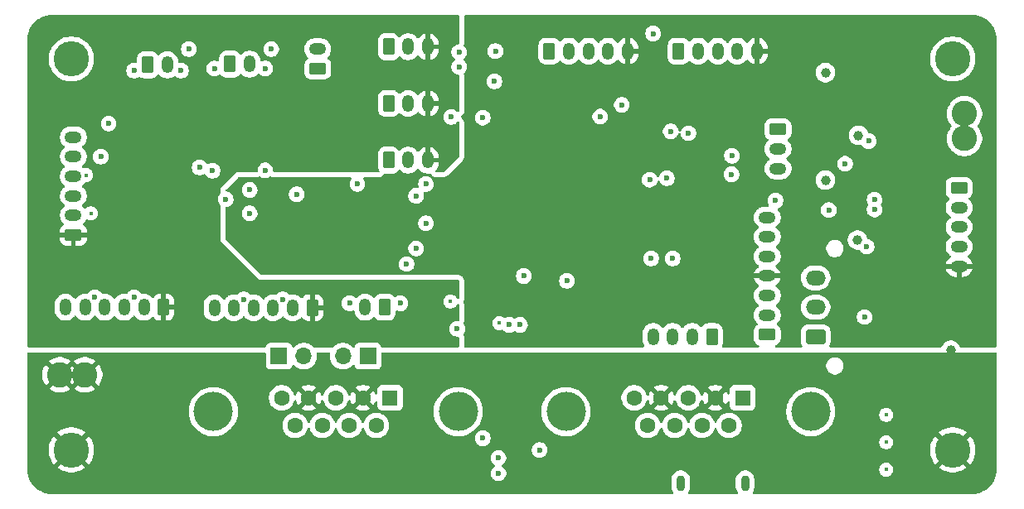
<source format=gbr>
%TF.GenerationSoftware,KiCad,Pcbnew,9.0.0*%
%TF.CreationDate,2025-07-15T20:23:25+12:00*%
%TF.ProjectId,ADC_Board,4144435f-426f-4617-9264-2e6b69636164,B*%
%TF.SameCoordinates,Original*%
%TF.FileFunction,Copper,L3,Inr*%
%TF.FilePolarity,Positive*%
%FSLAX46Y46*%
G04 Gerber Fmt 4.6, Leading zero omitted, Abs format (unit mm)*
G04 Created by KiCad (PCBNEW 9.0.0) date 2025-07-15 20:23:25*
%MOMM*%
%LPD*%
G01*
G04 APERTURE LIST*
G04 Aperture macros list*
%AMRoundRect*
0 Rectangle with rounded corners*
0 $1 Rounding radius*
0 $2 $3 $4 $5 $6 $7 $8 $9 X,Y pos of 4 corners*
0 Add a 4 corners polygon primitive as box body*
4,1,4,$2,$3,$4,$5,$6,$7,$8,$9,$2,$3,0*
0 Add four circle primitives for the rounded corners*
1,1,$1+$1,$2,$3*
1,1,$1+$1,$4,$5*
1,1,$1+$1,$6,$7*
1,1,$1+$1,$8,$9*
0 Add four rect primitives between the rounded corners*
20,1,$1+$1,$2,$3,$4,$5,0*
20,1,$1+$1,$4,$5,$6,$7,0*
20,1,$1+$1,$6,$7,$8,$9,0*
20,1,$1+$1,$8,$9,$2,$3,0*%
G04 Aperture macros list end*
%TA.AperFunction,ComponentPad*%
%ADD10RoundRect,0.250000X-0.625000X0.350000X-0.625000X-0.350000X0.625000X-0.350000X0.625000X0.350000X0*%
%TD*%
%TA.AperFunction,ComponentPad*%
%ADD11O,1.750000X1.200000*%
%TD*%
%TA.AperFunction,ComponentPad*%
%ADD12C,3.600000*%
%TD*%
%TA.AperFunction,ComponentPad*%
%ADD13R,1.700000X1.700000*%
%TD*%
%TA.AperFunction,ComponentPad*%
%ADD14O,1.700000X1.700000*%
%TD*%
%TA.AperFunction,ComponentPad*%
%ADD15C,2.600000*%
%TD*%
%TA.AperFunction,ComponentPad*%
%ADD16RoundRect,0.250000X0.625000X-0.350000X0.625000X0.350000X-0.625000X0.350000X-0.625000X-0.350000X0*%
%TD*%
%TA.AperFunction,ComponentPad*%
%ADD17RoundRect,0.250000X0.350000X0.625000X-0.350000X0.625000X-0.350000X-0.625000X0.350000X-0.625000X0*%
%TD*%
%TA.AperFunction,ComponentPad*%
%ADD18O,1.200000X1.750000*%
%TD*%
%TA.AperFunction,HeatsinkPad*%
%ADD19O,0.900000X1.600000*%
%TD*%
%TA.AperFunction,ComponentPad*%
%ADD20RoundRect,0.250000X-0.350000X-0.625000X0.350000X-0.625000X0.350000X0.625000X-0.350000X0.625000X0*%
%TD*%
%TA.AperFunction,ComponentPad*%
%ADD21RoundRect,0.250001X0.759999X-0.499999X0.759999X0.499999X-0.759999X0.499999X-0.759999X-0.499999X0*%
%TD*%
%TA.AperFunction,ComponentPad*%
%ADD22O,2.020000X1.500000*%
%TD*%
%TA.AperFunction,ComponentPad*%
%ADD23C,4.000000*%
%TD*%
%TA.AperFunction,ComponentPad*%
%ADD24R,1.600000X1.600000*%
%TD*%
%TA.AperFunction,ComponentPad*%
%ADD25C,1.600000*%
%TD*%
%TA.AperFunction,ViaPad*%
%ADD26C,0.600000*%
%TD*%
%TA.AperFunction,ViaPad*%
%ADD27C,0.450000*%
%TD*%
%TA.AperFunction,ViaPad*%
%ADD28C,1.000000*%
%TD*%
G04 APERTURE END LIST*
D10*
%TO.N,/UART2_RX*%
%TO.C,J2*%
X167150000Y-82200000D03*
D11*
%TO.N,GND*%
X167150000Y-84200000D03*
%TO.N,/UART2_TX*%
X167150000Y-86200000D03*
%TD*%
D12*
%TO.N,GND*%
%TO.C,H4*%
X185000000Y-115000000D03*
%TD*%
D13*
%TO.N,/CANH1*%
%TO.C,J8*%
X125275000Y-105400000D03*
D14*
%TO.N,Net-(J8-Pin_2)*%
X122735000Y-105400000D03*
%TD*%
D15*
%TO.N,GND*%
%TO.C,TP19*%
X93830000Y-107300000D03*
X96370000Y-107300000D03*
%TD*%
D13*
%TO.N,/CANL2*%
%TO.C,J9*%
X116200000Y-105400000D03*
D14*
%TO.N,Net-(J9-Pin_2)*%
X118740000Y-105400000D03*
%TD*%
D15*
%TO.N,GND*%
%TO.C,TP20*%
X186200000Y-83140000D03*
X186200000Y-80600000D03*
%TD*%
D16*
%TO.N,GND*%
%TO.C,J3*%
X166050000Y-103200000D03*
D11*
%TO.N,/E1*%
X166050000Y-101200000D03*
%TO.N,/E2*%
X166050000Y-99200000D03*
%TO.N,+3V3*%
X166050000Y-97200000D03*
%TO.N,/E3*%
X166050000Y-95200000D03*
%TO.N,/E4*%
X166050000Y-93200000D03*
%TO.N,GND*%
X166050000Y-91200000D03*
%TD*%
D12*
%TO.N,GND*%
%TO.C,H3*%
X95000000Y-115000000D03*
%TD*%
D17*
%TO.N,/SWCLK*%
%TO.C,J1*%
X160400000Y-103400000D03*
D18*
%TO.N,GND*%
X158400000Y-103400000D03*
%TO.N,/SWDIO*%
X156400000Y-103400000D03*
%TO.N,/NRST*%
X154400000Y-103400000D03*
%TD*%
D12*
%TO.N,GND*%
%TO.C,H1*%
X95000000Y-75000000D03*
%TD*%
%TO.N,GND*%
%TO.C,H2*%
X185000000Y-75000000D03*
%TD*%
D19*
%TO.N,unconnected-(J4-Shield-Pad6)_4*%
%TO.C,J4*%
X157200000Y-118400000D03*
%TO.N,unconnected-(J4-Shield-Pad6)*%
X163800000Y-118400000D03*
%TD*%
D20*
%TO.N,GND*%
%TO.C,J15*%
X127400000Y-73750000D03*
D18*
%TO.N,Net-(J15-Pin_2)*%
X129400000Y-73750000D03*
%TO.N,+5VA*%
X131400000Y-73750000D03*
%TD*%
D17*
%TO.N,+5VA*%
%TO.C,J14*%
X119600000Y-100450000D03*
D18*
%TO.N,/Analog Domain/LC_B_SENSE+*%
X117600000Y-100450000D03*
%TO.N,/Analog Domain/LC_B_SIG+*%
X115600000Y-100450000D03*
%TO.N,/Analog Domain/LC_B_SIG-*%
X113600000Y-100450000D03*
%TO.N,/Analog Domain/LC_B_SENSE-*%
X111600000Y-100450000D03*
%TO.N,GND*%
X109600000Y-100450000D03*
%TD*%
D20*
%TO.N,Net-(J20-Pin_1)*%
%TO.C,J20*%
X102800000Y-75600000D03*
D18*
%TO.N,Net-(J20-Pin_2)*%
X104800000Y-75600000D03*
%TD*%
D20*
%TO.N,GND*%
%TO.C,J7*%
X157000000Y-74200000D03*
D18*
%TO.N,/I2C2_SDA*%
X159000000Y-74200000D03*
%TO.N,+5V*%
X161000000Y-74200000D03*
%TO.N,/I2C2_SCL*%
X163000000Y-74200000D03*
%TO.N,+3V3*%
X165000000Y-74200000D03*
%TD*%
D21*
%TO.N,Net-(J12-Pin_1)*%
%TO.C,J12*%
X171000000Y-103400000D03*
D22*
%TO.N,GND*%
X171000000Y-100400000D03*
X171000000Y-97400000D03*
%TD*%
D23*
%TO.N,N/C*%
%TO.C,J11*%
X134500000Y-111080000D03*
X109500000Y-111080000D03*
D24*
%TO.N,/+7V4_CAN*%
X127540000Y-109660000D03*
D25*
%TO.N,GND*%
X124770000Y-109660000D03*
%TO.N,unconnected-(J11-Pad3)*%
X122000000Y-109660000D03*
%TO.N,GND*%
X119230000Y-109660000D03*
%TO.N,/+7V4_CAN*%
X116460000Y-109660000D03*
%TO.N,/CANH1*%
X126155000Y-112500000D03*
%TO.N,/CANL1*%
X123385000Y-112500000D03*
%TO.N,/CANH2*%
X120615000Y-112500000D03*
%TO.N,/CANL2*%
X117845000Y-112500000D03*
%TD*%
D20*
%TO.N,GND*%
%TO.C,J10*%
X143800000Y-74200000D03*
D18*
%TO.N,/I2C3_SDA*%
X145800000Y-74200000D03*
%TO.N,+5V*%
X147800000Y-74200000D03*
%TO.N,/I2C3_SCL*%
X149800000Y-74200000D03*
%TO.N,+3V3*%
X151800000Y-74200000D03*
%TD*%
D20*
%TO.N,GND*%
%TO.C,J17*%
X127400000Y-79550000D03*
D18*
%TO.N,Net-(J17-Pin_2)*%
X129400000Y-79550000D03*
%TO.N,+5VA*%
X131400000Y-79550000D03*
%TD*%
D16*
%TO.N,+5VA*%
%TO.C,J13*%
X95200000Y-93000000D03*
D11*
%TO.N,/Analog Domain/LC_A_SENSE+*%
X95200000Y-91000000D03*
%TO.N,/Analog Domain/LC_A_SIG+*%
X95200000Y-89000000D03*
%TO.N,/Analog Domain/LC_A_SIG-*%
X95200000Y-87000000D03*
%TO.N,/Analog Domain/LC_A_SENSE-*%
X95200000Y-85000000D03*
%TO.N,GND*%
X95200000Y-83000000D03*
%TD*%
D10*
%TO.N,GND*%
%TO.C,J5*%
X185650000Y-88200000D03*
D11*
%TO.N,/I2C1_SDA*%
X185650000Y-90200000D03*
%TO.N,+5V*%
X185650000Y-92200000D03*
%TO.N,/I2C1_SCL*%
X185650000Y-94200000D03*
%TO.N,+3V3*%
X185650000Y-96200000D03*
%TD*%
D17*
%TO.N,Net-(J18-Pin_1)*%
%TO.C,J18*%
X127000000Y-100400000D03*
D18*
%TO.N,Net-(J18-Pin_2)*%
X125000000Y-100400000D03*
%TD*%
D16*
%TO.N,Net-(J22-Pin_1)*%
%TO.C,J22*%
X120150000Y-76000000D03*
D11*
%TO.N,GND*%
X120150000Y-74000000D03*
%TD*%
D23*
%TO.N,N/C*%
%TO.C,J6*%
X170500000Y-111080000D03*
X145500000Y-111080000D03*
D24*
%TO.N,/+7V4_CAN*%
X163540000Y-109660000D03*
D25*
%TO.N,GND*%
X160770000Y-109660000D03*
%TO.N,unconnected-(J6-Pad3)*%
X158000000Y-109660000D03*
%TO.N,GND*%
X155230000Y-109660000D03*
%TO.N,/+7V4_CAN*%
X152460000Y-109660000D03*
%TO.N,/CANH1*%
X162155000Y-112500000D03*
%TO.N,/CANL1*%
X159385000Y-112500000D03*
%TO.N,/CANH2*%
X156615000Y-112500000D03*
%TO.N,/CANL2*%
X153845000Y-112500000D03*
%TD*%
D20*
%TO.N,GND*%
%TO.C,J19*%
X127400000Y-85350000D03*
D18*
%TO.N,Net-(J19-Pin_2)*%
X129400000Y-85350000D03*
%TO.N,+5VA*%
X131400000Y-85350000D03*
%TD*%
D20*
%TO.N,Net-(J21-Pin_1)*%
%TO.C,J21*%
X111200000Y-75530000D03*
D18*
%TO.N,Net-(J21-Pin_2)*%
X113200000Y-75530000D03*
%TD*%
D17*
%TO.N,+5VA*%
%TO.C,J16*%
X104400000Y-100400000D03*
D18*
%TO.N,/Analog Domain/LC_C_SENSE+*%
X102400000Y-100400000D03*
%TO.N,/Analog Domain/LC_C_SIG+*%
X100400000Y-100400000D03*
%TO.N,/Analog Domain/LC_C_SIG-*%
X98400000Y-100400000D03*
%TO.N,/Analog Domain/LC_C_SENSE-*%
X96400000Y-100400000D03*
%TO.N,GND*%
X94400000Y-100400000D03*
%TD*%
D26*
%TO.N,GND*%
X113200000Y-88400000D03*
X113200000Y-90800000D03*
X110750000Y-89350000D03*
D27*
%TO.N,+3V3*%
X115600000Y-88300000D03*
X116100000Y-87850000D03*
%TO.N,GND*%
X133700000Y-99800000D03*
D26*
X145600000Y-97700000D03*
X134600000Y-75800000D03*
X134600000Y-74300000D03*
X133775000Y-80925000D03*
%TO.N,+3V3*%
X158000000Y-84000000D03*
X142800000Y-76800000D03*
X187600000Y-87000000D03*
X177000000Y-79400000D03*
X145000000Y-103000000D03*
X137387500Y-98387500D03*
X154443360Y-83442449D03*
X142000000Y-103200000D03*
X177000000Y-76800000D03*
X177000000Y-78200000D03*
X161600000Y-76000000D03*
%TO.N,GND*%
X101400000Y-76200000D03*
X115000000Y-115000000D03*
X105000000Y-115000000D03*
D27*
X97000000Y-90800000D03*
D26*
X107000000Y-74000000D03*
D28*
X184800000Y-104800000D03*
D26*
X162400000Y-114400000D03*
X109400000Y-86425000D03*
X162450000Y-84900000D03*
X106200000Y-76200000D03*
X141200000Y-97200000D03*
X114800000Y-75980000D03*
X130000000Y-110000000D03*
X140000000Y-112500000D03*
X123400000Y-100000000D03*
X176000000Y-101400000D03*
X187500000Y-107500000D03*
X158000000Y-82600000D03*
X140800000Y-102200000D03*
X128000000Y-106000000D03*
X128600000Y-100000000D03*
X165000000Y-112500000D03*
X110000000Y-115000000D03*
X155800000Y-87200000D03*
D28*
X172000000Y-87400000D03*
D26*
X180000000Y-110000000D03*
X116600000Y-99600000D03*
X105000000Y-110000000D03*
D27*
X138698828Y-102025000D03*
D26*
X112600000Y-99600000D03*
X167500000Y-115000000D03*
X176200000Y-94200000D03*
X114800000Y-86400000D03*
X138300000Y-74200000D03*
D27*
X177300000Y-114200000D03*
D26*
X138200000Y-77300000D03*
X137000000Y-81000000D03*
D28*
X178400000Y-108400000D03*
D26*
X151200000Y-79700000D03*
X187500000Y-110000000D03*
X98000000Y-85000000D03*
X100000000Y-115000000D03*
X140000000Y-110000000D03*
X115400000Y-73980000D03*
X108100000Y-86100000D03*
X154400000Y-72400000D03*
X134200000Y-105800000D03*
X97400000Y-99400000D03*
X175000000Y-110000000D03*
X109600000Y-75980000D03*
X149000000Y-80900000D03*
X150000000Y-110000000D03*
D28*
X184800000Y-105600000D03*
D26*
X176400000Y-83400000D03*
X167500000Y-117500000D03*
D28*
X175375000Y-82825000D03*
D26*
X101400000Y-99400000D03*
X156200000Y-82400000D03*
D27*
X177300000Y-111400000D03*
D26*
X118000000Y-88850000D03*
D28*
X172000000Y-76400000D03*
D26*
X172337500Y-90462500D03*
X100000000Y-110000000D03*
D27*
X177300000Y-117000000D03*
D26*
X98800000Y-81600000D03*
D28*
X175275000Y-93525000D03*
D26*
X175000000Y-112500000D03*
D27*
X96503498Y-86882745D03*
D26*
%TO.N,/CANL1*%
X137000000Y-113800000D03*
%TO.N,/CANH1*%
X142800000Y-115000000D03*
%TO.N,/CANL2*%
X138600000Y-117400000D03*
X138600000Y-115800000D03*
D27*
%TO.N,Net-(D6-A)*%
X178200000Y-114200000D03*
D26*
%TO.N,/NRST*%
X154050000Y-87350000D03*
%TO.N,/I2C1_SCL*%
X154200000Y-95400000D03*
%TO.N,/I2C1_SDA*%
X156400000Y-95400000D03*
%TO.N,/2S+ A10*%
X166900000Y-89500000D03*
X162400000Y-86800000D03*
%TO.N,+5V*%
X134400000Y-102600000D03*
X177000000Y-89400000D03*
X177000000Y-90400000D03*
X139700126Y-102200000D03*
X174000000Y-85725000D03*
%TO.N,+5VA*%
X109000000Y-73980000D03*
X117200000Y-76800000D03*
X132625000Y-101000000D03*
X130200000Y-101000000D03*
X132625000Y-99400000D03*
X132625000Y-100200000D03*
D27*
X106200000Y-87200000D03*
D26*
X100600000Y-74000000D03*
D27*
%TO.N,Net-(D5-A)*%
X178200000Y-111400000D03*
%TO.N,Net-(D7-A)*%
X178200000Y-117000000D03*
D26*
%TO.N,Net-(U5-RESET_N)*%
X124200000Y-87800000D03*
X129218896Y-95981104D03*
%TO.N,Net-(U5-DRDY_N)*%
X130200000Y-94380518D03*
X130200000Y-89000000D03*
%TO.N,Net-(U5-CS_N)*%
X131200000Y-91800000D03*
X131200000Y-87800000D03*
%TD*%
%TA.AperFunction,Conductor*%
%TO.N,+3V3*%
G36*
X187003736Y-70500726D02*
G01*
X187293796Y-70518271D01*
X187308659Y-70520076D01*
X187590798Y-70571780D01*
X187605335Y-70575363D01*
X187879172Y-70660695D01*
X187893163Y-70666000D01*
X188154743Y-70783727D01*
X188167989Y-70790680D01*
X188413465Y-70939075D01*
X188425776Y-70947573D01*
X188651573Y-71124473D01*
X188662781Y-71134403D01*
X188865596Y-71337218D01*
X188875526Y-71348426D01*
X188995481Y-71501538D01*
X189052422Y-71574217D01*
X189060926Y-71586537D01*
X189123838Y-71690606D01*
X189209316Y-71832004D01*
X189216275Y-71845263D01*
X189333997Y-72106831D01*
X189339306Y-72120832D01*
X189424635Y-72394663D01*
X189428219Y-72409201D01*
X189479923Y-72691340D01*
X189481728Y-72706205D01*
X189499274Y-72996263D01*
X189499500Y-73003750D01*
X189499500Y-104370500D01*
X189479815Y-104437539D01*
X189427011Y-104483294D01*
X189375500Y-104494500D01*
X185839245Y-104494500D01*
X185772206Y-104474815D01*
X185726451Y-104422011D01*
X185724684Y-104417952D01*
X185686635Y-104326092D01*
X185686628Y-104326079D01*
X185577139Y-104162218D01*
X185577136Y-104162214D01*
X185437785Y-104022863D01*
X185437781Y-104022860D01*
X185273920Y-103913371D01*
X185273907Y-103913364D01*
X185091839Y-103837950D01*
X185091829Y-103837947D01*
X184898543Y-103799500D01*
X184898541Y-103799500D01*
X184701459Y-103799500D01*
X184701457Y-103799500D01*
X184508170Y-103837947D01*
X184508160Y-103837950D01*
X184326092Y-103913364D01*
X184326079Y-103913371D01*
X184162218Y-104022860D01*
X184162214Y-104022863D01*
X184022863Y-104162214D01*
X184022860Y-104162218D01*
X183913371Y-104326079D01*
X183913364Y-104326092D01*
X183875316Y-104417952D01*
X183831476Y-104472356D01*
X183765182Y-104494421D01*
X183760755Y-104494500D01*
X172497264Y-104494500D01*
X172430225Y-104474815D01*
X172384470Y-104422011D01*
X172374526Y-104352853D01*
X172391726Y-104305403D01*
X172444812Y-104219337D01*
X172444813Y-104219335D01*
X172444814Y-104219334D01*
X172499999Y-104052797D01*
X172510500Y-103950008D01*
X172510500Y-102849992D01*
X172499999Y-102747203D01*
X172444814Y-102580666D01*
X172443892Y-102579172D01*
X172352713Y-102431348D01*
X172352710Y-102431344D01*
X172228655Y-102307289D01*
X172228651Y-102307286D01*
X172079337Y-102215187D01*
X172079335Y-102215186D01*
X171984521Y-102183768D01*
X171912797Y-102160001D01*
X171912795Y-102160000D01*
X171810015Y-102149500D01*
X171810008Y-102149500D01*
X170189992Y-102149500D01*
X170189984Y-102149500D01*
X170087204Y-102160000D01*
X170087203Y-102160001D01*
X169920664Y-102215186D01*
X169920662Y-102215187D01*
X169771348Y-102307286D01*
X169771344Y-102307289D01*
X169647289Y-102431344D01*
X169647286Y-102431348D01*
X169555187Y-102580662D01*
X169555186Y-102580664D01*
X169500001Y-102747203D01*
X169500000Y-102747204D01*
X169489500Y-102849984D01*
X169489500Y-103950015D01*
X169500000Y-104052795D01*
X169500001Y-104052797D01*
X169507364Y-104075016D01*
X169555186Y-104219335D01*
X169555187Y-104219337D01*
X169608274Y-104305403D01*
X169626715Y-104372795D01*
X169605793Y-104439459D01*
X169552151Y-104484228D01*
X169502736Y-104494500D01*
X166979077Y-104494500D01*
X166912038Y-104474815D01*
X166866283Y-104422011D01*
X166856339Y-104352853D01*
X166885364Y-104289297D01*
X166940071Y-104252794D01*
X166994334Y-104234814D01*
X167143656Y-104142712D01*
X167267712Y-104018656D01*
X167359814Y-103869334D01*
X167414999Y-103702797D01*
X167425500Y-103600009D01*
X167425499Y-102799992D01*
X167414999Y-102697203D01*
X167359814Y-102530666D01*
X167267712Y-102381344D01*
X167143656Y-102257288D01*
X167143652Y-102257285D01*
X167079456Y-102217688D01*
X167032731Y-102165740D01*
X167021510Y-102096777D01*
X167049353Y-102032695D01*
X167056850Y-102024491D01*
X167164414Y-101916928D01*
X167266232Y-101776788D01*
X167344873Y-101622445D01*
X167398402Y-101457701D01*
X167425500Y-101286611D01*
X167425500Y-101113389D01*
X167398402Y-100942299D01*
X167344873Y-100777555D01*
X167266232Y-100623212D01*
X167164414Y-100483072D01*
X167041928Y-100360586D01*
X166960710Y-100301577D01*
X169489500Y-100301577D01*
X169489500Y-100498422D01*
X169520290Y-100692826D01*
X169581117Y-100880029D01*
X169652858Y-101020827D01*
X169670476Y-101055405D01*
X169786172Y-101214646D01*
X169925354Y-101353828D01*
X170084595Y-101469524D01*
X170158052Y-101506952D01*
X170259970Y-101558882D01*
X170259972Y-101558882D01*
X170259975Y-101558884D01*
X170323575Y-101579549D01*
X170447173Y-101619709D01*
X170641578Y-101650500D01*
X170641583Y-101650500D01*
X171358422Y-101650500D01*
X171552826Y-101619709D01*
X171558520Y-101617859D01*
X171740025Y-101558884D01*
X171915405Y-101469524D01*
X172074646Y-101353828D01*
X172107321Y-101321153D01*
X175199500Y-101321153D01*
X175199500Y-101478846D01*
X175230261Y-101633489D01*
X175230264Y-101633501D01*
X175290602Y-101779172D01*
X175290609Y-101779185D01*
X175378210Y-101910288D01*
X175378213Y-101910292D01*
X175489707Y-102021786D01*
X175489711Y-102021789D01*
X175620814Y-102109390D01*
X175620827Y-102109397D01*
X175742998Y-102160001D01*
X175766503Y-102169737D01*
X175921153Y-102200499D01*
X175921156Y-102200500D01*
X175921158Y-102200500D01*
X176078844Y-102200500D01*
X176078845Y-102200499D01*
X176233497Y-102169737D01*
X176379179Y-102109394D01*
X176510289Y-102021789D01*
X176621789Y-101910289D01*
X176709394Y-101779179D01*
X176769737Y-101633497D01*
X176800500Y-101478842D01*
X176800500Y-101321158D01*
X176800500Y-101321155D01*
X176800499Y-101321153D01*
X176781847Y-101227385D01*
X176769737Y-101166503D01*
X176723719Y-101055405D01*
X176709397Y-101020827D01*
X176709390Y-101020814D01*
X176621789Y-100889711D01*
X176621786Y-100889707D01*
X176510292Y-100778213D01*
X176510288Y-100778210D01*
X176379185Y-100690609D01*
X176379172Y-100690602D01*
X176233501Y-100630264D01*
X176233489Y-100630261D01*
X176078845Y-100599500D01*
X176078842Y-100599500D01*
X175921158Y-100599500D01*
X175921155Y-100599500D01*
X175766510Y-100630261D01*
X175766498Y-100630264D01*
X175620827Y-100690602D01*
X175620814Y-100690609D01*
X175489711Y-100778210D01*
X175489707Y-100778213D01*
X175378213Y-100889707D01*
X175378210Y-100889711D01*
X175290609Y-101020814D01*
X175290602Y-101020827D01*
X175230264Y-101166498D01*
X175230261Y-101166510D01*
X175199500Y-101321153D01*
X172107321Y-101321153D01*
X172213828Y-101214646D01*
X172329524Y-101055405D01*
X172418884Y-100880025D01*
X172479709Y-100692826D01*
X172490735Y-100623211D01*
X172510500Y-100498422D01*
X172510500Y-100301577D01*
X172479709Y-100107173D01*
X172451487Y-100020317D01*
X172418884Y-99919975D01*
X172418882Y-99919972D01*
X172418882Y-99919970D01*
X172359798Y-99804012D01*
X172329524Y-99744595D01*
X172213828Y-99585354D01*
X172074646Y-99446172D01*
X171915405Y-99330476D01*
X171740029Y-99241117D01*
X171552826Y-99180290D01*
X171358422Y-99149500D01*
X171358417Y-99149500D01*
X170641583Y-99149500D01*
X170641578Y-99149500D01*
X170447173Y-99180290D01*
X170259970Y-99241117D01*
X170084594Y-99330476D01*
X169993741Y-99396485D01*
X169925354Y-99446172D01*
X169925352Y-99446174D01*
X169925351Y-99446174D01*
X169786174Y-99585351D01*
X169786174Y-99585352D01*
X169786172Y-99585354D01*
X169759224Y-99622445D01*
X169670476Y-99744594D01*
X169581117Y-99919970D01*
X169520290Y-100107173D01*
X169489500Y-100301577D01*
X166960710Y-100301577D01*
X166956789Y-100298728D01*
X166954659Y-100297034D01*
X166936060Y-100270599D01*
X166916311Y-100244988D01*
X166916070Y-100242188D01*
X166914454Y-100239891D01*
X166913098Y-100207584D01*
X166910332Y-100175374D01*
X166911642Y-100172889D01*
X166911525Y-100170083D01*
X166927847Y-100142179D01*
X166942938Y-100113579D01*
X166946260Y-100110699D01*
X166946803Y-100109773D01*
X166948078Y-100109124D01*
X166958976Y-100099682D01*
X167041928Y-100039414D01*
X167164414Y-99916928D01*
X167266232Y-99776788D01*
X167344873Y-99622445D01*
X167398402Y-99457701D01*
X167425500Y-99286611D01*
X167425500Y-99113389D01*
X167398402Y-98942299D01*
X167344873Y-98777555D01*
X167266232Y-98623212D01*
X167164414Y-98483072D01*
X167041928Y-98360586D01*
X166958550Y-98300008D01*
X166915885Y-98244677D01*
X166909906Y-98175064D01*
X166942512Y-98113269D01*
X166958552Y-98099371D01*
X167041598Y-98039036D01*
X167164032Y-97916602D01*
X167265804Y-97776524D01*
X167344408Y-97622255D01*
X167397914Y-97457584D01*
X167399115Y-97450000D01*
X166330330Y-97450000D01*
X166350075Y-97430255D01*
X166399444Y-97344745D01*
X166411011Y-97301577D01*
X169489500Y-97301577D01*
X169489500Y-97498422D01*
X169520290Y-97692826D01*
X169581117Y-97880029D01*
X169662136Y-98039036D01*
X169670476Y-98055405D01*
X169786172Y-98214646D01*
X169925354Y-98353828D01*
X170084595Y-98469524D01*
X170145389Y-98500500D01*
X170259970Y-98558882D01*
X170259972Y-98558882D01*
X170259975Y-98558884D01*
X170360317Y-98591487D01*
X170447173Y-98619709D01*
X170641578Y-98650500D01*
X170641583Y-98650500D01*
X171358422Y-98650500D01*
X171552826Y-98619709D01*
X171740025Y-98558884D01*
X171915405Y-98469524D01*
X172074646Y-98353828D01*
X172213828Y-98214646D01*
X172329524Y-98055405D01*
X172418884Y-97880025D01*
X172479709Y-97692826D01*
X172510500Y-97498422D01*
X172510500Y-97301577D01*
X172479709Y-97107173D01*
X172451487Y-97020317D01*
X172418884Y-96919975D01*
X172418882Y-96919972D01*
X172418882Y-96919970D01*
X172346414Y-96777744D01*
X172329524Y-96744595D01*
X172213828Y-96585354D01*
X172074646Y-96446172D01*
X171915405Y-96330476D01*
X171856823Y-96300627D01*
X171740029Y-96241117D01*
X171552826Y-96180290D01*
X171358422Y-96149500D01*
X171358417Y-96149500D01*
X170641583Y-96149500D01*
X170641578Y-96149500D01*
X170447173Y-96180290D01*
X170259970Y-96241117D01*
X170084594Y-96330476D01*
X169993741Y-96396485D01*
X169925354Y-96446172D01*
X169925352Y-96446174D01*
X169925351Y-96446174D01*
X169786174Y-96585351D01*
X169786174Y-96585352D01*
X169786172Y-96585354D01*
X169736485Y-96653741D01*
X169670476Y-96744594D01*
X169581117Y-96919970D01*
X169520290Y-97107173D01*
X169489500Y-97301577D01*
X166411011Y-97301577D01*
X166425000Y-97249370D01*
X166425000Y-97150630D01*
X166399444Y-97055255D01*
X166350075Y-96969745D01*
X166330330Y-96950000D01*
X167399115Y-96950000D01*
X167399115Y-96949999D01*
X167397914Y-96942415D01*
X167344408Y-96777744D01*
X167265804Y-96623475D01*
X167164032Y-96483397D01*
X167041602Y-96360967D01*
X166958551Y-96300628D01*
X166915885Y-96245298D01*
X166909906Y-96175685D01*
X166942511Y-96113889D01*
X166958551Y-96099991D01*
X167041928Y-96039414D01*
X167164414Y-95916928D01*
X167266232Y-95776788D01*
X167344873Y-95622445D01*
X167398402Y-95457701D01*
X167425500Y-95286611D01*
X167425500Y-95113389D01*
X167398402Y-94942299D01*
X167344873Y-94777555D01*
X167266232Y-94623212D01*
X167164414Y-94483072D01*
X167041928Y-94360586D01*
X166976130Y-94312781D01*
X172074500Y-94312781D01*
X172074500Y-94487218D01*
X172108527Y-94658283D01*
X172108529Y-94658291D01*
X172175278Y-94819439D01*
X172175283Y-94819448D01*
X172272186Y-94964473D01*
X172272189Y-94964477D01*
X172395522Y-95087810D01*
X172395526Y-95087813D01*
X172540551Y-95184716D01*
X172540557Y-95184719D01*
X172540558Y-95184720D01*
X172701709Y-95251471D01*
X172811965Y-95273402D01*
X172872781Y-95285499D01*
X172872785Y-95285500D01*
X172872786Y-95285500D01*
X173047215Y-95285500D01*
X173047216Y-95285499D01*
X173218291Y-95251471D01*
X173379442Y-95184720D01*
X173524474Y-95087813D01*
X173647813Y-94964474D01*
X173744720Y-94819442D01*
X173811471Y-94658291D01*
X173845500Y-94487214D01*
X173845500Y-94312786D01*
X173811471Y-94141709D01*
X173744720Y-93980558D01*
X173744719Y-93980557D01*
X173744716Y-93980551D01*
X173647813Y-93835526D01*
X173647810Y-93835522D01*
X173524477Y-93712189D01*
X173524473Y-93712186D01*
X173391810Y-93623543D01*
X174274499Y-93623543D01*
X174312947Y-93816829D01*
X174312950Y-93816839D01*
X174388364Y-93998907D01*
X174388371Y-93998920D01*
X174497860Y-94162781D01*
X174497863Y-94162785D01*
X174637214Y-94302136D01*
X174637218Y-94302139D01*
X174801079Y-94411628D01*
X174801092Y-94411635D01*
X174973554Y-94483070D01*
X174983165Y-94487051D01*
X174983169Y-94487051D01*
X174983170Y-94487052D01*
X175176456Y-94525500D01*
X175176459Y-94525500D01*
X175373540Y-94525500D01*
X175373541Y-94525500D01*
X175373541Y-94525499D01*
X175375752Y-94525282D01*
X175376902Y-94525500D01*
X175379633Y-94525500D01*
X175379633Y-94526017D01*
X175444398Y-94538297D01*
X175491015Y-94579793D01*
X175578210Y-94710288D01*
X175578213Y-94710292D01*
X175689707Y-94821786D01*
X175689711Y-94821789D01*
X175820814Y-94909390D01*
X175820827Y-94909397D01*
X175953794Y-94964473D01*
X175966503Y-94969737D01*
X176121153Y-95000499D01*
X176121156Y-95000500D01*
X176121158Y-95000500D01*
X176278844Y-95000500D01*
X176278845Y-95000499D01*
X176433497Y-94969737D01*
X176579179Y-94909394D01*
X176710289Y-94821789D01*
X176821789Y-94710289D01*
X176909394Y-94579179D01*
X176969737Y-94433497D01*
X177000500Y-94278842D01*
X177000500Y-94121158D01*
X177000500Y-94121155D01*
X177000499Y-94121153D01*
X176984239Y-94039411D01*
X176969737Y-93966503D01*
X176959713Y-93942302D01*
X176909397Y-93820827D01*
X176909390Y-93820814D01*
X176821789Y-93689711D01*
X176821786Y-93689707D01*
X176710292Y-93578213D01*
X176710288Y-93578210D01*
X176579185Y-93490609D01*
X176579172Y-93490602D01*
X176433501Y-93430264D01*
X176433491Y-93430261D01*
X176351039Y-93413860D01*
X176289128Y-93381475D01*
X176254554Y-93320759D01*
X176253624Y-93316486D01*
X176237051Y-93233165D01*
X176204680Y-93155013D01*
X176161635Y-93051092D01*
X176161628Y-93051079D01*
X176052139Y-92887218D01*
X176052136Y-92887214D01*
X175912785Y-92747863D01*
X175912781Y-92747860D01*
X175748920Y-92638371D01*
X175748907Y-92638364D01*
X175566839Y-92562950D01*
X175566829Y-92562947D01*
X175373543Y-92524500D01*
X175373541Y-92524500D01*
X175176459Y-92524500D01*
X175176457Y-92524500D01*
X174983170Y-92562947D01*
X174983160Y-92562950D01*
X174801092Y-92638364D01*
X174801079Y-92638371D01*
X174637218Y-92747860D01*
X174637214Y-92747863D01*
X174497863Y-92887214D01*
X174497860Y-92887218D01*
X174388371Y-93051079D01*
X174388364Y-93051092D01*
X174312950Y-93233160D01*
X174312947Y-93233170D01*
X174274500Y-93426456D01*
X174274500Y-93426459D01*
X174274500Y-93623541D01*
X174274500Y-93623543D01*
X174274499Y-93623543D01*
X173391810Y-93623543D01*
X173379448Y-93615283D01*
X173379439Y-93615278D01*
X173218291Y-93548529D01*
X173218283Y-93548527D01*
X173185389Y-93541984D01*
X173047218Y-93514500D01*
X173047214Y-93514500D01*
X172872786Y-93514500D01*
X172872781Y-93514500D01*
X172701716Y-93548527D01*
X172701708Y-93548529D01*
X172540560Y-93615278D01*
X172540551Y-93615283D01*
X172395526Y-93712186D01*
X172395522Y-93712189D01*
X172272189Y-93835522D01*
X172272186Y-93835526D01*
X172175283Y-93980551D01*
X172175278Y-93980560D01*
X172108529Y-94141708D01*
X172108527Y-94141716D01*
X172074500Y-94312781D01*
X166976130Y-94312781D01*
X166956306Y-94298378D01*
X166953747Y-94296302D01*
X166935710Y-94270145D01*
X166916311Y-94244988D01*
X166916019Y-94241590D01*
X166914083Y-94238783D01*
X166913050Y-94207020D01*
X166910332Y-94175374D01*
X166911922Y-94172358D01*
X166911812Y-94168950D01*
X166928112Y-94141676D01*
X166942938Y-94113579D01*
X166947018Y-94110043D01*
X166947657Y-94108975D01*
X166949049Y-94108283D01*
X166958976Y-94099682D01*
X167041928Y-94039414D01*
X167164414Y-93916928D01*
X167266232Y-93776788D01*
X167344873Y-93622445D01*
X167398402Y-93457701D01*
X167425500Y-93286611D01*
X167425500Y-93113389D01*
X167398402Y-92942299D01*
X167344873Y-92777555D01*
X167266232Y-92623212D01*
X167164414Y-92483072D01*
X167041928Y-92360586D01*
X166958975Y-92300317D01*
X166916311Y-92244988D01*
X166910332Y-92175374D01*
X166942938Y-92113579D01*
X166958976Y-92099682D01*
X167041928Y-92039414D01*
X167164414Y-91916928D01*
X167266232Y-91776788D01*
X167344873Y-91622445D01*
X167398402Y-91457701D01*
X167425500Y-91286611D01*
X167425500Y-91113389D01*
X167398402Y-90942299D01*
X167344873Y-90777555D01*
X167266232Y-90623212D01*
X167164414Y-90483072D01*
X167135732Y-90454390D01*
X167102247Y-90393067D01*
X167102920Y-90383653D01*
X171537000Y-90383653D01*
X171537000Y-90541346D01*
X171567761Y-90695989D01*
X171567764Y-90696001D01*
X171628102Y-90841672D01*
X171628109Y-90841685D01*
X171715710Y-90972788D01*
X171715713Y-90972792D01*
X171827207Y-91084286D01*
X171827211Y-91084289D01*
X171958314Y-91171890D01*
X171958327Y-91171897D01*
X172085628Y-91224626D01*
X172104003Y-91232237D01*
X172258653Y-91262999D01*
X172258656Y-91263000D01*
X172258658Y-91263000D01*
X172416344Y-91263000D01*
X172416345Y-91262999D01*
X172570997Y-91232237D01*
X172699108Y-91179172D01*
X172716672Y-91171897D01*
X172716672Y-91171896D01*
X172716679Y-91171894D01*
X172847789Y-91084289D01*
X172959289Y-90972789D01*
X173046894Y-90841679D01*
X173107237Y-90695997D01*
X173138000Y-90541342D01*
X173138000Y-90383658D01*
X173138000Y-90383655D01*
X173137999Y-90383653D01*
X173121459Y-90300500D01*
X173107237Y-90229003D01*
X173098314Y-90207461D01*
X173046897Y-90083327D01*
X173046890Y-90083314D01*
X172959289Y-89952211D01*
X172959286Y-89952207D01*
X172847792Y-89840713D01*
X172847788Y-89840710D01*
X172716685Y-89753109D01*
X172716672Y-89753102D01*
X172571001Y-89692764D01*
X172570989Y-89692761D01*
X172416345Y-89662000D01*
X172416342Y-89662000D01*
X172258658Y-89662000D01*
X172258655Y-89662000D01*
X172104010Y-89692761D01*
X172103998Y-89692764D01*
X171958327Y-89753102D01*
X171958314Y-89753109D01*
X171827211Y-89840710D01*
X171827207Y-89840713D01*
X171715713Y-89952207D01*
X171715710Y-89952211D01*
X171628109Y-90083314D01*
X171628102Y-90083327D01*
X171567764Y-90228998D01*
X171567761Y-90229010D01*
X171537000Y-90383653D01*
X167102920Y-90383653D01*
X167107231Y-90323375D01*
X167149103Y-90267442D01*
X167175961Y-90252148D01*
X167279172Y-90209397D01*
X167279172Y-90209396D01*
X167279179Y-90209394D01*
X167410289Y-90121789D01*
X167521789Y-90010289D01*
X167609394Y-89879179D01*
X167669737Y-89733497D01*
X167700500Y-89578842D01*
X167700500Y-89421158D01*
X167700500Y-89421155D01*
X167684209Y-89339258D01*
X167684209Y-89339257D01*
X167680608Y-89321153D01*
X176199500Y-89321153D01*
X176199500Y-89478846D01*
X176230261Y-89633489D01*
X176230264Y-89633501D01*
X176290602Y-89779172D01*
X176290609Y-89779185D01*
X176325304Y-89831109D01*
X176346182Y-89897786D01*
X176327698Y-89965167D01*
X176325304Y-89968891D01*
X176290609Y-90020814D01*
X176290602Y-90020827D01*
X176230264Y-90166498D01*
X176230261Y-90166510D01*
X176199500Y-90321153D01*
X176199500Y-90478846D01*
X176230261Y-90633489D01*
X176230264Y-90633501D01*
X176290602Y-90779172D01*
X176290609Y-90779185D01*
X176378210Y-90910288D01*
X176378213Y-90910292D01*
X176489707Y-91021786D01*
X176489711Y-91021789D01*
X176620814Y-91109390D01*
X176620827Y-91109397D01*
X176766498Y-91169735D01*
X176766503Y-91169737D01*
X176918644Y-91200000D01*
X176921153Y-91200499D01*
X176921156Y-91200500D01*
X176921158Y-91200500D01*
X177078844Y-91200500D01*
X177078845Y-91200499D01*
X177233497Y-91169737D01*
X177346166Y-91123067D01*
X177379172Y-91109397D01*
X177379172Y-91109396D01*
X177379179Y-91109394D01*
X177510289Y-91021789D01*
X177621789Y-90910289D01*
X177709394Y-90779179D01*
X177769737Y-90633497D01*
X177800500Y-90478842D01*
X177800500Y-90321158D01*
X177800500Y-90321155D01*
X177800499Y-90321153D01*
X177778269Y-90209397D01*
X177769737Y-90166503D01*
X177751215Y-90121786D01*
X177709396Y-90020825D01*
X177709394Y-90020822D01*
X177709394Y-90020821D01*
X177674694Y-89968889D01*
X177653816Y-89902215D01*
X177672300Y-89834835D01*
X177674676Y-89831136D01*
X177709394Y-89779179D01*
X177769737Y-89633497D01*
X177800500Y-89478842D01*
X177800500Y-89321158D01*
X177800500Y-89321155D01*
X177800499Y-89321153D01*
X177789007Y-89263378D01*
X177769737Y-89166503D01*
X177750812Y-89120814D01*
X177709397Y-89020827D01*
X177709390Y-89020814D01*
X177621789Y-88889711D01*
X177621786Y-88889707D01*
X177510292Y-88778213D01*
X177510288Y-88778210D01*
X177379185Y-88690609D01*
X177379172Y-88690602D01*
X177233501Y-88630264D01*
X177233489Y-88630261D01*
X177078845Y-88599500D01*
X177078842Y-88599500D01*
X176921158Y-88599500D01*
X176921155Y-88599500D01*
X176766510Y-88630261D01*
X176766498Y-88630264D01*
X176620827Y-88690602D01*
X176620814Y-88690609D01*
X176489711Y-88778210D01*
X176489707Y-88778213D01*
X176378213Y-88889707D01*
X176378210Y-88889711D01*
X176290609Y-89020814D01*
X176290602Y-89020827D01*
X176230264Y-89166498D01*
X176230261Y-89166510D01*
X176199500Y-89321153D01*
X167680608Y-89321153D01*
X167669738Y-89266510D01*
X167669737Y-89266503D01*
X167656062Y-89233489D01*
X167609397Y-89120827D01*
X167609390Y-89120814D01*
X167521789Y-88989711D01*
X167521786Y-88989707D01*
X167410292Y-88878213D01*
X167410288Y-88878210D01*
X167279185Y-88790609D01*
X167279172Y-88790602D01*
X167133501Y-88730264D01*
X167133489Y-88730261D01*
X166978845Y-88699500D01*
X166978842Y-88699500D01*
X166821158Y-88699500D01*
X166821155Y-88699500D01*
X166666510Y-88730261D01*
X166666498Y-88730264D01*
X166520827Y-88790602D01*
X166520814Y-88790609D01*
X166389711Y-88878210D01*
X166389707Y-88878213D01*
X166278213Y-88989707D01*
X166278210Y-88989711D01*
X166190609Y-89120814D01*
X166190602Y-89120827D01*
X166130264Y-89266498D01*
X166130261Y-89266510D01*
X166099500Y-89421153D01*
X166099500Y-89578846D01*
X166130261Y-89733489D01*
X166130264Y-89733501D01*
X166190602Y-89879172D01*
X166190610Y-89879187D01*
X166208933Y-89906608D01*
X166229812Y-89973285D01*
X166211328Y-90040666D01*
X166159350Y-90087356D01*
X166105832Y-90099500D01*
X165688389Y-90099500D01*
X165648728Y-90105781D01*
X165517302Y-90126597D01*
X165517299Y-90126598D01*
X165394464Y-90166510D01*
X165352552Y-90180128D01*
X165198211Y-90258768D01*
X165140773Y-90300500D01*
X165058072Y-90360586D01*
X165058070Y-90360588D01*
X165058069Y-90360588D01*
X164935588Y-90483069D01*
X164935588Y-90483070D01*
X164935586Y-90483072D01*
X164893250Y-90541342D01*
X164833768Y-90623211D01*
X164755128Y-90777552D01*
X164701597Y-90942302D01*
X164687153Y-91033501D01*
X164674500Y-91113389D01*
X164674500Y-91286611D01*
X164674991Y-91289711D01*
X164695909Y-91421786D01*
X164701598Y-91457701D01*
X164755127Y-91622445D01*
X164833768Y-91776788D01*
X164935586Y-91916928D01*
X165058072Y-92039414D01*
X165058078Y-92039418D01*
X165141023Y-92099683D01*
X165183689Y-92155013D01*
X165189667Y-92224626D01*
X165157061Y-92286421D01*
X165141023Y-92300317D01*
X165058078Y-92360581D01*
X165058069Y-92360588D01*
X164935588Y-92483069D01*
X164935588Y-92483070D01*
X164935586Y-92483072D01*
X164916465Y-92509390D01*
X164833768Y-92623211D01*
X164755128Y-92777552D01*
X164701597Y-92942302D01*
X164674500Y-93113389D01*
X164674500Y-93286610D01*
X164696649Y-93426459D01*
X164701598Y-93457701D01*
X164752798Y-93615278D01*
X164755128Y-93622447D01*
X164789398Y-93689707D01*
X164833768Y-93776788D01*
X164935586Y-93916928D01*
X165058072Y-94039414D01*
X165058078Y-94039418D01*
X165141023Y-94099683D01*
X165183689Y-94155013D01*
X165189667Y-94224626D01*
X165157061Y-94286421D01*
X165141023Y-94300317D01*
X165058078Y-94360581D01*
X165058069Y-94360588D01*
X164935588Y-94483069D01*
X164935588Y-94483070D01*
X164935586Y-94483072D01*
X164904919Y-94525282D01*
X164833768Y-94623211D01*
X164755128Y-94777552D01*
X164701597Y-94942302D01*
X164674500Y-95113389D01*
X164674500Y-95286610D01*
X164686276Y-95360965D01*
X164701598Y-95457701D01*
X164755127Y-95622445D01*
X164833768Y-95776788D01*
X164935586Y-95916928D01*
X165058072Y-96039414D01*
X165141449Y-96099991D01*
X165184114Y-96155322D01*
X165190093Y-96224935D01*
X165157487Y-96286730D01*
X165141448Y-96300627D01*
X165058404Y-96360961D01*
X165058399Y-96360965D01*
X164935967Y-96483397D01*
X164834195Y-96623475D01*
X164755591Y-96777744D01*
X164702085Y-96942415D01*
X164700884Y-96949999D01*
X164700885Y-96950000D01*
X165769670Y-96950000D01*
X165749925Y-96969745D01*
X165700556Y-97055255D01*
X165675000Y-97150630D01*
X165675000Y-97249370D01*
X165700556Y-97344745D01*
X165749925Y-97430255D01*
X165769670Y-97450000D01*
X164700885Y-97450000D01*
X164702085Y-97457584D01*
X164755591Y-97622255D01*
X164834195Y-97776524D01*
X164935967Y-97916602D01*
X165058401Y-98039036D01*
X165141447Y-98099371D01*
X165184114Y-98154701D01*
X165190093Y-98224314D01*
X165157488Y-98286109D01*
X165141450Y-98300007D01*
X165058072Y-98360585D01*
X164935588Y-98483069D01*
X164935588Y-98483070D01*
X164935586Y-98483072D01*
X164922925Y-98500499D01*
X164833768Y-98623211D01*
X164755128Y-98777552D01*
X164701597Y-98942302D01*
X164674500Y-99113389D01*
X164674500Y-99286610D01*
X164700944Y-99453577D01*
X164701598Y-99457701D01*
X164755127Y-99622445D01*
X164833768Y-99776788D01*
X164935586Y-99916928D01*
X165058072Y-100039414D01*
X165058078Y-100039418D01*
X165141023Y-100099683D01*
X165183689Y-100155013D01*
X165189667Y-100224626D01*
X165157061Y-100286421D01*
X165141023Y-100300317D01*
X165058078Y-100360581D01*
X165058069Y-100360588D01*
X164935588Y-100483069D01*
X164935588Y-100483070D01*
X164935586Y-100483072D01*
X164924434Y-100498422D01*
X164833768Y-100623211D01*
X164755128Y-100777552D01*
X164701597Y-100942302D01*
X164689162Y-101020814D01*
X164674500Y-101113389D01*
X164674500Y-101286611D01*
X164701598Y-101457701D01*
X164755127Y-101622445D01*
X164833768Y-101776788D01*
X164935586Y-101916928D01*
X164935588Y-101916930D01*
X165043127Y-102024469D01*
X165076612Y-102085792D01*
X165071628Y-102155484D01*
X165029756Y-102211417D01*
X165020544Y-102217688D01*
X164956344Y-102257287D01*
X164832289Y-102381342D01*
X164740187Y-102530663D01*
X164740185Y-102530668D01*
X164721012Y-102588529D01*
X164685001Y-102697203D01*
X164685001Y-102697204D01*
X164685000Y-102697204D01*
X164674500Y-102799983D01*
X164674500Y-103600001D01*
X164674501Y-103600019D01*
X164685000Y-103702796D01*
X164685001Y-103702799D01*
X164704490Y-103761611D01*
X164740186Y-103869334D01*
X164832288Y-104018656D01*
X164956344Y-104142712D01*
X165105666Y-104234814D01*
X165159927Y-104252794D01*
X165217372Y-104292567D01*
X165244195Y-104357083D01*
X165231880Y-104425858D01*
X165184337Y-104477058D01*
X165120923Y-104494500D01*
X161556774Y-104494500D01*
X161489735Y-104474815D01*
X161443980Y-104422011D01*
X161434036Y-104352853D01*
X161439068Y-104331496D01*
X161449339Y-104300500D01*
X161489999Y-104177797D01*
X161500500Y-104075009D01*
X161500499Y-102724992D01*
X161500256Y-102722618D01*
X161489999Y-102622203D01*
X161489998Y-102622200D01*
X161434814Y-102455666D01*
X161342712Y-102306344D01*
X161218656Y-102182288D01*
X161093559Y-102105128D01*
X161069336Y-102090187D01*
X161069331Y-102090185D01*
X161054930Y-102085413D01*
X160902797Y-102035001D01*
X160902795Y-102035000D01*
X160800010Y-102024500D01*
X159999998Y-102024500D01*
X159999980Y-102024501D01*
X159897203Y-102035000D01*
X159897200Y-102035001D01*
X159730668Y-102090185D01*
X159730663Y-102090187D01*
X159581342Y-102182289D01*
X159457287Y-102306344D01*
X159417688Y-102370544D01*
X159365739Y-102417268D01*
X159296777Y-102428489D01*
X159232695Y-102400645D01*
X159224469Y-102393127D01*
X159116930Y-102285588D01*
X159116928Y-102285586D01*
X158976788Y-102183768D01*
X158822445Y-102105127D01*
X158657701Y-102051598D01*
X158657699Y-102051597D01*
X158657698Y-102051597D01*
X158526271Y-102030781D01*
X158486611Y-102024500D01*
X158313389Y-102024500D01*
X158273728Y-102030781D01*
X158142302Y-102051597D01*
X158142299Y-102051598D01*
X158003254Y-102096777D01*
X157977552Y-102105128D01*
X157823211Y-102183768D01*
X157750476Y-102236614D01*
X157683072Y-102285586D01*
X157683070Y-102285588D01*
X157683069Y-102285588D01*
X157560588Y-102408069D01*
X157560581Y-102408078D01*
X157500317Y-102491023D01*
X157444987Y-102533689D01*
X157375374Y-102539667D01*
X157313579Y-102507061D01*
X157299683Y-102491023D01*
X157239418Y-102408078D01*
X157239414Y-102408072D01*
X157116928Y-102285586D01*
X156976788Y-102183768D01*
X156822445Y-102105127D01*
X156657701Y-102051598D01*
X156657699Y-102051597D01*
X156657698Y-102051597D01*
X156526271Y-102030781D01*
X156486611Y-102024500D01*
X156313389Y-102024500D01*
X156273728Y-102030781D01*
X156142302Y-102051597D01*
X156142299Y-102051598D01*
X156003254Y-102096777D01*
X155977552Y-102105128D01*
X155823211Y-102183768D01*
X155750476Y-102236614D01*
X155683072Y-102285586D01*
X155683070Y-102285588D01*
X155683069Y-102285588D01*
X155560588Y-102408069D01*
X155560581Y-102408078D01*
X155500317Y-102491023D01*
X155444987Y-102533689D01*
X155375374Y-102539667D01*
X155313579Y-102507061D01*
X155299683Y-102491023D01*
X155239418Y-102408078D01*
X155239414Y-102408072D01*
X155116928Y-102285586D01*
X154976788Y-102183768D01*
X154822445Y-102105127D01*
X154657701Y-102051598D01*
X154657699Y-102051597D01*
X154657698Y-102051597D01*
X154526271Y-102030781D01*
X154486611Y-102024500D01*
X154313389Y-102024500D01*
X154273728Y-102030781D01*
X154142302Y-102051597D01*
X154142299Y-102051598D01*
X154003254Y-102096777D01*
X153977552Y-102105128D01*
X153823211Y-102183768D01*
X153750476Y-102236614D01*
X153683072Y-102285586D01*
X153683070Y-102285588D01*
X153683069Y-102285588D01*
X153560588Y-102408069D01*
X153560588Y-102408070D01*
X153560586Y-102408072D01*
X153542114Y-102433497D01*
X153458768Y-102548211D01*
X153380128Y-102702552D01*
X153326597Y-102867302D01*
X153299500Y-103038389D01*
X153299500Y-103761610D01*
X153316561Y-103869334D01*
X153326598Y-103932701D01*
X153372839Y-104075016D01*
X153380128Y-104097447D01*
X153458768Y-104251788D01*
X153492063Y-104297614D01*
X153515543Y-104363420D01*
X153499718Y-104431474D01*
X153449612Y-104480169D01*
X153391745Y-104494500D01*
X135229500Y-104494500D01*
X135162461Y-104474815D01*
X135116706Y-104422011D01*
X135105500Y-104370500D01*
X135105500Y-103524510D01*
X135105500Y-103524500D01*
X135093947Y-103417044D01*
X135082741Y-103365533D01*
X135082637Y-103365222D01*
X135048616Y-103263002D01*
X135048612Y-103262995D01*
X135029372Y-103233057D01*
X135009686Y-103166018D01*
X135029370Y-103098978D01*
X135030506Y-103097242D01*
X135109394Y-102979179D01*
X135169737Y-102833497D01*
X135200500Y-102678842D01*
X135200500Y-102521158D01*
X135200500Y-102521155D01*
X135200499Y-102521153D01*
X135193801Y-102487479D01*
X135169737Y-102366503D01*
X135136221Y-102285588D01*
X135109397Y-102220827D01*
X135109390Y-102220814D01*
X135030532Y-102102795D01*
X135028547Y-102096457D01*
X137973327Y-102096457D01*
X138001207Y-102236614D01*
X138001209Y-102236620D01*
X138055897Y-102368650D01*
X138055902Y-102368659D01*
X138135295Y-102487478D01*
X138135298Y-102487482D01*
X138236345Y-102588529D01*
X138236349Y-102588532D01*
X138355168Y-102667925D01*
X138355174Y-102667928D01*
X138355175Y-102667929D01*
X138487208Y-102722619D01*
X138487212Y-102722619D01*
X138487213Y-102722620D01*
X138627370Y-102750500D01*
X138627373Y-102750500D01*
X138770285Y-102750500D01*
X138864579Y-102731742D01*
X138910448Y-102722619D01*
X138961334Y-102701540D01*
X139030803Y-102694072D01*
X139093283Y-102725347D01*
X139096468Y-102728421D01*
X139189833Y-102821786D01*
X139189837Y-102821789D01*
X139320940Y-102909390D01*
X139320953Y-102909397D01*
X139466624Y-102969735D01*
X139466629Y-102969737D01*
X139621279Y-103000499D01*
X139621282Y-103000500D01*
X139621284Y-103000500D01*
X139778970Y-103000500D01*
X139778971Y-103000499D01*
X139933623Y-102969737D01*
X140079305Y-102909394D01*
X140181174Y-102841326D01*
X140247849Y-102820450D01*
X140315229Y-102838934D01*
X140318906Y-102841297D01*
X140420821Y-102909394D01*
X140420823Y-102909395D01*
X140420827Y-102909397D01*
X140566498Y-102969735D01*
X140566503Y-102969737D01*
X140721153Y-103000499D01*
X140721156Y-103000500D01*
X140721158Y-103000500D01*
X140878844Y-103000500D01*
X140878845Y-103000499D01*
X141033497Y-102969737D01*
X141179179Y-102909394D01*
X141310289Y-102821789D01*
X141421789Y-102710289D01*
X141509394Y-102579179D01*
X141569737Y-102433497D01*
X141600500Y-102278842D01*
X141600500Y-102121158D01*
X141600500Y-102121155D01*
X141600499Y-102121153D01*
X141588398Y-102060316D01*
X141569737Y-101966503D01*
X141564370Y-101953545D01*
X141509397Y-101820827D01*
X141509390Y-101820814D01*
X141421789Y-101689711D01*
X141421786Y-101689707D01*
X141310292Y-101578213D01*
X141310288Y-101578210D01*
X141179185Y-101490609D01*
X141179172Y-101490602D01*
X141033501Y-101430264D01*
X141033489Y-101430261D01*
X140878845Y-101399500D01*
X140878842Y-101399500D01*
X140721158Y-101399500D01*
X140721155Y-101399500D01*
X140566510Y-101430261D01*
X140566498Y-101430264D01*
X140420827Y-101490602D01*
X140420814Y-101490609D01*
X140318954Y-101558671D01*
X140252277Y-101579549D01*
X140184896Y-101561065D01*
X140181172Y-101558671D01*
X140079311Y-101490609D01*
X140079298Y-101490602D01*
X139933627Y-101430264D01*
X139933615Y-101430261D01*
X139778971Y-101399500D01*
X139778968Y-101399500D01*
X139621284Y-101399500D01*
X139621281Y-101399500D01*
X139466636Y-101430261D01*
X139466624Y-101430264D01*
X139320949Y-101490604D01*
X139316999Y-101492716D01*
X139248595Y-101506952D01*
X139183353Y-101481947D01*
X139170870Y-101471031D01*
X139161309Y-101461469D01*
X139161306Y-101461467D01*
X139042487Y-101382074D01*
X139042478Y-101382069D01*
X138910448Y-101327381D01*
X138910442Y-101327379D01*
X138770285Y-101299500D01*
X138770283Y-101299500D01*
X138627373Y-101299500D01*
X138627371Y-101299500D01*
X138487213Y-101327379D01*
X138487207Y-101327381D01*
X138355177Y-101382069D01*
X138355168Y-101382074D01*
X138236349Y-101461467D01*
X138236345Y-101461470D01*
X138135298Y-101562517D01*
X138135295Y-101562521D01*
X138055902Y-101681340D01*
X138055897Y-101681349D01*
X138001209Y-101813379D01*
X138001207Y-101813385D01*
X137973328Y-101953542D01*
X137973328Y-101953545D01*
X137973328Y-102096455D01*
X137973328Y-102096457D01*
X137973327Y-102096457D01*
X135028547Y-102096457D01*
X135027494Y-102093094D01*
X135020839Y-102085413D01*
X135017231Y-102060316D01*
X135009654Y-102036117D01*
X135012078Y-102024472D01*
X135010897Y-102016254D01*
X135020839Y-101982394D01*
X135050737Y-101916930D01*
X135060324Y-101895939D01*
X135065335Y-101884965D01*
X135065338Y-101884959D01*
X135085023Y-101817920D01*
X135085024Y-101817916D01*
X135105500Y-101675500D01*
X135105500Y-100146419D01*
X135091951Y-100030169D01*
X135078835Y-99974664D01*
X135038913Y-99864640D01*
X135038909Y-99864634D01*
X135035221Y-99857506D01*
X135036644Y-99856769D01*
X135017520Y-99799320D01*
X135028647Y-99743378D01*
X135065338Y-99663039D01*
X135085023Y-99596000D01*
X135085024Y-99595996D01*
X135105500Y-99453580D01*
X135105500Y-97724000D01*
X135093947Y-97616544D01*
X135082741Y-97565033D01*
X135082637Y-97564722D01*
X135048616Y-97462502D01*
X135048613Y-97462496D01*
X134970828Y-97341462D01*
X134970825Y-97341457D01*
X134936269Y-97301577D01*
X134925074Y-97288657D01*
X134925071Y-97288654D01*
X134906906Y-97272914D01*
X134879736Y-97249370D01*
X134832897Y-97208783D01*
X134832894Y-97208781D01*
X134816336Y-97194433D01*
X134816335Y-97194432D01*
X134816331Y-97194430D01*
X134685465Y-97134664D01*
X134685460Y-97134662D01*
X134685459Y-97134662D01*
X134639453Y-97121153D01*
X140399500Y-97121153D01*
X140399500Y-97278846D01*
X140430261Y-97433489D01*
X140430264Y-97433501D01*
X140490602Y-97579172D01*
X140490609Y-97579185D01*
X140578210Y-97710288D01*
X140578213Y-97710292D01*
X140689707Y-97821786D01*
X140689711Y-97821789D01*
X140820814Y-97909390D01*
X140820827Y-97909397D01*
X140966498Y-97969735D01*
X140966503Y-97969737D01*
X141121153Y-98000499D01*
X141121156Y-98000500D01*
X141121158Y-98000500D01*
X141278844Y-98000500D01*
X141278845Y-98000499D01*
X141433497Y-97969737D01*
X141579179Y-97909394D01*
X141710289Y-97821789D01*
X141821789Y-97710289D01*
X141881348Y-97621153D01*
X144799500Y-97621153D01*
X144799500Y-97778846D01*
X144830261Y-97933489D01*
X144830264Y-97933501D01*
X144890602Y-98079172D01*
X144890609Y-98079185D01*
X144978210Y-98210288D01*
X144978213Y-98210292D01*
X145089707Y-98321786D01*
X145089711Y-98321789D01*
X145220814Y-98409390D01*
X145220827Y-98409397D01*
X145365986Y-98469523D01*
X145366503Y-98469737D01*
X145521153Y-98500499D01*
X145521156Y-98500500D01*
X145521158Y-98500500D01*
X145678844Y-98500500D01*
X145678845Y-98500499D01*
X145833497Y-98469737D01*
X145979179Y-98409394D01*
X146110289Y-98321789D01*
X146221789Y-98210289D01*
X146309394Y-98079179D01*
X146369737Y-97933497D01*
X146400500Y-97778842D01*
X146400500Y-97621158D01*
X146400500Y-97621155D01*
X146400499Y-97621153D01*
X146392148Y-97579172D01*
X146369737Y-97466503D01*
X146319304Y-97344745D01*
X146319063Y-97344163D01*
X146309397Y-97320827D01*
X146309390Y-97320814D01*
X146221789Y-97189711D01*
X146221786Y-97189707D01*
X146110292Y-97078213D01*
X146110288Y-97078210D01*
X145979185Y-96990609D01*
X145979172Y-96990602D01*
X145833501Y-96930264D01*
X145833489Y-96930261D01*
X145678845Y-96899500D01*
X145678842Y-96899500D01*
X145521158Y-96899500D01*
X145521155Y-96899500D01*
X145366510Y-96930261D01*
X145366498Y-96930264D01*
X145220827Y-96990602D01*
X145220814Y-96990609D01*
X145089711Y-97078210D01*
X145089707Y-97078213D01*
X144978213Y-97189707D01*
X144978210Y-97189711D01*
X144890609Y-97320814D01*
X144890602Y-97320827D01*
X144830264Y-97466498D01*
X144830261Y-97466510D01*
X144799500Y-97621153D01*
X141881348Y-97621153D01*
X141909394Y-97579179D01*
X141969737Y-97433497D01*
X142000500Y-97278842D01*
X142000500Y-97121158D01*
X142000500Y-97121155D01*
X142000499Y-97121153D01*
X141969737Y-96966503D01*
X141962901Y-96949999D01*
X141909397Y-96820827D01*
X141909390Y-96820814D01*
X141821789Y-96689711D01*
X141821786Y-96689707D01*
X141710292Y-96578213D01*
X141710288Y-96578210D01*
X141579185Y-96490609D01*
X141579172Y-96490602D01*
X141433501Y-96430264D01*
X141433489Y-96430261D01*
X141278845Y-96399500D01*
X141278842Y-96399500D01*
X141121158Y-96399500D01*
X141121155Y-96399500D01*
X140966510Y-96430261D01*
X140966498Y-96430264D01*
X140820827Y-96490602D01*
X140820814Y-96490609D01*
X140689711Y-96578210D01*
X140689707Y-96578213D01*
X140578213Y-96689707D01*
X140578210Y-96689711D01*
X140490609Y-96820814D01*
X140490602Y-96820827D01*
X140430264Y-96966498D01*
X140430261Y-96966510D01*
X140399500Y-97121153D01*
X134639453Y-97121153D01*
X134618420Y-97114977D01*
X134618422Y-97114977D01*
X134618417Y-97114976D01*
X134564144Y-97107173D01*
X134476000Y-97094500D01*
X134475998Y-97094500D01*
X114410746Y-97094500D01*
X114343707Y-97074815D01*
X114323065Y-97058181D01*
X113167141Y-95902257D01*
X128418396Y-95902257D01*
X128418396Y-96059950D01*
X128449157Y-96214593D01*
X128449160Y-96214605D01*
X128509498Y-96360276D01*
X128509505Y-96360289D01*
X128597106Y-96491392D01*
X128597109Y-96491396D01*
X128708603Y-96602890D01*
X128708607Y-96602893D01*
X128839710Y-96690494D01*
X128839723Y-96690501D01*
X128985394Y-96750839D01*
X128985399Y-96750841D01*
X129120649Y-96777744D01*
X129140049Y-96781603D01*
X129140052Y-96781604D01*
X129140054Y-96781604D01*
X129297740Y-96781604D01*
X129297741Y-96781603D01*
X129452393Y-96750841D01*
X129598075Y-96690498D01*
X129729185Y-96602893D01*
X129840685Y-96491393D01*
X129928290Y-96360283D01*
X129988633Y-96214601D01*
X130019396Y-96059946D01*
X130019396Y-95902262D01*
X130019396Y-95902259D01*
X130019395Y-95902257D01*
X130009111Y-95850556D01*
X129988633Y-95747607D01*
X129988631Y-95747602D01*
X129928293Y-95601931D01*
X129928286Y-95601918D01*
X129840685Y-95470815D01*
X129840682Y-95470811D01*
X129729188Y-95359317D01*
X129729184Y-95359314D01*
X129672073Y-95321153D01*
X153399500Y-95321153D01*
X153399500Y-95478846D01*
X153430261Y-95633489D01*
X153430264Y-95633501D01*
X153490602Y-95779172D01*
X153490609Y-95779185D01*
X153578210Y-95910288D01*
X153578213Y-95910292D01*
X153689707Y-96021786D01*
X153689711Y-96021789D01*
X153820814Y-96109390D01*
X153820827Y-96109397D01*
X153966498Y-96169735D01*
X153966503Y-96169737D01*
X154121153Y-96200499D01*
X154121156Y-96200500D01*
X154121158Y-96200500D01*
X154278844Y-96200500D01*
X154278845Y-96200499D01*
X154433497Y-96169737D01*
X154579179Y-96109394D01*
X154710289Y-96021789D01*
X154821789Y-95910289D01*
X154909394Y-95779179D01*
X154969737Y-95633497D01*
X155000500Y-95478842D01*
X155000500Y-95321158D01*
X155000500Y-95321155D01*
X155000499Y-95321153D01*
X155599500Y-95321153D01*
X155599500Y-95478846D01*
X155630261Y-95633489D01*
X155630264Y-95633501D01*
X155690602Y-95779172D01*
X155690609Y-95779185D01*
X155778210Y-95910288D01*
X155778213Y-95910292D01*
X155889707Y-96021786D01*
X155889711Y-96021789D01*
X156020814Y-96109390D01*
X156020827Y-96109397D01*
X156166498Y-96169735D01*
X156166503Y-96169737D01*
X156321153Y-96200499D01*
X156321156Y-96200500D01*
X156321158Y-96200500D01*
X156478844Y-96200500D01*
X156478845Y-96200499D01*
X156633497Y-96169737D01*
X156779179Y-96109394D01*
X156910289Y-96021789D01*
X157021789Y-95910289D01*
X157109394Y-95779179D01*
X157169737Y-95633497D01*
X157200500Y-95478842D01*
X157200500Y-95321158D01*
X157200500Y-95321155D01*
X157200499Y-95321153D01*
X157178661Y-95211367D01*
X157169737Y-95166503D01*
X157163006Y-95150253D01*
X157109397Y-95020827D01*
X157109390Y-95020814D01*
X157021789Y-94889711D01*
X157021786Y-94889707D01*
X156910292Y-94778213D01*
X156910288Y-94778210D01*
X156779185Y-94690609D01*
X156779172Y-94690602D01*
X156633501Y-94630264D01*
X156633489Y-94630261D01*
X156478845Y-94599500D01*
X156478842Y-94599500D01*
X156321158Y-94599500D01*
X156321155Y-94599500D01*
X156166510Y-94630261D01*
X156166498Y-94630264D01*
X156020827Y-94690602D01*
X156020814Y-94690609D01*
X155889711Y-94778210D01*
X155889707Y-94778213D01*
X155778213Y-94889707D01*
X155778210Y-94889711D01*
X155690609Y-95020814D01*
X155690602Y-95020827D01*
X155630264Y-95166498D01*
X155630261Y-95166510D01*
X155599500Y-95321153D01*
X155000499Y-95321153D01*
X154978661Y-95211367D01*
X154969737Y-95166503D01*
X154963006Y-95150253D01*
X154909397Y-95020827D01*
X154909390Y-95020814D01*
X154821789Y-94889711D01*
X154821786Y-94889707D01*
X154710292Y-94778213D01*
X154710288Y-94778210D01*
X154579185Y-94690609D01*
X154579172Y-94690602D01*
X154433501Y-94630264D01*
X154433489Y-94630261D01*
X154278845Y-94599500D01*
X154278842Y-94599500D01*
X154121158Y-94599500D01*
X154121155Y-94599500D01*
X153966510Y-94630261D01*
X153966498Y-94630264D01*
X153820827Y-94690602D01*
X153820814Y-94690609D01*
X153689711Y-94778210D01*
X153689707Y-94778213D01*
X153578213Y-94889707D01*
X153578210Y-94889711D01*
X153490609Y-95020814D01*
X153490602Y-95020827D01*
X153430264Y-95166498D01*
X153430261Y-95166510D01*
X153399500Y-95321153D01*
X129672073Y-95321153D01*
X129598081Y-95271713D01*
X129598068Y-95271706D01*
X129452397Y-95211368D01*
X129452385Y-95211365D01*
X129297741Y-95180604D01*
X129297738Y-95180604D01*
X129140054Y-95180604D01*
X129140051Y-95180604D01*
X128985406Y-95211365D01*
X128985394Y-95211368D01*
X128839723Y-95271706D01*
X128839710Y-95271713D01*
X128708607Y-95359314D01*
X128708603Y-95359317D01*
X128597109Y-95470811D01*
X128597106Y-95470815D01*
X128509505Y-95601918D01*
X128509498Y-95601931D01*
X128449160Y-95747602D01*
X128449157Y-95747614D01*
X128418396Y-95902257D01*
X113167141Y-95902257D01*
X111566555Y-94301671D01*
X129399500Y-94301671D01*
X129399500Y-94459364D01*
X129430261Y-94614007D01*
X129430264Y-94614019D01*
X129490602Y-94759690D01*
X129490609Y-94759703D01*
X129578210Y-94890806D01*
X129578213Y-94890810D01*
X129689707Y-95002304D01*
X129689711Y-95002307D01*
X129820814Y-95089908D01*
X129820827Y-95089915D01*
X129944719Y-95141232D01*
X129966503Y-95150255D01*
X130119077Y-95180604D01*
X130121153Y-95181017D01*
X130121156Y-95181018D01*
X130121158Y-95181018D01*
X130278844Y-95181018D01*
X130278845Y-95181017D01*
X130433497Y-95150255D01*
X130579179Y-95089912D01*
X130710289Y-95002307D01*
X130821789Y-94890807D01*
X130909394Y-94759697D01*
X130969737Y-94614015D01*
X131000500Y-94459360D01*
X131000500Y-94301676D01*
X131000500Y-94301673D01*
X131000499Y-94301671D01*
X130985174Y-94224626D01*
X130969737Y-94147021D01*
X130955806Y-94113389D01*
X130909397Y-94001345D01*
X130909390Y-94001332D01*
X130821789Y-93870229D01*
X130821786Y-93870225D01*
X130710292Y-93758731D01*
X130710288Y-93758728D01*
X130579185Y-93671127D01*
X130579172Y-93671120D01*
X130433501Y-93610782D01*
X130433489Y-93610779D01*
X130278845Y-93580018D01*
X130278842Y-93580018D01*
X130121158Y-93580018D01*
X130121155Y-93580018D01*
X129966510Y-93610779D01*
X129966498Y-93610782D01*
X129820827Y-93671120D01*
X129820814Y-93671127D01*
X129689711Y-93758728D01*
X129689707Y-93758731D01*
X129578213Y-93870225D01*
X129578210Y-93870229D01*
X129490609Y-94001332D01*
X129490602Y-94001345D01*
X129430264Y-94147016D01*
X129430261Y-94147028D01*
X129399500Y-94301671D01*
X111566555Y-94301671D01*
X110741819Y-93476935D01*
X110708334Y-93415612D01*
X110705500Y-93389254D01*
X110705500Y-91721153D01*
X130399500Y-91721153D01*
X130399500Y-91878846D01*
X130430261Y-92033489D01*
X130430264Y-92033501D01*
X130490602Y-92179172D01*
X130490609Y-92179185D01*
X130578210Y-92310288D01*
X130578213Y-92310292D01*
X130689707Y-92421786D01*
X130689711Y-92421789D01*
X130820814Y-92509390D01*
X130820827Y-92509397D01*
X130966498Y-92569735D01*
X130966503Y-92569737D01*
X131121153Y-92600499D01*
X131121156Y-92600500D01*
X131121158Y-92600500D01*
X131278844Y-92600500D01*
X131278845Y-92600499D01*
X131433497Y-92569737D01*
X131579179Y-92509394D01*
X131710289Y-92421789D01*
X131821789Y-92310289D01*
X131909394Y-92179179D01*
X131969737Y-92033497D01*
X132000500Y-91878842D01*
X132000500Y-91721158D01*
X132000500Y-91721155D01*
X132000499Y-91721153D01*
X131980865Y-91622447D01*
X131969737Y-91566503D01*
X131935179Y-91483072D01*
X131909397Y-91420827D01*
X131909390Y-91420814D01*
X131821789Y-91289711D01*
X131821786Y-91289707D01*
X131710292Y-91178213D01*
X131710288Y-91178210D01*
X131579185Y-91090609D01*
X131579172Y-91090602D01*
X131433501Y-91030264D01*
X131433489Y-91030261D01*
X131278845Y-90999500D01*
X131278842Y-90999500D01*
X131121158Y-90999500D01*
X131121155Y-90999500D01*
X130966510Y-91030261D01*
X130966498Y-91030264D01*
X130820827Y-91090602D01*
X130820814Y-91090609D01*
X130689711Y-91178210D01*
X130689707Y-91178213D01*
X130578213Y-91289707D01*
X130578210Y-91289711D01*
X130490609Y-91420814D01*
X130490602Y-91420827D01*
X130430264Y-91566498D01*
X130430261Y-91566510D01*
X130399500Y-91721153D01*
X110705500Y-91721153D01*
X110705500Y-90721153D01*
X112399500Y-90721153D01*
X112399500Y-90878846D01*
X112430261Y-91033489D01*
X112430264Y-91033501D01*
X112490602Y-91179172D01*
X112490609Y-91179185D01*
X112578210Y-91310288D01*
X112578213Y-91310292D01*
X112689707Y-91421786D01*
X112689711Y-91421789D01*
X112820814Y-91509390D01*
X112820827Y-91509397D01*
X112958683Y-91566498D01*
X112966503Y-91569737D01*
X113121153Y-91600499D01*
X113121156Y-91600500D01*
X113121158Y-91600500D01*
X113278844Y-91600500D01*
X113278845Y-91600499D01*
X113289179Y-91598443D01*
X113314287Y-91593450D01*
X113314292Y-91593449D01*
X113399800Y-91576439D01*
X113433497Y-91569737D01*
X113579179Y-91509394D01*
X113710289Y-91421789D01*
X113821789Y-91310289D01*
X113909394Y-91179179D01*
X113969737Y-91033497D01*
X114000500Y-90878842D01*
X114000500Y-90721158D01*
X114000500Y-90721155D01*
X114000499Y-90721153D01*
X113995495Y-90695997D01*
X113969737Y-90566503D01*
X113935179Y-90483072D01*
X113909397Y-90420827D01*
X113909390Y-90420814D01*
X113821789Y-90289711D01*
X113821786Y-90289707D01*
X113710292Y-90178213D01*
X113710288Y-90178210D01*
X113579185Y-90090609D01*
X113579172Y-90090602D01*
X113433501Y-90030264D01*
X113433489Y-90030261D01*
X113278845Y-89999500D01*
X113278842Y-89999500D01*
X113121158Y-89999500D01*
X113121155Y-89999500D01*
X112966510Y-90030261D01*
X112966498Y-90030264D01*
X112820827Y-90090602D01*
X112820814Y-90090609D01*
X112689711Y-90178210D01*
X112689707Y-90178213D01*
X112578213Y-90289707D01*
X112578210Y-90289711D01*
X112490609Y-90420814D01*
X112490602Y-90420827D01*
X112430264Y-90566498D01*
X112430261Y-90566510D01*
X112399500Y-90721153D01*
X110705500Y-90721153D01*
X110705500Y-90274500D01*
X110725185Y-90207461D01*
X110777989Y-90161706D01*
X110822865Y-90151943D01*
X110822782Y-90151097D01*
X110828836Y-90150500D01*
X110828842Y-90150500D01*
X110983497Y-90119737D01*
X111129179Y-90059394D01*
X111260289Y-89971789D01*
X111371789Y-89860289D01*
X111459394Y-89729179D01*
X111519737Y-89583497D01*
X111550500Y-89428842D01*
X111550500Y-89271158D01*
X111550500Y-89271155D01*
X111550499Y-89271153D01*
X111543160Y-89234258D01*
X111519737Y-89116503D01*
X111504138Y-89078844D01*
X111459397Y-88970827D01*
X111459390Y-88970814D01*
X111371789Y-88839711D01*
X111371786Y-88839707D01*
X111260292Y-88728213D01*
X111260288Y-88728210D01*
X111129185Y-88640609D01*
X111129172Y-88640602D01*
X110983501Y-88580264D01*
X110983491Y-88580261D01*
X110836622Y-88551047D01*
X110827617Y-88546337D01*
X110817480Y-88545612D01*
X110797178Y-88530414D01*
X110774712Y-88518662D01*
X110769682Y-88509830D01*
X110761547Y-88503740D01*
X110752685Y-88479982D01*
X110740137Y-88457946D01*
X110740681Y-88447796D01*
X110737130Y-88438276D01*
X110742519Y-88413501D01*
X110743877Y-88388177D01*
X110750217Y-88378115D01*
X110751982Y-88370003D01*
X110773130Y-88341752D01*
X110793729Y-88321153D01*
X112399500Y-88321153D01*
X112399500Y-88478846D01*
X112430261Y-88633489D01*
X112430264Y-88633501D01*
X112490602Y-88779172D01*
X112490609Y-88779185D01*
X112578210Y-88910288D01*
X112578213Y-88910292D01*
X112689707Y-89021786D01*
X112689711Y-89021789D01*
X112820814Y-89109390D01*
X112820827Y-89109397D01*
X112901258Y-89142712D01*
X112966503Y-89169737D01*
X113061243Y-89188582D01*
X113121153Y-89200499D01*
X113121156Y-89200500D01*
X113121158Y-89200500D01*
X113278844Y-89200500D01*
X113278845Y-89200499D01*
X113433497Y-89169737D01*
X113551592Y-89120821D01*
X113579172Y-89109397D01*
X113579172Y-89109396D01*
X113579179Y-89109394D01*
X113710289Y-89021789D01*
X113821789Y-88910289D01*
X113909394Y-88779179D01*
X113909395Y-88779176D01*
X113909397Y-88779173D01*
X113912719Y-88771153D01*
X117199500Y-88771153D01*
X117199500Y-88928846D01*
X117230261Y-89083489D01*
X117230264Y-89083501D01*
X117290602Y-89229172D01*
X117290609Y-89229185D01*
X117378210Y-89360288D01*
X117378213Y-89360292D01*
X117489707Y-89471786D01*
X117489711Y-89471789D01*
X117620814Y-89559390D01*
X117620827Y-89559397D01*
X117766498Y-89619735D01*
X117766503Y-89619737D01*
X117921153Y-89650499D01*
X117921156Y-89650500D01*
X117921158Y-89650500D01*
X118078844Y-89650500D01*
X118078845Y-89650499D01*
X118233497Y-89619737D01*
X118379179Y-89559394D01*
X118510289Y-89471789D01*
X118621789Y-89360289D01*
X118709394Y-89229179D01*
X118769737Y-89083497D01*
X118800500Y-88928842D01*
X118800500Y-88921153D01*
X129399500Y-88921153D01*
X129399500Y-89078846D01*
X129430261Y-89233489D01*
X129430264Y-89233501D01*
X129490602Y-89379172D01*
X129490609Y-89379185D01*
X129578210Y-89510288D01*
X129578213Y-89510292D01*
X129689707Y-89621786D01*
X129689711Y-89621789D01*
X129820814Y-89709390D01*
X129820827Y-89709397D01*
X129926359Y-89753109D01*
X129966503Y-89769737D01*
X130121153Y-89800499D01*
X130121156Y-89800500D01*
X130121158Y-89800500D01*
X130278844Y-89800500D01*
X130278845Y-89800499D01*
X130433497Y-89769737D01*
X130579179Y-89709394D01*
X130710289Y-89621789D01*
X130821789Y-89510289D01*
X130909394Y-89379179D01*
X130910906Y-89375530D01*
X130936306Y-89314207D01*
X130969737Y-89233497D01*
X131000500Y-89078842D01*
X131000500Y-88921158D01*
X131000500Y-88921155D01*
X131000499Y-88921153D01*
X130974531Y-88790606D01*
X130969737Y-88766503D01*
X130969732Y-88766492D01*
X130967969Y-88760676D01*
X130969249Y-88760287D01*
X130962516Y-88697623D01*
X130993795Y-88635145D01*
X131053886Y-88599496D01*
X131108741Y-88598030D01*
X131121156Y-88600500D01*
X131121158Y-88600500D01*
X131278844Y-88600500D01*
X131278845Y-88600499D01*
X131433497Y-88569737D01*
X131559658Y-88517480D01*
X131579172Y-88509397D01*
X131579172Y-88509396D01*
X131579179Y-88509394D01*
X131710289Y-88421789D01*
X131821789Y-88310289D01*
X131909394Y-88179179D01*
X131969737Y-88033497D01*
X132000500Y-87878842D01*
X132000500Y-87721158D01*
X132000500Y-87721155D01*
X132000499Y-87721153D01*
X131976499Y-87600499D01*
X131969737Y-87566503D01*
X131946080Y-87509390D01*
X131909397Y-87420827D01*
X131909390Y-87420814D01*
X131851354Y-87333957D01*
X131821789Y-87289711D01*
X131821786Y-87289707D01*
X131803232Y-87271153D01*
X153249500Y-87271153D01*
X153249500Y-87428846D01*
X153280261Y-87583489D01*
X153280264Y-87583501D01*
X153340602Y-87729172D01*
X153340609Y-87729185D01*
X153428210Y-87860288D01*
X153428213Y-87860292D01*
X153539707Y-87971786D01*
X153539711Y-87971789D01*
X153670814Y-88059390D01*
X153670827Y-88059397D01*
X153774618Y-88102388D01*
X153816503Y-88119737D01*
X153971153Y-88150499D01*
X153971156Y-88150500D01*
X153971158Y-88150500D01*
X154128844Y-88150500D01*
X154128845Y-88150499D01*
X154283497Y-88119737D01*
X154429179Y-88059394D01*
X154560289Y-87971789D01*
X154671789Y-87860289D01*
X154759394Y-87729179D01*
X154762719Y-87721153D01*
X154775373Y-87690602D01*
X154819737Y-87583497D01*
X154828446Y-87539712D01*
X154860830Y-87477804D01*
X154921546Y-87443230D01*
X154991315Y-87446969D01*
X155047988Y-87487835D01*
X155064624Y-87516453D01*
X155090604Y-87579176D01*
X155090609Y-87579185D01*
X155178210Y-87710288D01*
X155178213Y-87710292D01*
X155289707Y-87821786D01*
X155289711Y-87821789D01*
X155420814Y-87909390D01*
X155420827Y-87909397D01*
X155566498Y-87969735D01*
X155566503Y-87969737D01*
X155721153Y-88000499D01*
X155721156Y-88000500D01*
X155721158Y-88000500D01*
X155878844Y-88000500D01*
X155878845Y-88000499D01*
X156033497Y-87969737D01*
X156179179Y-87909394D01*
X156310289Y-87821789D01*
X156421789Y-87710289D01*
X156509394Y-87579179D01*
X156569737Y-87433497D01*
X156600500Y-87278842D01*
X156600500Y-87121158D01*
X156600500Y-87121155D01*
X156600499Y-87121153D01*
X156598281Y-87110001D01*
X156569737Y-86966503D01*
X156555882Y-86933054D01*
X156509397Y-86820827D01*
X156509390Y-86820814D01*
X156484763Y-86783957D01*
X156442798Y-86721153D01*
X161599500Y-86721153D01*
X161599500Y-86878846D01*
X161630261Y-87033489D01*
X161630264Y-87033501D01*
X161690602Y-87179172D01*
X161690609Y-87179185D01*
X161778210Y-87310288D01*
X161778213Y-87310292D01*
X161889707Y-87421786D01*
X161889711Y-87421789D01*
X162020814Y-87509390D01*
X162020827Y-87509397D01*
X162158683Y-87566498D01*
X162166503Y-87569737D01*
X162316131Y-87599500D01*
X162321153Y-87600499D01*
X162321156Y-87600500D01*
X162321158Y-87600500D01*
X162478844Y-87600500D01*
X162478845Y-87600499D01*
X162633497Y-87569737D01*
X162779179Y-87509394D01*
X162795419Y-87498543D01*
X170999499Y-87498543D01*
X171037947Y-87691829D01*
X171037950Y-87691839D01*
X171113364Y-87873907D01*
X171113371Y-87873920D01*
X171222860Y-88037781D01*
X171222863Y-88037785D01*
X171362214Y-88177136D01*
X171362218Y-88177139D01*
X171526079Y-88286628D01*
X171526092Y-88286635D01*
X171654221Y-88339707D01*
X171708165Y-88362051D01*
X171708169Y-88362051D01*
X171708170Y-88362052D01*
X171901456Y-88400500D01*
X171901459Y-88400500D01*
X172098543Y-88400500D01*
X172251858Y-88370003D01*
X172291835Y-88362051D01*
X172464320Y-88290606D01*
X172473907Y-88286635D01*
X172473907Y-88286634D01*
X172473914Y-88286632D01*
X172637782Y-88177139D01*
X172777139Y-88037782D01*
X172886632Y-87873914D01*
X172886635Y-87873907D01*
X172917255Y-87799983D01*
X184274500Y-87799983D01*
X184274500Y-88600001D01*
X184274501Y-88600019D01*
X184285000Y-88702796D01*
X184285001Y-88702799D01*
X184340185Y-88869331D01*
X184340187Y-88869336D01*
X184365446Y-88910288D01*
X184432288Y-89018656D01*
X184556344Y-89142712D01*
X184620543Y-89182310D01*
X184667268Y-89234258D01*
X184678489Y-89303221D01*
X184650646Y-89367303D01*
X184643128Y-89375530D01*
X184535585Y-89483073D01*
X184433768Y-89623211D01*
X184355128Y-89777552D01*
X184301597Y-89942302D01*
X184283052Y-90059394D01*
X184274500Y-90113389D01*
X184274500Y-90286611D01*
X184274991Y-90289711D01*
X184301073Y-90454390D01*
X184301598Y-90457701D01*
X184355127Y-90622445D01*
X184433768Y-90776788D01*
X184535586Y-90916928D01*
X184658072Y-91039414D01*
X184658078Y-91039418D01*
X184741023Y-91099683D01*
X184783689Y-91155013D01*
X184789667Y-91224626D01*
X184757061Y-91286421D01*
X184741023Y-91300317D01*
X184658078Y-91360581D01*
X184658069Y-91360588D01*
X184535588Y-91483069D01*
X184535588Y-91483070D01*
X184535586Y-91483072D01*
X184516465Y-91509390D01*
X184433768Y-91623211D01*
X184355128Y-91777552D01*
X184301597Y-91942302D01*
X184274500Y-92113389D01*
X184274500Y-92286610D01*
X184295909Y-92421786D01*
X184301598Y-92457701D01*
X184355127Y-92622445D01*
X184433768Y-92776788D01*
X184535586Y-92916928D01*
X184658072Y-93039414D01*
X184658078Y-93039418D01*
X184741023Y-93099683D01*
X184783689Y-93155013D01*
X184789667Y-93224626D01*
X184757061Y-93286421D01*
X184741023Y-93300317D01*
X184658078Y-93360581D01*
X184658069Y-93360588D01*
X184535588Y-93483069D01*
X184535588Y-93483070D01*
X184535586Y-93483072D01*
X184512752Y-93514500D01*
X184433768Y-93623211D01*
X184355128Y-93777552D01*
X184301597Y-93942302D01*
X184297765Y-93966498D01*
X184274500Y-94113389D01*
X184274500Y-94286611D01*
X184301598Y-94457701D01*
X184355127Y-94622445D01*
X184433768Y-94776788D01*
X184535586Y-94916928D01*
X184658072Y-95039414D01*
X184741449Y-95099991D01*
X184784114Y-95155322D01*
X184790093Y-95224935D01*
X184757487Y-95286730D01*
X184741448Y-95300627D01*
X184658404Y-95360961D01*
X184658399Y-95360965D01*
X184535967Y-95483397D01*
X184434195Y-95623475D01*
X184355591Y-95777744D01*
X184302085Y-95942415D01*
X184300884Y-95949999D01*
X184300885Y-95950000D01*
X185369670Y-95950000D01*
X185349925Y-95969745D01*
X185300556Y-96055255D01*
X185275000Y-96150630D01*
X185275000Y-96249370D01*
X185300556Y-96344745D01*
X185349925Y-96430255D01*
X185369670Y-96450000D01*
X184300885Y-96450000D01*
X184302085Y-96457584D01*
X184355591Y-96622255D01*
X184434195Y-96776524D01*
X184535967Y-96916602D01*
X184658397Y-97039032D01*
X184798475Y-97140804D01*
X184952742Y-97219408D01*
X185117415Y-97272914D01*
X185288429Y-97300000D01*
X185400000Y-97300000D01*
X185400000Y-96480330D01*
X185419745Y-96500075D01*
X185505255Y-96549444D01*
X185600630Y-96575000D01*
X185699370Y-96575000D01*
X185794745Y-96549444D01*
X185880255Y-96500075D01*
X185900000Y-96480330D01*
X185900000Y-97300000D01*
X186011571Y-97300000D01*
X186182584Y-97272914D01*
X186347257Y-97219408D01*
X186501524Y-97140804D01*
X186641602Y-97039032D01*
X186764032Y-96916602D01*
X186865804Y-96776524D01*
X186944408Y-96622255D01*
X186997914Y-96457584D01*
X186999115Y-96450000D01*
X185930330Y-96450000D01*
X185950075Y-96430255D01*
X185999444Y-96344745D01*
X186025000Y-96249370D01*
X186025000Y-96150630D01*
X185999444Y-96055255D01*
X185950075Y-95969745D01*
X185930330Y-95950000D01*
X186999115Y-95950000D01*
X186999115Y-95949999D01*
X186997914Y-95942415D01*
X186944408Y-95777744D01*
X186865804Y-95623475D01*
X186764032Y-95483397D01*
X186641602Y-95360967D01*
X186558551Y-95300628D01*
X186515885Y-95245298D01*
X186509906Y-95175685D01*
X186542511Y-95113889D01*
X186558551Y-95099991D01*
X186641928Y-95039414D01*
X186764414Y-94916928D01*
X186866232Y-94776788D01*
X186944873Y-94622445D01*
X186998402Y-94457701D01*
X187025500Y-94286611D01*
X187025500Y-94113389D01*
X186998402Y-93942299D01*
X186944873Y-93777555D01*
X186866232Y-93623212D01*
X186764414Y-93483072D01*
X186641928Y-93360586D01*
X186558975Y-93300317D01*
X186516311Y-93244988D01*
X186510332Y-93175374D01*
X186542938Y-93113579D01*
X186558976Y-93099682D01*
X186641928Y-93039414D01*
X186764414Y-92916928D01*
X186866232Y-92776788D01*
X186944873Y-92622445D01*
X186998402Y-92457701D01*
X187025500Y-92286611D01*
X187025500Y-92113389D01*
X186998402Y-91942299D01*
X186944873Y-91777555D01*
X186866232Y-91623212D01*
X186764414Y-91483072D01*
X186641928Y-91360586D01*
X186558975Y-91300317D01*
X186516311Y-91244988D01*
X186510332Y-91175374D01*
X186542938Y-91113579D01*
X186558976Y-91099682D01*
X186641928Y-91039414D01*
X186764414Y-90916928D01*
X186866232Y-90776788D01*
X186944873Y-90622445D01*
X186998402Y-90457701D01*
X187025500Y-90286611D01*
X187025500Y-90113389D01*
X186998402Y-89942299D01*
X186944873Y-89777555D01*
X186866232Y-89623212D01*
X186764414Y-89483072D01*
X186656872Y-89375530D01*
X186623387Y-89314207D01*
X186628371Y-89244515D01*
X186670243Y-89188582D01*
X186679457Y-89182310D01*
X186743656Y-89142712D01*
X186867712Y-89018656D01*
X186959814Y-88869334D01*
X187014999Y-88702797D01*
X187025500Y-88600009D01*
X187025499Y-87799992D01*
X187014999Y-87697203D01*
X186959814Y-87530666D01*
X186867712Y-87381344D01*
X186743656Y-87257288D01*
X186650888Y-87200069D01*
X186594336Y-87165187D01*
X186594331Y-87165185D01*
X186591760Y-87164333D01*
X186427797Y-87110001D01*
X186427795Y-87110000D01*
X186325010Y-87099500D01*
X184974998Y-87099500D01*
X184974981Y-87099501D01*
X184872203Y-87110000D01*
X184872200Y-87110001D01*
X184705668Y-87165185D01*
X184705663Y-87165187D01*
X184556342Y-87257289D01*
X184432289Y-87381342D01*
X184340187Y-87530663D01*
X184340185Y-87530668D01*
X184322679Y-87583499D01*
X184285001Y-87697203D01*
X184285001Y-87697204D01*
X184285000Y-87697204D01*
X184274500Y-87799983D01*
X172917255Y-87799983D01*
X172938215Y-87749382D01*
X172959827Y-87697204D01*
X172962051Y-87691835D01*
X172986338Y-87569737D01*
X173000500Y-87498543D01*
X173000500Y-87301456D01*
X172962052Y-87108170D01*
X172962051Y-87108169D01*
X172962051Y-87108165D01*
X172958573Y-87099769D01*
X172886635Y-86926092D01*
X172886628Y-86926079D01*
X172777139Y-86762218D01*
X172777136Y-86762214D01*
X172637785Y-86622863D01*
X172637781Y-86622860D01*
X172473920Y-86513371D01*
X172473907Y-86513364D01*
X172291839Y-86437950D01*
X172291829Y-86437947D01*
X172098543Y-86399500D01*
X172098541Y-86399500D01*
X171901459Y-86399500D01*
X171901457Y-86399500D01*
X171708170Y-86437947D01*
X171708160Y-86437950D01*
X171526092Y-86513364D01*
X171526079Y-86513371D01*
X171362218Y-86622860D01*
X171362214Y-86622863D01*
X171222863Y-86762214D01*
X171222860Y-86762218D01*
X171113371Y-86926079D01*
X171113364Y-86926092D01*
X171037950Y-87108160D01*
X171037947Y-87108170D01*
X170999500Y-87301456D01*
X170999500Y-87301459D01*
X170999500Y-87498541D01*
X170999500Y-87498543D01*
X170999499Y-87498543D01*
X162795419Y-87498543D01*
X162910289Y-87421789D01*
X163021789Y-87310289D01*
X163109394Y-87179179D01*
X163115191Y-87165185D01*
X163138811Y-87108160D01*
X163169737Y-87033497D01*
X163200500Y-86878842D01*
X163200500Y-86721158D01*
X163200500Y-86721155D01*
X163200499Y-86721153D01*
X163197790Y-86707535D01*
X163169737Y-86566503D01*
X163147728Y-86513368D01*
X163109397Y-86420827D01*
X163109390Y-86420814D01*
X163021789Y-86289711D01*
X163021786Y-86289707D01*
X162910292Y-86178213D01*
X162910288Y-86178210D01*
X162779185Y-86090609D01*
X162779172Y-86090602D01*
X162633501Y-86030264D01*
X162633489Y-86030261D01*
X162478845Y-85999500D01*
X162478842Y-85999500D01*
X162321158Y-85999500D01*
X162321155Y-85999500D01*
X162166510Y-86030261D01*
X162166498Y-86030264D01*
X162020827Y-86090602D01*
X162020814Y-86090609D01*
X161889711Y-86178210D01*
X161889707Y-86178213D01*
X161778213Y-86289707D01*
X161778210Y-86289711D01*
X161690609Y-86420814D01*
X161690602Y-86420827D01*
X161630264Y-86566498D01*
X161630261Y-86566510D01*
X161599500Y-86721153D01*
X156442798Y-86721153D01*
X156421789Y-86689711D01*
X156421786Y-86689707D01*
X156310292Y-86578213D01*
X156310288Y-86578210D01*
X156179185Y-86490609D01*
X156179172Y-86490602D01*
X156033501Y-86430264D01*
X156033489Y-86430261D01*
X155878845Y-86399500D01*
X155878842Y-86399500D01*
X155721158Y-86399500D01*
X155721155Y-86399500D01*
X155566510Y-86430261D01*
X155566498Y-86430264D01*
X155420827Y-86490602D01*
X155420814Y-86490609D01*
X155289711Y-86578210D01*
X155289707Y-86578213D01*
X155178213Y-86689707D01*
X155178210Y-86689711D01*
X155090609Y-86820814D01*
X155090602Y-86820827D01*
X155030264Y-86966498D01*
X155030261Y-86966507D01*
X155021553Y-87010286D01*
X154989167Y-87072197D01*
X154928450Y-87106770D01*
X154858681Y-87103029D01*
X154802010Y-87062162D01*
X154785377Y-87033550D01*
X154759394Y-86970821D01*
X154759392Y-86970818D01*
X154759390Y-86970814D01*
X154671789Y-86839711D01*
X154671786Y-86839707D01*
X154560292Y-86728213D01*
X154560288Y-86728210D01*
X154429185Y-86640609D01*
X154429172Y-86640602D01*
X154283501Y-86580264D01*
X154283489Y-86580261D01*
X154128845Y-86549500D01*
X154128842Y-86549500D01*
X153971158Y-86549500D01*
X153971155Y-86549500D01*
X153816510Y-86580261D01*
X153816498Y-86580264D01*
X153670827Y-86640602D01*
X153670814Y-86640609D01*
X153539711Y-86728210D01*
X153539707Y-86728213D01*
X153428213Y-86839707D01*
X153428210Y-86839711D01*
X153340609Y-86970814D01*
X153340602Y-86970827D01*
X153280264Y-87116498D01*
X153280261Y-87116510D01*
X153249500Y-87271153D01*
X131803232Y-87271153D01*
X131710292Y-87178213D01*
X131710288Y-87178210D01*
X131579185Y-87090609D01*
X131579172Y-87090602D01*
X131433501Y-87030264D01*
X131433489Y-87030261D01*
X131278845Y-86999500D01*
X131278842Y-86999500D01*
X131121158Y-86999500D01*
X131121155Y-86999500D01*
X130966510Y-87030261D01*
X130966498Y-87030264D01*
X130820827Y-87090602D01*
X130820814Y-87090609D01*
X130689711Y-87178210D01*
X130689707Y-87178213D01*
X130578213Y-87289707D01*
X130578210Y-87289711D01*
X130490609Y-87420814D01*
X130490602Y-87420827D01*
X130430264Y-87566498D01*
X130430261Y-87566510D01*
X130399500Y-87721153D01*
X130399500Y-87878846D01*
X130430261Y-88033489D01*
X130432031Y-88039324D01*
X130430751Y-88039712D01*
X130437480Y-88102388D01*
X130406196Y-88164863D01*
X130346101Y-88200506D01*
X130291263Y-88201970D01*
X130278845Y-88199500D01*
X130278842Y-88199500D01*
X130121158Y-88199500D01*
X130121155Y-88199500D01*
X129966510Y-88230261D01*
X129966498Y-88230264D01*
X129820827Y-88290602D01*
X129820814Y-88290609D01*
X129689711Y-88378210D01*
X129689707Y-88378213D01*
X129578213Y-88489707D01*
X129578210Y-88489711D01*
X129490609Y-88620814D01*
X129490602Y-88620827D01*
X129430264Y-88766498D01*
X129430261Y-88766510D01*
X129399500Y-88921153D01*
X118800500Y-88921153D01*
X118800500Y-88771158D01*
X118800500Y-88771155D01*
X118800499Y-88771153D01*
X118786902Y-88702796D01*
X118769737Y-88616503D01*
X118769735Y-88616498D01*
X118709397Y-88470827D01*
X118709390Y-88470814D01*
X118621789Y-88339711D01*
X118621786Y-88339707D01*
X118510292Y-88228213D01*
X118510288Y-88228210D01*
X118379185Y-88140609D01*
X118379172Y-88140602D01*
X118233501Y-88080264D01*
X118233489Y-88080261D01*
X118078845Y-88049500D01*
X118078842Y-88049500D01*
X117921158Y-88049500D01*
X117921155Y-88049500D01*
X117766510Y-88080261D01*
X117766498Y-88080264D01*
X117620827Y-88140602D01*
X117620814Y-88140609D01*
X117489711Y-88228210D01*
X117489707Y-88228213D01*
X117378213Y-88339707D01*
X117378210Y-88339711D01*
X117290609Y-88470814D01*
X117290602Y-88470827D01*
X117230264Y-88616498D01*
X117230261Y-88616510D01*
X117199500Y-88771153D01*
X113912719Y-88771153D01*
X113934895Y-88717614D01*
X113934895Y-88717613D01*
X113941032Y-88702797D01*
X113969737Y-88633497D01*
X114000500Y-88478842D01*
X114000500Y-88321158D01*
X114000500Y-88321155D01*
X114000499Y-88321153D01*
X113993632Y-88286632D01*
X113969737Y-88166503D01*
X113969058Y-88164863D01*
X113909397Y-88020827D01*
X113909390Y-88020814D01*
X113821789Y-87889711D01*
X113821786Y-87889707D01*
X113710292Y-87778213D01*
X113710288Y-87778210D01*
X113579185Y-87690609D01*
X113579172Y-87690602D01*
X113433501Y-87630264D01*
X113433489Y-87630261D01*
X113278845Y-87599500D01*
X113278842Y-87599500D01*
X113121158Y-87599500D01*
X113121155Y-87599500D01*
X112966510Y-87630261D01*
X112966498Y-87630264D01*
X112820827Y-87690602D01*
X112820814Y-87690609D01*
X112689711Y-87778210D01*
X112689707Y-87778213D01*
X112578213Y-87889707D01*
X112578210Y-87889711D01*
X112490609Y-88020814D01*
X112490602Y-88020827D01*
X112430264Y-88166498D01*
X112430261Y-88166510D01*
X112399500Y-88321153D01*
X110793729Y-88321153D01*
X111973064Y-87141819D01*
X112034387Y-87108334D01*
X112060745Y-87105500D01*
X113875490Y-87105500D01*
X113875500Y-87105500D01*
X113982956Y-87093947D01*
X114034467Y-87082741D01*
X114137004Y-87048613D01*
X114166941Y-87029372D01*
X114233981Y-87009687D01*
X114301020Y-87029370D01*
X114302874Y-87030585D01*
X114420814Y-87109390D01*
X114420827Y-87109397D01*
X114499102Y-87141819D01*
X114566503Y-87169737D01*
X114721153Y-87200499D01*
X114721156Y-87200500D01*
X114721158Y-87200500D01*
X114878844Y-87200500D01*
X114878845Y-87200499D01*
X115033497Y-87169737D01*
X115179179Y-87109394D01*
X115297204Y-87030531D01*
X115363881Y-87009654D01*
X115417605Y-87020839D01*
X115515041Y-87065338D01*
X115582080Y-87085023D01*
X115582084Y-87085024D01*
X115724500Y-87105500D01*
X123469309Y-87105500D01*
X123536348Y-87125185D01*
X123582103Y-87177989D01*
X123592047Y-87247147D01*
X123572411Y-87298391D01*
X123490609Y-87420814D01*
X123490602Y-87420827D01*
X123430264Y-87566498D01*
X123430261Y-87566510D01*
X123399500Y-87721153D01*
X123399500Y-87878846D01*
X123430261Y-88033489D01*
X123430264Y-88033501D01*
X123490602Y-88179172D01*
X123490609Y-88179185D01*
X123578210Y-88310288D01*
X123578213Y-88310292D01*
X123689707Y-88421786D01*
X123689711Y-88421789D01*
X123820814Y-88509390D01*
X123820827Y-88509397D01*
X123917646Y-88549500D01*
X123966503Y-88569737D01*
X124108741Y-88598030D01*
X124121153Y-88600499D01*
X124121156Y-88600500D01*
X124121158Y-88600500D01*
X124278844Y-88600500D01*
X124278845Y-88600499D01*
X124433497Y-88569737D01*
X124559658Y-88517480D01*
X124579172Y-88509397D01*
X124579172Y-88509396D01*
X124579179Y-88509394D01*
X124710289Y-88421789D01*
X124821789Y-88310289D01*
X124909394Y-88179179D01*
X124969737Y-88033497D01*
X125000500Y-87878842D01*
X125000500Y-87721158D01*
X125000500Y-87721155D01*
X125000499Y-87721153D01*
X124976499Y-87600499D01*
X124969737Y-87566503D01*
X124946080Y-87509390D01*
X124909397Y-87420827D01*
X124909390Y-87420814D01*
X124827589Y-87298391D01*
X124806711Y-87231714D01*
X124825195Y-87164333D01*
X124877174Y-87117643D01*
X124930691Y-87105500D01*
X126331545Y-87105500D01*
X126331547Y-87105500D01*
X126434419Y-87094922D01*
X126434424Y-87094921D01*
X126434426Y-87094921D01*
X126483820Y-87084654D01*
X126483824Y-87084653D01*
X126483825Y-87084652D01*
X126483833Y-87084651D01*
X126582402Y-87053358D01*
X126704862Y-86977825D01*
X126758504Y-86933056D01*
X126854722Y-86826083D01*
X126869775Y-86794673D01*
X126916497Y-86742728D01*
X126983889Y-86724287D01*
X126994203Y-86724909D01*
X126996964Y-86725190D01*
X126999991Y-86725500D01*
X127800008Y-86725499D01*
X127800016Y-86725498D01*
X127800019Y-86725498D01*
X127856302Y-86719748D01*
X127902797Y-86714999D01*
X128069334Y-86659814D01*
X128218656Y-86567712D01*
X128342712Y-86443656D01*
X128382310Y-86379456D01*
X128434258Y-86332732D01*
X128503220Y-86321509D01*
X128567303Y-86349352D01*
X128575530Y-86356872D01*
X128683072Y-86464414D01*
X128823212Y-86566232D01*
X128977555Y-86644873D01*
X129142299Y-86698402D01*
X129313389Y-86725500D01*
X129313390Y-86725500D01*
X129486610Y-86725500D01*
X129486611Y-86725500D01*
X129657701Y-86698402D01*
X129822445Y-86644873D01*
X129976788Y-86566232D01*
X130116928Y-86464414D01*
X130239414Y-86341928D01*
X130299682Y-86258975D01*
X130355012Y-86216311D01*
X130424626Y-86210332D01*
X130486421Y-86242938D01*
X130500315Y-86258973D01*
X130560586Y-86341928D01*
X130683072Y-86464414D01*
X130823212Y-86566232D01*
X130977555Y-86644873D01*
X131142299Y-86698402D01*
X131313389Y-86725500D01*
X131313390Y-86725500D01*
X131486610Y-86725500D01*
X131486611Y-86725500D01*
X131600036Y-86707535D01*
X131669328Y-86716489D01*
X131722780Y-86761486D01*
X131723748Y-86762968D01*
X131785167Y-86858537D01*
X131785176Y-86858548D01*
X131830920Y-86911340D01*
X131830923Y-86911343D01*
X131830927Y-86911347D01*
X131939661Y-87005567D01*
X131939664Y-87005568D01*
X131939665Y-87005569D01*
X132063583Y-87062162D01*
X132070538Y-87065338D01*
X132137577Y-87085023D01*
X132137581Y-87085024D01*
X132279997Y-87105500D01*
X132280000Y-87105500D01*
X132948640Y-87105500D01*
X132958786Y-87104955D01*
X133002678Y-87102603D01*
X133002686Y-87102602D01*
X133002688Y-87102602D01*
X133002689Y-87102602D01*
X133009682Y-87101849D01*
X133029036Y-87099769D01*
X133029046Y-87099767D01*
X133029049Y-87099767D01*
X133038648Y-87098211D01*
X133082448Y-87091114D01*
X133217257Y-87040832D01*
X133278580Y-87007347D01*
X133393761Y-86921123D01*
X134921123Y-85393761D01*
X134957288Y-85353500D01*
X134973922Y-85332858D01*
X135005567Y-85288974D01*
X135065338Y-85158097D01*
X135085023Y-85091058D01*
X135085024Y-85091054D01*
X135105500Y-84948638D01*
X135105500Y-84821153D01*
X161649500Y-84821153D01*
X161649500Y-84978846D01*
X161680261Y-85133489D01*
X161680264Y-85133501D01*
X161740602Y-85279172D01*
X161740609Y-85279185D01*
X161828210Y-85410288D01*
X161828213Y-85410292D01*
X161939707Y-85521786D01*
X161939711Y-85521789D01*
X162070814Y-85609390D01*
X162070827Y-85609397D01*
X162216498Y-85669735D01*
X162216503Y-85669737D01*
X162350350Y-85696361D01*
X162371153Y-85700499D01*
X162371156Y-85700500D01*
X162371158Y-85700500D01*
X162528844Y-85700500D01*
X162528845Y-85700499D01*
X162683497Y-85669737D01*
X162829179Y-85609394D01*
X162960289Y-85521789D01*
X163071789Y-85410289D01*
X163159394Y-85279179D01*
X163219737Y-85133497D01*
X163250500Y-84978842D01*
X163250500Y-84821158D01*
X163250500Y-84821155D01*
X163250499Y-84821153D01*
X163219738Y-84666510D01*
X163219737Y-84666503D01*
X163201488Y-84622445D01*
X163159397Y-84520827D01*
X163159390Y-84520814D01*
X163071789Y-84389711D01*
X163071786Y-84389707D01*
X162960292Y-84278213D01*
X162960288Y-84278210D01*
X162829185Y-84190609D01*
X162829172Y-84190602D01*
X162683501Y-84130264D01*
X162683489Y-84130261D01*
X162528845Y-84099500D01*
X162528842Y-84099500D01*
X162371158Y-84099500D01*
X162371155Y-84099500D01*
X162216510Y-84130261D01*
X162216498Y-84130264D01*
X162070827Y-84190602D01*
X162070814Y-84190609D01*
X161939711Y-84278210D01*
X161939707Y-84278213D01*
X161828213Y-84389707D01*
X161828210Y-84389711D01*
X161740609Y-84520814D01*
X161740602Y-84520827D01*
X161680264Y-84666498D01*
X161680261Y-84666510D01*
X161649500Y-84821153D01*
X135105500Y-84821153D01*
X135105500Y-82321153D01*
X155399500Y-82321153D01*
X155399500Y-82478846D01*
X155430261Y-82633489D01*
X155430264Y-82633501D01*
X155490602Y-82779172D01*
X155490609Y-82779185D01*
X155578210Y-82910288D01*
X155578213Y-82910292D01*
X155689707Y-83021786D01*
X155689711Y-83021789D01*
X155820814Y-83109390D01*
X155820827Y-83109397D01*
X155901258Y-83142712D01*
X155966503Y-83169737D01*
X156061243Y-83188582D01*
X156121153Y-83200499D01*
X156121156Y-83200500D01*
X156121158Y-83200500D01*
X156278844Y-83200500D01*
X156278845Y-83200499D01*
X156433497Y-83169737D01*
X156579179Y-83109394D01*
X156710289Y-83021789D01*
X156821789Y-82910289D01*
X156909394Y-82779179D01*
X156931231Y-82726459D01*
X156962435Y-82651126D01*
X157006275Y-82596722D01*
X157072569Y-82574657D01*
X157140269Y-82591936D01*
X157187880Y-82643073D01*
X157198613Y-82674386D01*
X157230261Y-82833491D01*
X157230264Y-82833501D01*
X157290602Y-82979172D01*
X157290609Y-82979185D01*
X157378210Y-83110288D01*
X157378213Y-83110292D01*
X157489707Y-83221786D01*
X157489711Y-83221789D01*
X157620814Y-83309390D01*
X157620827Y-83309397D01*
X157744410Y-83360586D01*
X157766503Y-83369737D01*
X157921153Y-83400499D01*
X157921156Y-83400500D01*
X157921158Y-83400500D01*
X158078844Y-83400500D01*
X158078845Y-83400499D01*
X158233497Y-83369737D01*
X158379179Y-83309394D01*
X158510289Y-83221789D01*
X158621789Y-83110289D01*
X158709394Y-82979179D01*
X158769737Y-82833497D01*
X158800500Y-82678842D01*
X158800500Y-82521158D01*
X158800500Y-82521155D01*
X158800499Y-82521153D01*
X158769737Y-82366503D01*
X158750953Y-82321153D01*
X158709397Y-82220827D01*
X158709390Y-82220814D01*
X158621789Y-82089711D01*
X158621786Y-82089707D01*
X158510292Y-81978213D01*
X158510288Y-81978210D01*
X158393191Y-81899968D01*
X158393142Y-81899936D01*
X158379179Y-81890606D01*
X158379172Y-81890602D01*
X158233501Y-81830264D01*
X158233489Y-81830261D01*
X158081273Y-81799983D01*
X165774500Y-81799983D01*
X165774500Y-82600001D01*
X165774501Y-82600019D01*
X165785000Y-82702796D01*
X165785001Y-82702799D01*
X165840185Y-82869331D01*
X165840187Y-82869336D01*
X165865446Y-82910288D01*
X165932288Y-83018656D01*
X166056344Y-83142712D01*
X166120543Y-83182310D01*
X166167268Y-83234258D01*
X166178489Y-83303221D01*
X166150646Y-83367303D01*
X166143128Y-83375530D01*
X166035585Y-83483073D01*
X165933768Y-83623211D01*
X165855128Y-83777552D01*
X165801597Y-83942302D01*
X165789008Y-84021786D01*
X165774500Y-84113389D01*
X165774500Y-84286611D01*
X165801598Y-84457701D01*
X165855127Y-84622445D01*
X165933768Y-84776788D01*
X166035586Y-84916928D01*
X166158072Y-85039414D01*
X166158078Y-85039418D01*
X166241023Y-85099683D01*
X166283689Y-85155013D01*
X166289667Y-85224626D01*
X166257061Y-85286421D01*
X166241023Y-85300317D01*
X166158078Y-85360581D01*
X166158069Y-85360588D01*
X166035588Y-85483069D01*
X166035588Y-85483070D01*
X166035586Y-85483072D01*
X165991859Y-85543256D01*
X165933768Y-85623211D01*
X165855128Y-85777552D01*
X165801597Y-85942302D01*
X165778767Y-86086448D01*
X165774500Y-86113389D01*
X165774500Y-86286611D01*
X165774991Y-86289711D01*
X165798469Y-86437950D01*
X165801598Y-86457701D01*
X165855127Y-86622445D01*
X165933768Y-86776788D01*
X166035586Y-86916928D01*
X166158072Y-87039414D01*
X166298212Y-87141232D01*
X166452555Y-87219873D01*
X166617299Y-87273402D01*
X166788389Y-87300500D01*
X166788390Y-87300500D01*
X167511610Y-87300500D01*
X167511611Y-87300500D01*
X167682701Y-87273402D01*
X167847445Y-87219873D01*
X168001788Y-87141232D01*
X168141928Y-87039414D01*
X168264414Y-86916928D01*
X168366232Y-86776788D01*
X168444873Y-86622445D01*
X168498402Y-86457701D01*
X168525500Y-86286611D01*
X168525500Y-86113389D01*
X168498402Y-85942299D01*
X168444873Y-85777555D01*
X168377921Y-85646153D01*
X173199500Y-85646153D01*
X173199500Y-85803846D01*
X173230261Y-85958489D01*
X173230264Y-85958501D01*
X173290602Y-86104172D01*
X173290609Y-86104185D01*
X173378210Y-86235288D01*
X173378213Y-86235292D01*
X173489707Y-86346786D01*
X173489711Y-86346789D01*
X173620814Y-86434390D01*
X173620827Y-86434397D01*
X173693296Y-86464414D01*
X173766503Y-86494737D01*
X173921153Y-86525499D01*
X173921156Y-86525500D01*
X173921158Y-86525500D01*
X174078844Y-86525500D01*
X174078845Y-86525499D01*
X174233497Y-86494737D01*
X174370594Y-86437950D01*
X174379172Y-86434397D01*
X174379172Y-86434396D01*
X174379179Y-86434394D01*
X174510289Y-86346789D01*
X174621789Y-86235289D01*
X174709394Y-86104179D01*
X174769737Y-85958497D01*
X174800500Y-85803842D01*
X174800500Y-85646158D01*
X174800500Y-85646155D01*
X174800499Y-85646153D01*
X174795936Y-85623212D01*
X174769737Y-85491503D01*
X174736099Y-85410292D01*
X174709397Y-85345827D01*
X174709390Y-85345814D01*
X174621789Y-85214711D01*
X174621786Y-85214707D01*
X174510292Y-85103213D01*
X174510288Y-85103210D01*
X174379185Y-85015609D01*
X174379172Y-85015602D01*
X174233501Y-84955264D01*
X174233489Y-84955261D01*
X174078845Y-84924500D01*
X174078842Y-84924500D01*
X173921158Y-84924500D01*
X173921155Y-84924500D01*
X173766510Y-84955261D01*
X173766498Y-84955264D01*
X173620827Y-85015602D01*
X173620814Y-85015609D01*
X173489711Y-85103210D01*
X173489707Y-85103213D01*
X173378213Y-85214707D01*
X173378210Y-85214711D01*
X173290609Y-85345814D01*
X173290602Y-85345827D01*
X173230264Y-85491498D01*
X173230261Y-85491510D01*
X173199500Y-85646153D01*
X168377921Y-85646153D01*
X168366232Y-85623212D01*
X168264414Y-85483072D01*
X168141928Y-85360586D01*
X168058975Y-85300317D01*
X168016311Y-85244988D01*
X168010332Y-85175374D01*
X168042938Y-85113579D01*
X168058976Y-85099682D01*
X168070850Y-85091055D01*
X168141928Y-85039414D01*
X168264414Y-84916928D01*
X168366232Y-84776788D01*
X168444873Y-84622445D01*
X168498402Y-84457701D01*
X168525500Y-84286611D01*
X168525500Y-84113389D01*
X168498402Y-83942299D01*
X168444873Y-83777555D01*
X168366232Y-83623212D01*
X168264414Y-83483072D01*
X168156872Y-83375530D01*
X168123387Y-83314207D01*
X168128371Y-83244515D01*
X168170243Y-83188582D01*
X168179457Y-83182310D01*
X168243656Y-83142712D01*
X168367712Y-83018656D01*
X168426378Y-82923543D01*
X174374499Y-82923543D01*
X174412947Y-83116829D01*
X174412950Y-83116839D01*
X174488364Y-83298907D01*
X174488371Y-83298920D01*
X174597860Y-83462781D01*
X174597863Y-83462785D01*
X174737214Y-83602136D01*
X174737218Y-83602139D01*
X174901079Y-83711628D01*
X174901092Y-83711635D01*
X175083160Y-83787049D01*
X175083165Y-83787051D01*
X175083169Y-83787051D01*
X175083170Y-83787052D01*
X175276456Y-83825500D01*
X175276459Y-83825500D01*
X175473543Y-83825500D01*
X175579893Y-83804345D01*
X175611197Y-83798118D01*
X175680789Y-83804345D01*
X175735966Y-83847208D01*
X175738491Y-83850845D01*
X175778207Y-83910284D01*
X175778213Y-83910292D01*
X175889707Y-84021786D01*
X175889711Y-84021789D01*
X176020814Y-84109390D01*
X176020827Y-84109397D01*
X176166498Y-84169735D01*
X176166503Y-84169737D01*
X176321153Y-84200499D01*
X176321156Y-84200500D01*
X176321158Y-84200500D01*
X176478844Y-84200500D01*
X176478845Y-84200499D01*
X176633497Y-84169737D01*
X176779179Y-84109394D01*
X176910289Y-84021789D01*
X177021789Y-83910289D01*
X177109394Y-83779179D01*
X177169737Y-83633497D01*
X177200500Y-83478842D01*
X177200500Y-83321158D01*
X177200500Y-83321155D01*
X177200499Y-83321153D01*
X177196932Y-83303221D01*
X177169737Y-83166503D01*
X177146080Y-83109390D01*
X177109397Y-83020827D01*
X177109390Y-83020814D01*
X177021789Y-82889711D01*
X177021786Y-82889707D01*
X176910292Y-82778213D01*
X176910288Y-82778210D01*
X176779185Y-82690609D01*
X176779172Y-82690602D01*
X176633501Y-82630264D01*
X176633489Y-82630261D01*
X176478845Y-82599500D01*
X176478842Y-82599500D01*
X176447382Y-82599500D01*
X176380343Y-82579815D01*
X176334588Y-82527011D01*
X176332821Y-82522952D01*
X176261635Y-82351092D01*
X176261628Y-82351079D01*
X176152139Y-82187218D01*
X176152136Y-82187214D01*
X176012785Y-82047863D01*
X176012781Y-82047860D01*
X175848920Y-81938371D01*
X175848907Y-81938364D01*
X175666839Y-81862950D01*
X175666829Y-81862947D01*
X175473543Y-81824500D01*
X175473541Y-81824500D01*
X175276459Y-81824500D01*
X175276457Y-81824500D01*
X175083170Y-81862947D01*
X175083160Y-81862950D01*
X174901092Y-81938364D01*
X174901079Y-81938371D01*
X174737218Y-82047860D01*
X174737214Y-82047863D01*
X174597863Y-82187214D01*
X174597860Y-82187218D01*
X174488371Y-82351079D01*
X174488364Y-82351092D01*
X174412950Y-82533160D01*
X174412947Y-82533170D01*
X174374500Y-82726456D01*
X174374500Y-82726459D01*
X174374500Y-82923541D01*
X174374500Y-82923543D01*
X174374499Y-82923543D01*
X168426378Y-82923543D01*
X168459814Y-82869334D01*
X168514999Y-82702797D01*
X168516245Y-82690606D01*
X168525499Y-82600018D01*
X168525500Y-82600009D01*
X168525499Y-81799992D01*
X168524867Y-81793808D01*
X168514999Y-81697203D01*
X168514998Y-81697200D01*
X168505897Y-81669735D01*
X168459814Y-81530666D01*
X168367712Y-81381344D01*
X168243656Y-81257288D01*
X168094334Y-81165186D01*
X167927797Y-81110001D01*
X167927795Y-81110000D01*
X167825010Y-81099500D01*
X166474998Y-81099500D01*
X166474981Y-81099501D01*
X166372203Y-81110000D01*
X166372200Y-81110001D01*
X166205668Y-81165185D01*
X166205663Y-81165187D01*
X166056342Y-81257289D01*
X165932289Y-81381342D01*
X165840187Y-81530663D01*
X165840185Y-81530668D01*
X165839929Y-81531441D01*
X165785001Y-81697203D01*
X165785001Y-81697204D01*
X165785000Y-81697204D01*
X165774500Y-81799983D01*
X158081273Y-81799983D01*
X158078845Y-81799500D01*
X158078842Y-81799500D01*
X157921158Y-81799500D01*
X157921155Y-81799500D01*
X157766510Y-81830261D01*
X157766498Y-81830264D01*
X157620827Y-81890602D01*
X157620814Y-81890609D01*
X157489711Y-81978210D01*
X157489707Y-81978213D01*
X157378213Y-82089707D01*
X157378210Y-82089711D01*
X157290609Y-82220814D01*
X157290604Y-82220824D01*
X157237564Y-82348874D01*
X157193723Y-82403277D01*
X157127428Y-82425342D01*
X157059729Y-82408063D01*
X157012119Y-82356925D01*
X157001386Y-82325612D01*
X156980542Y-82220824D01*
X156969737Y-82166503D01*
X156969735Y-82166498D01*
X156909397Y-82020827D01*
X156909390Y-82020814D01*
X156821789Y-81889711D01*
X156821786Y-81889707D01*
X156710292Y-81778213D01*
X156710288Y-81778210D01*
X156579185Y-81690609D01*
X156579172Y-81690602D01*
X156433501Y-81630264D01*
X156433489Y-81630261D01*
X156278845Y-81599500D01*
X156278842Y-81599500D01*
X156121158Y-81599500D01*
X156121155Y-81599500D01*
X155966510Y-81630261D01*
X155966498Y-81630264D01*
X155820827Y-81690602D01*
X155820814Y-81690609D01*
X155689711Y-81778210D01*
X155689707Y-81778213D01*
X155578213Y-81889707D01*
X155578210Y-81889711D01*
X155490609Y-82020814D01*
X155490602Y-82020827D01*
X155430264Y-82166498D01*
X155430261Y-82166510D01*
X155399500Y-82321153D01*
X135105500Y-82321153D01*
X135105500Y-81531441D01*
X135105486Y-81530668D01*
X135105179Y-81513439D01*
X135105178Y-81513427D01*
X135105178Y-81513395D01*
X135104862Y-81504549D01*
X135103896Y-81486532D01*
X135073312Y-81345940D01*
X135048895Y-81280476D01*
X135036233Y-81257288D01*
X134994027Y-81179993D01*
X134979944Y-81154201D01*
X134878207Y-81052461D01*
X134878204Y-81052458D01*
X134840251Y-81024047D01*
X134821919Y-80999558D01*
X134801849Y-80976469D01*
X134801177Y-80971848D01*
X134798381Y-80968113D01*
X134796198Y-80937600D01*
X134793808Y-80921153D01*
X136199500Y-80921153D01*
X136199500Y-81078846D01*
X136230261Y-81233489D01*
X136230264Y-81233501D01*
X136290602Y-81379172D01*
X136290609Y-81379185D01*
X136378210Y-81510288D01*
X136378213Y-81510292D01*
X136489707Y-81621786D01*
X136489711Y-81621789D01*
X136620814Y-81709390D01*
X136620827Y-81709397D01*
X136766498Y-81769735D01*
X136766503Y-81769737D01*
X136916131Y-81799500D01*
X136921153Y-81800499D01*
X136921156Y-81800500D01*
X136921158Y-81800500D01*
X137078844Y-81800500D01*
X137078845Y-81800499D01*
X137233497Y-81769737D01*
X137379179Y-81709394D01*
X137510289Y-81621789D01*
X137621789Y-81510289D01*
X137709394Y-81379179D01*
X137769737Y-81233497D01*
X137800500Y-81078842D01*
X137800500Y-80921158D01*
X137800500Y-80921155D01*
X137784209Y-80839258D01*
X137784209Y-80839257D01*
X137780608Y-80821153D01*
X148199500Y-80821153D01*
X148199500Y-80978846D01*
X148230261Y-81133489D01*
X148230264Y-81133501D01*
X148290602Y-81279172D01*
X148290609Y-81279185D01*
X148378210Y-81410288D01*
X148378213Y-81410292D01*
X148489707Y-81521786D01*
X148489711Y-81521789D01*
X148620814Y-81609390D01*
X148620827Y-81609397D01*
X148766498Y-81669735D01*
X148766503Y-81669737D01*
X148904568Y-81697200D01*
X148921153Y-81700499D01*
X148921156Y-81700500D01*
X148921158Y-81700500D01*
X149078844Y-81700500D01*
X149078845Y-81700499D01*
X149233497Y-81669737D01*
X149379179Y-81609394D01*
X149510289Y-81521789D01*
X149621789Y-81410289D01*
X149709394Y-81279179D01*
X149718462Y-81257288D01*
X149750478Y-81179993D01*
X149769737Y-81133497D01*
X149800500Y-80978842D01*
X149800500Y-80821158D01*
X149800500Y-80821155D01*
X149800499Y-80821153D01*
X149798934Y-80813284D01*
X149769737Y-80666503D01*
X149712378Y-80528024D01*
X149709397Y-80520827D01*
X149709390Y-80520814D01*
X149621789Y-80389711D01*
X149621786Y-80389707D01*
X149510292Y-80278213D01*
X149510288Y-80278210D01*
X149379185Y-80190609D01*
X149379172Y-80190602D01*
X149233501Y-80130264D01*
X149233489Y-80130261D01*
X149078845Y-80099500D01*
X149078842Y-80099500D01*
X148921158Y-80099500D01*
X148921155Y-80099500D01*
X148766510Y-80130261D01*
X148766498Y-80130264D01*
X148620827Y-80190602D01*
X148620814Y-80190609D01*
X148489711Y-80278210D01*
X148489707Y-80278213D01*
X148378213Y-80389707D01*
X148378210Y-80389711D01*
X148290609Y-80520814D01*
X148290602Y-80520827D01*
X148230264Y-80666498D01*
X148230261Y-80666510D01*
X148199500Y-80821153D01*
X137780608Y-80821153D01*
X137769738Y-80766510D01*
X137769737Y-80766503D01*
X137725165Y-80658895D01*
X137709397Y-80620827D01*
X137709390Y-80620814D01*
X137621789Y-80489711D01*
X137621786Y-80489707D01*
X137510292Y-80378213D01*
X137510288Y-80378210D01*
X137379185Y-80290609D01*
X137379172Y-80290602D01*
X137233501Y-80230264D01*
X137233489Y-80230261D01*
X137078845Y-80199500D01*
X137078842Y-80199500D01*
X136921158Y-80199500D01*
X136921155Y-80199500D01*
X136766510Y-80230261D01*
X136766498Y-80230264D01*
X136620827Y-80290602D01*
X136620814Y-80290609D01*
X136489711Y-80378210D01*
X136489707Y-80378213D01*
X136378213Y-80489707D01*
X136378210Y-80489711D01*
X136290609Y-80620814D01*
X136290602Y-80620827D01*
X136230264Y-80766498D01*
X136230261Y-80766510D01*
X136199500Y-80921153D01*
X134793808Y-80921153D01*
X134791798Y-80907326D01*
X134793729Y-80903077D01*
X134793397Y-80898422D01*
X134808057Y-80871574D01*
X134820723Y-80843725D01*
X134825554Y-80839532D01*
X134826883Y-80837099D01*
X134847359Y-80820571D01*
X134858543Y-80813384D01*
X134911347Y-80767629D01*
X135005567Y-80658895D01*
X135065338Y-80528018D01*
X135085023Y-80460979D01*
X135085024Y-80460975D01*
X135105500Y-80318559D01*
X135105500Y-79621153D01*
X150399500Y-79621153D01*
X150399500Y-79778846D01*
X150430261Y-79933489D01*
X150430264Y-79933501D01*
X150490602Y-80079172D01*
X150490609Y-80079185D01*
X150578210Y-80210288D01*
X150578213Y-80210292D01*
X150689707Y-80321786D01*
X150689711Y-80321789D01*
X150820814Y-80409390D01*
X150820827Y-80409397D01*
X150945349Y-80460975D01*
X150966503Y-80469737D01*
X151121153Y-80500499D01*
X151121156Y-80500500D01*
X151121158Y-80500500D01*
X151278844Y-80500500D01*
X151278845Y-80500499D01*
X151371871Y-80481995D01*
X184399500Y-80481995D01*
X184399500Y-80718004D01*
X184399501Y-80718020D01*
X184430306Y-80952010D01*
X184491394Y-81179993D01*
X184581714Y-81398045D01*
X184581719Y-81398056D01*
X184648311Y-81513395D01*
X184699727Y-81602450D01*
X184699729Y-81602453D01*
X184699730Y-81602454D01*
X184845879Y-81792920D01*
X184844720Y-81793808D01*
X184871537Y-81851662D01*
X184861983Y-81920876D01*
X184845385Y-81946701D01*
X184845879Y-81947080D01*
X184699730Y-82137545D01*
X184581719Y-82341943D01*
X184581714Y-82341954D01*
X184491394Y-82560006D01*
X184430306Y-82787989D01*
X184399501Y-83021979D01*
X184399500Y-83021995D01*
X184399500Y-83258004D01*
X184399501Y-83258020D01*
X184430306Y-83492010D01*
X184491394Y-83719993D01*
X184581714Y-83938045D01*
X184581719Y-83938056D01*
X184630063Y-84021789D01*
X184699727Y-84142450D01*
X184699729Y-84142453D01*
X184699730Y-84142454D01*
X184843406Y-84329697D01*
X184843412Y-84329704D01*
X185010295Y-84496587D01*
X185010302Y-84496593D01*
X185120306Y-84581001D01*
X185197550Y-84640273D01*
X185328918Y-84716118D01*
X185401943Y-84758280D01*
X185401948Y-84758282D01*
X185401951Y-84758284D01*
X185620007Y-84848606D01*
X185847986Y-84909693D01*
X186081989Y-84940500D01*
X186081996Y-84940500D01*
X186318004Y-84940500D01*
X186318011Y-84940500D01*
X186552014Y-84909693D01*
X186779993Y-84848606D01*
X186998049Y-84758284D01*
X187202450Y-84640273D01*
X187389699Y-84496592D01*
X187556592Y-84329699D01*
X187700273Y-84142450D01*
X187818284Y-83938049D01*
X187908606Y-83719993D01*
X187969693Y-83492014D01*
X188000500Y-83258011D01*
X188000500Y-83021989D01*
X187969693Y-82787986D01*
X187908606Y-82560007D01*
X187818284Y-82341951D01*
X187818282Y-82341948D01*
X187818280Y-82341943D01*
X187748351Y-82220824D01*
X187700273Y-82137550D01*
X187631452Y-82047860D01*
X187554121Y-81947080D01*
X187555286Y-81946185D01*
X187528469Y-81888381D01*
X187537998Y-81819165D01*
X187554619Y-81793302D01*
X187554121Y-81792920D01*
X187627566Y-81697204D01*
X187700273Y-81602450D01*
X187818284Y-81398049D01*
X187908606Y-81179993D01*
X187969693Y-80952014D01*
X188000500Y-80718011D01*
X188000500Y-80481989D01*
X187969693Y-80247986D01*
X187908606Y-80020007D01*
X187818284Y-79801951D01*
X187818282Y-79801948D01*
X187818280Y-79801943D01*
X187776118Y-79728918D01*
X187700273Y-79597550D01*
X187599717Y-79466503D01*
X187556593Y-79410302D01*
X187556587Y-79410295D01*
X187389704Y-79243412D01*
X187389697Y-79243406D01*
X187202454Y-79099730D01*
X187202453Y-79099729D01*
X187202450Y-79099727D01*
X187120957Y-79052677D01*
X186998056Y-78981719D01*
X186998045Y-78981714D01*
X186779993Y-78891394D01*
X186552010Y-78830306D01*
X186318020Y-78799501D01*
X186318017Y-78799500D01*
X186318011Y-78799500D01*
X186081989Y-78799500D01*
X186081983Y-78799500D01*
X186081979Y-78799501D01*
X185847989Y-78830306D01*
X185620006Y-78891394D01*
X185401954Y-78981714D01*
X185401943Y-78981719D01*
X185197545Y-79099730D01*
X185010302Y-79243406D01*
X185010295Y-79243412D01*
X184843412Y-79410295D01*
X184843406Y-79410302D01*
X184699730Y-79597545D01*
X184581719Y-79801943D01*
X184581714Y-79801954D01*
X184491394Y-80020006D01*
X184430306Y-80247989D01*
X184399501Y-80481979D01*
X184399500Y-80481995D01*
X151371871Y-80481995D01*
X151433497Y-80469737D01*
X151579179Y-80409394D01*
X151710289Y-80321789D01*
X151821789Y-80210289D01*
X151909394Y-80079179D01*
X151969737Y-79933497D01*
X152000500Y-79778842D01*
X152000500Y-79621158D01*
X152000500Y-79621155D01*
X152000499Y-79621153D01*
X151969738Y-79466510D01*
X151969737Y-79466503D01*
X151946455Y-79410295D01*
X151909397Y-79320827D01*
X151909390Y-79320814D01*
X151821789Y-79189711D01*
X151821786Y-79189707D01*
X151710292Y-79078213D01*
X151710288Y-79078210D01*
X151579185Y-78990609D01*
X151579172Y-78990602D01*
X151433501Y-78930264D01*
X151433489Y-78930261D01*
X151278845Y-78899500D01*
X151278842Y-78899500D01*
X151121158Y-78899500D01*
X151121155Y-78899500D01*
X150966510Y-78930261D01*
X150966498Y-78930264D01*
X150820827Y-78990602D01*
X150820814Y-78990609D01*
X150689711Y-79078210D01*
X150689707Y-79078213D01*
X150578213Y-79189707D01*
X150578210Y-79189711D01*
X150490609Y-79320814D01*
X150490602Y-79320827D01*
X150430264Y-79466498D01*
X150430261Y-79466510D01*
X150399500Y-79621153D01*
X135105500Y-79621153D01*
X135105500Y-77221153D01*
X137399500Y-77221153D01*
X137399500Y-77378846D01*
X137430261Y-77533489D01*
X137430264Y-77533501D01*
X137490602Y-77679172D01*
X137490609Y-77679185D01*
X137578210Y-77810288D01*
X137578213Y-77810292D01*
X137689707Y-77921786D01*
X137689711Y-77921789D01*
X137820814Y-78009390D01*
X137820827Y-78009397D01*
X137966498Y-78069735D01*
X137966503Y-78069737D01*
X138121153Y-78100499D01*
X138121156Y-78100500D01*
X138121158Y-78100500D01*
X138278844Y-78100500D01*
X138278845Y-78100499D01*
X138433497Y-78069737D01*
X138579179Y-78009394D01*
X138710289Y-77921789D01*
X138821789Y-77810289D01*
X138909394Y-77679179D01*
X138969737Y-77533497D01*
X139000500Y-77378842D01*
X139000500Y-77221158D01*
X139000500Y-77221155D01*
X139000499Y-77221153D01*
X138969972Y-77067685D01*
X138969737Y-77066503D01*
X138957842Y-77037785D01*
X138909397Y-76920827D01*
X138909390Y-76920814D01*
X138821789Y-76789711D01*
X138821786Y-76789707D01*
X138710292Y-76678213D01*
X138710288Y-76678210D01*
X138579185Y-76590609D01*
X138579172Y-76590602D01*
X138433501Y-76530264D01*
X138433489Y-76530261D01*
X138278845Y-76499500D01*
X138278842Y-76499500D01*
X138121158Y-76499500D01*
X138121155Y-76499500D01*
X137966510Y-76530261D01*
X137966498Y-76530264D01*
X137820827Y-76590602D01*
X137820814Y-76590609D01*
X137689711Y-76678210D01*
X137689707Y-76678213D01*
X137578213Y-76789707D01*
X137578210Y-76789711D01*
X137490609Y-76920814D01*
X137490602Y-76920827D01*
X137430264Y-77066498D01*
X137430261Y-77066510D01*
X137399500Y-77221153D01*
X135105500Y-77221153D01*
X135105500Y-76717947D01*
X135105500Y-76717936D01*
X135105499Y-76717934D01*
X135103983Y-76691835D01*
X135102102Y-76659436D01*
X135098779Y-76630920D01*
X135088627Y-76573176D01*
X135081751Y-76555702D01*
X135076635Y-76498543D01*
X170999499Y-76498543D01*
X171037947Y-76691829D01*
X171037950Y-76691839D01*
X171113364Y-76873907D01*
X171113371Y-76873920D01*
X171222860Y-77037781D01*
X171222863Y-77037785D01*
X171362214Y-77177136D01*
X171362218Y-77177139D01*
X171526079Y-77286628D01*
X171526092Y-77286635D01*
X171708160Y-77362049D01*
X171708165Y-77362051D01*
X171708169Y-77362051D01*
X171708170Y-77362052D01*
X171901456Y-77400500D01*
X171901459Y-77400500D01*
X172098543Y-77400500D01*
X172228582Y-77374632D01*
X172291835Y-77362051D01*
X172473914Y-77286632D01*
X172637782Y-77177139D01*
X172777139Y-77037782D01*
X172886632Y-76873914D01*
X172962051Y-76691835D01*
X172994190Y-76530263D01*
X173000500Y-76498543D01*
X173000500Y-76301456D01*
X172962052Y-76108170D01*
X172962051Y-76108169D01*
X172962051Y-76108165D01*
X172962049Y-76108160D01*
X172886635Y-75926092D01*
X172886628Y-75926079D01*
X172777139Y-75762218D01*
X172777136Y-75762214D01*
X172637785Y-75622863D01*
X172637781Y-75622860D01*
X172473920Y-75513371D01*
X172473907Y-75513364D01*
X172291839Y-75437950D01*
X172291829Y-75437947D01*
X172098543Y-75399500D01*
X172098541Y-75399500D01*
X171901459Y-75399500D01*
X171901457Y-75399500D01*
X171708170Y-75437947D01*
X171708160Y-75437950D01*
X171526092Y-75513364D01*
X171526079Y-75513371D01*
X171362218Y-75622860D01*
X171362214Y-75622863D01*
X171222863Y-75762214D01*
X171222860Y-75762218D01*
X171113371Y-75926079D01*
X171113364Y-75926092D01*
X171037950Y-76108160D01*
X171037947Y-76108170D01*
X170999500Y-76301456D01*
X170999500Y-76301459D01*
X170999500Y-76498541D01*
X170999500Y-76498543D01*
X170999499Y-76498543D01*
X135076635Y-76498543D01*
X135075522Y-76486114D01*
X135107904Y-76424202D01*
X135109459Y-76422618D01*
X135110285Y-76421791D01*
X135110289Y-76421789D01*
X135221789Y-76310289D01*
X135241472Y-76280831D01*
X135277792Y-76226476D01*
X135277793Y-76226474D01*
X135309387Y-76179190D01*
X135309388Y-76179186D01*
X135309394Y-76179179D01*
X135369737Y-76033497D01*
X135400500Y-75878842D01*
X135400500Y-75721158D01*
X135400500Y-75721155D01*
X135400499Y-75721153D01*
X135380947Y-75622860D01*
X135369737Y-75566503D01*
X135362534Y-75549114D01*
X135309397Y-75420827D01*
X135309390Y-75420814D01*
X135221789Y-75289711D01*
X135221786Y-75289707D01*
X135110292Y-75178213D01*
X135110284Y-75178207D01*
X135072712Y-75153102D01*
X135027906Y-75099490D01*
X135019199Y-75030165D01*
X135049353Y-74967138D01*
X135072712Y-74946898D01*
X135099279Y-74929145D01*
X135110289Y-74921789D01*
X135221789Y-74810289D01*
X135309394Y-74679179D01*
X135369737Y-74533497D01*
X135400500Y-74378842D01*
X135400500Y-74221158D01*
X135400500Y-74221155D01*
X135384209Y-74139258D01*
X135384209Y-74139257D01*
X135380608Y-74121153D01*
X137499500Y-74121153D01*
X137499500Y-74278846D01*
X137530261Y-74433489D01*
X137530264Y-74433501D01*
X137590602Y-74579172D01*
X137590609Y-74579185D01*
X137678210Y-74710288D01*
X137678213Y-74710292D01*
X137789707Y-74821786D01*
X137789711Y-74821789D01*
X137920814Y-74909390D01*
X137920827Y-74909397D01*
X138011364Y-74946898D01*
X138066503Y-74969737D01*
X138221153Y-75000499D01*
X138221156Y-75000500D01*
X138221158Y-75000500D01*
X138378844Y-75000500D01*
X138378845Y-75000499D01*
X138533497Y-74969737D01*
X138679179Y-74909394D01*
X138810289Y-74821789D01*
X138921789Y-74710289D01*
X139009394Y-74579179D01*
X139069737Y-74433497D01*
X139100500Y-74278842D01*
X139100500Y-74121158D01*
X139100500Y-74121155D01*
X139100499Y-74121153D01*
X139072489Y-73980338D01*
X139069737Y-73966503D01*
X139011125Y-73825000D01*
X139009397Y-73820827D01*
X139009390Y-73820814D01*
X138921789Y-73689711D01*
X138921786Y-73689707D01*
X138810292Y-73578213D01*
X138810288Y-73578210D01*
X138730629Y-73524983D01*
X142699500Y-73524983D01*
X142699500Y-74875001D01*
X142699501Y-74875018D01*
X142710000Y-74977796D01*
X142710001Y-74977799D01*
X142765185Y-75144331D01*
X142765187Y-75144336D01*
X142786079Y-75178207D01*
X142857288Y-75293656D01*
X142981344Y-75417712D01*
X143130666Y-75509814D01*
X143297203Y-75564999D01*
X143399991Y-75575500D01*
X144200008Y-75575499D01*
X144200016Y-75575498D01*
X144200019Y-75575498D01*
X144256302Y-75569748D01*
X144302797Y-75564999D01*
X144469334Y-75509814D01*
X144618656Y-75417712D01*
X144742712Y-75293656D01*
X144782310Y-75229456D01*
X144834258Y-75182732D01*
X144903220Y-75171509D01*
X144967303Y-75199352D01*
X144975530Y-75206872D01*
X145083072Y-75314414D01*
X145223212Y-75416232D01*
X145377555Y-75494873D01*
X145542299Y-75548402D01*
X145713389Y-75575500D01*
X145713390Y-75575500D01*
X145886610Y-75575500D01*
X145886611Y-75575500D01*
X146057701Y-75548402D01*
X146222445Y-75494873D01*
X146376788Y-75416232D01*
X146516928Y-75314414D01*
X146639414Y-75191928D01*
X146699682Y-75108975D01*
X146755012Y-75066311D01*
X146824626Y-75060332D01*
X146886421Y-75092938D01*
X146900315Y-75108973D01*
X146960586Y-75191928D01*
X147083072Y-75314414D01*
X147223212Y-75416232D01*
X147377555Y-75494873D01*
X147542299Y-75548402D01*
X147713389Y-75575500D01*
X147713390Y-75575500D01*
X147886610Y-75575500D01*
X147886611Y-75575500D01*
X148057701Y-75548402D01*
X148222445Y-75494873D01*
X148376788Y-75416232D01*
X148516928Y-75314414D01*
X148639414Y-75191928D01*
X148699682Y-75108975D01*
X148755012Y-75066311D01*
X148824626Y-75060332D01*
X148886421Y-75092938D01*
X148900315Y-75108973D01*
X148960586Y-75191928D01*
X149083072Y-75314414D01*
X149223212Y-75416232D01*
X149377555Y-75494873D01*
X149542299Y-75548402D01*
X149713389Y-75575500D01*
X149713390Y-75575500D01*
X149886610Y-75575500D01*
X149886611Y-75575500D01*
X150057701Y-75548402D01*
X150222445Y-75494873D01*
X150376788Y-75416232D01*
X150516928Y-75314414D01*
X150639414Y-75191928D01*
X150699991Y-75108550D01*
X150755321Y-75065885D01*
X150824934Y-75059906D01*
X150886729Y-75092512D01*
X150900628Y-75108551D01*
X150960967Y-75191602D01*
X151083397Y-75314032D01*
X151223475Y-75415804D01*
X151377744Y-75494408D01*
X151542415Y-75547914D01*
X151542414Y-75547914D01*
X151549999Y-75549115D01*
X151550000Y-75549114D01*
X151550000Y-74480330D01*
X151569745Y-74500075D01*
X151655255Y-74549444D01*
X151750630Y-74575000D01*
X151849370Y-74575000D01*
X151944745Y-74549444D01*
X152030255Y-74500075D01*
X152050000Y-74480330D01*
X152050000Y-75549115D01*
X152057584Y-75547914D01*
X152222255Y-75494408D01*
X152376524Y-75415804D01*
X152516602Y-75314032D01*
X152639032Y-75191602D01*
X152740804Y-75051524D01*
X152819408Y-74897257D01*
X152872914Y-74732584D01*
X152900000Y-74561571D01*
X152900000Y-74450000D01*
X152080330Y-74450000D01*
X152100075Y-74430255D01*
X152149444Y-74344745D01*
X152175000Y-74249370D01*
X152175000Y-74150630D01*
X152149444Y-74055255D01*
X152100075Y-73969745D01*
X152080330Y-73950000D01*
X152900000Y-73950000D01*
X152900000Y-73838428D01*
X152872914Y-73667415D01*
X152838062Y-73560153D01*
X152826635Y-73524983D01*
X155899500Y-73524983D01*
X155899500Y-74875001D01*
X155899501Y-74875018D01*
X155910000Y-74977796D01*
X155910001Y-74977799D01*
X155965185Y-75144331D01*
X155965187Y-75144336D01*
X155986079Y-75178207D01*
X156057288Y-75293656D01*
X156181344Y-75417712D01*
X156330666Y-75509814D01*
X156497203Y-75564999D01*
X156599991Y-75575500D01*
X157400008Y-75575499D01*
X157400016Y-75575498D01*
X157400019Y-75575498D01*
X157456302Y-75569748D01*
X157502797Y-75564999D01*
X157669334Y-75509814D01*
X157818656Y-75417712D01*
X157942712Y-75293656D01*
X157982310Y-75229456D01*
X158034258Y-75182732D01*
X158103220Y-75171509D01*
X158167303Y-75199352D01*
X158175530Y-75206872D01*
X158283072Y-75314414D01*
X158423212Y-75416232D01*
X158577555Y-75494873D01*
X158742299Y-75548402D01*
X158913389Y-75575500D01*
X158913390Y-75575500D01*
X159086610Y-75575500D01*
X159086611Y-75575500D01*
X159257701Y-75548402D01*
X159422445Y-75494873D01*
X159576788Y-75416232D01*
X159716928Y-75314414D01*
X159839414Y-75191928D01*
X159899682Y-75108975D01*
X159955012Y-75066311D01*
X160024626Y-75060332D01*
X160086421Y-75092938D01*
X160100315Y-75108973D01*
X160160586Y-75191928D01*
X160283072Y-75314414D01*
X160423212Y-75416232D01*
X160577555Y-75494873D01*
X160742299Y-75548402D01*
X160913389Y-75575500D01*
X160913390Y-75575500D01*
X161086610Y-75575500D01*
X161086611Y-75575500D01*
X161257701Y-75548402D01*
X161422445Y-75494873D01*
X161576788Y-75416232D01*
X161716928Y-75314414D01*
X161839414Y-75191928D01*
X161899682Y-75108975D01*
X161955012Y-75066311D01*
X162024626Y-75060332D01*
X162086421Y-75092938D01*
X162100315Y-75108973D01*
X162160586Y-75191928D01*
X162283072Y-75314414D01*
X162423212Y-75416232D01*
X162577555Y-75494873D01*
X162742299Y-75548402D01*
X162913389Y-75575500D01*
X162913390Y-75575500D01*
X163086610Y-75575500D01*
X163086611Y-75575500D01*
X163257701Y-75548402D01*
X163422445Y-75494873D01*
X163576788Y-75416232D01*
X163716928Y-75314414D01*
X163839414Y-75191928D01*
X163899991Y-75108550D01*
X163955321Y-75065885D01*
X164024934Y-75059906D01*
X164086729Y-75092512D01*
X164100628Y-75108551D01*
X164160967Y-75191602D01*
X164283397Y-75314032D01*
X164423475Y-75415804D01*
X164577744Y-75494408D01*
X164742415Y-75547914D01*
X164742414Y-75547914D01*
X164749999Y-75549115D01*
X164750000Y-75549114D01*
X164750000Y-74480330D01*
X164769745Y-74500075D01*
X164855255Y-74549444D01*
X164950630Y-74575000D01*
X165049370Y-74575000D01*
X165144745Y-74549444D01*
X165230255Y-74500075D01*
X165250000Y-74480330D01*
X165250000Y-75549115D01*
X165257584Y-75547914D01*
X165422255Y-75494408D01*
X165576524Y-75415804D01*
X165716602Y-75314032D01*
X165839032Y-75191602D01*
X165940804Y-75051524D01*
X166019408Y-74897257D01*
X166035015Y-74849223D01*
X182699500Y-74849223D01*
X182699500Y-75150776D01*
X182699501Y-75150793D01*
X182738861Y-75449766D01*
X182816913Y-75741060D01*
X182932314Y-76019661D01*
X182932318Y-76019671D01*
X183083099Y-76280831D01*
X183266679Y-76520078D01*
X183266685Y-76520085D01*
X183479914Y-76733314D01*
X183479921Y-76733320D01*
X183719168Y-76916900D01*
X183980328Y-77067681D01*
X183980329Y-77067681D01*
X183980332Y-77067683D01*
X184166072Y-77144619D01*
X184258939Y-77183086D01*
X184258940Y-77183086D01*
X184258942Y-77183087D01*
X184550232Y-77261138D01*
X184849217Y-77300500D01*
X184849224Y-77300500D01*
X185150776Y-77300500D01*
X185150783Y-77300500D01*
X185449768Y-77261138D01*
X185741058Y-77183087D01*
X186019668Y-77067683D01*
X186280832Y-76916900D01*
X186520080Y-76733319D01*
X186733319Y-76520080D01*
X186916900Y-76280832D01*
X187067683Y-76019668D01*
X187183087Y-75741058D01*
X187261138Y-75449768D01*
X187300500Y-75150783D01*
X187300500Y-74849217D01*
X187261138Y-74550232D01*
X187183087Y-74258942D01*
X187167436Y-74221158D01*
X187067685Y-73980338D01*
X187067681Y-73980328D01*
X186916900Y-73719168D01*
X186733320Y-73479921D01*
X186733314Y-73479914D01*
X186520085Y-73266685D01*
X186520078Y-73266679D01*
X186280831Y-73083099D01*
X186019671Y-72932318D01*
X186019661Y-72932314D01*
X185741060Y-72816913D01*
X185449766Y-72738861D01*
X185150793Y-72699501D01*
X185150788Y-72699500D01*
X185150783Y-72699500D01*
X184849217Y-72699500D01*
X184849211Y-72699500D01*
X184849206Y-72699501D01*
X184550233Y-72738861D01*
X184258939Y-72816913D01*
X183980338Y-72932314D01*
X183980328Y-72932318D01*
X183719168Y-73083099D01*
X183479921Y-73266679D01*
X183479914Y-73266685D01*
X183266685Y-73479914D01*
X183266679Y-73479921D01*
X183083099Y-73719168D01*
X182932318Y-73980328D01*
X182932314Y-73980338D01*
X182816913Y-74258939D01*
X182738861Y-74550233D01*
X182699501Y-74849206D01*
X182699500Y-74849223D01*
X166035015Y-74849223D01*
X166048787Y-74806839D01*
X166072914Y-74732584D01*
X166100000Y-74561571D01*
X166100000Y-74450000D01*
X165280330Y-74450000D01*
X165300075Y-74430255D01*
X165349444Y-74344745D01*
X165375000Y-74249370D01*
X165375000Y-74150630D01*
X165349444Y-74055255D01*
X165300075Y-73969745D01*
X165280330Y-73950000D01*
X166100000Y-73950000D01*
X166100000Y-73838428D01*
X166072914Y-73667415D01*
X166019408Y-73502742D01*
X165940804Y-73348475D01*
X165839032Y-73208397D01*
X165716602Y-73085967D01*
X165576524Y-72984195D01*
X165422257Y-72905591D01*
X165257589Y-72852087D01*
X165257581Y-72852085D01*
X165250000Y-72850884D01*
X165250000Y-73919670D01*
X165230255Y-73899925D01*
X165144745Y-73850556D01*
X165049370Y-73825000D01*
X164950630Y-73825000D01*
X164855255Y-73850556D01*
X164769745Y-73899925D01*
X164750000Y-73919670D01*
X164750000Y-72850884D01*
X164749999Y-72850884D01*
X164742418Y-72852085D01*
X164742410Y-72852087D01*
X164577742Y-72905591D01*
X164423475Y-72984195D01*
X164283397Y-73085967D01*
X164160965Y-73208399D01*
X164160961Y-73208404D01*
X164100627Y-73291448D01*
X164045297Y-73334114D01*
X163975684Y-73340093D01*
X163913889Y-73307488D01*
X163899991Y-73291449D01*
X163899990Y-73291448D01*
X163839414Y-73208072D01*
X163716928Y-73085586D01*
X163576788Y-72983768D01*
X163422445Y-72905127D01*
X163257701Y-72851598D01*
X163257699Y-72851597D01*
X163257698Y-72851597D01*
X163126271Y-72830781D01*
X163086611Y-72824500D01*
X162913389Y-72824500D01*
X162873728Y-72830781D01*
X162742302Y-72851597D01*
X162577552Y-72905128D01*
X162423211Y-72983768D01*
X162343256Y-73041859D01*
X162283072Y-73085586D01*
X162283070Y-73085588D01*
X162283069Y-73085588D01*
X162160588Y-73208069D01*
X162160581Y-73208078D01*
X162100317Y-73291023D01*
X162044987Y-73333689D01*
X161975374Y-73339667D01*
X161913579Y-73307061D01*
X161899683Y-73291023D01*
X161839655Y-73208404D01*
X161839414Y-73208072D01*
X161716928Y-73085586D01*
X161576788Y-72983768D01*
X161422445Y-72905127D01*
X161257701Y-72851598D01*
X161257699Y-72851597D01*
X161257698Y-72851597D01*
X161126271Y-72830781D01*
X161086611Y-72824500D01*
X160913389Y-72824500D01*
X160873728Y-72830781D01*
X160742302Y-72851597D01*
X160577552Y-72905128D01*
X160423211Y-72983768D01*
X160343256Y-73041859D01*
X160283072Y-73085586D01*
X160283070Y-73085588D01*
X160283069Y-73085588D01*
X160160588Y-73208069D01*
X160160581Y-73208078D01*
X160100317Y-73291023D01*
X160044987Y-73333689D01*
X159975374Y-73339667D01*
X159913579Y-73307061D01*
X159899683Y-73291023D01*
X159839655Y-73208404D01*
X159839414Y-73208072D01*
X159716928Y-73085586D01*
X159576788Y-72983768D01*
X159422445Y-72905127D01*
X159257701Y-72851598D01*
X159257699Y-72851597D01*
X159257698Y-72851597D01*
X159126271Y-72830781D01*
X159086611Y-72824500D01*
X158913389Y-72824500D01*
X158873728Y-72830781D01*
X158742302Y-72851597D01*
X158577552Y-72905128D01*
X158423211Y-72983768D01*
X158283073Y-73085585D01*
X158175530Y-73193128D01*
X158114207Y-73226612D01*
X158044515Y-73221628D01*
X157988582Y-73179756D01*
X157982310Y-73170543D01*
X157942712Y-73106344D01*
X157818656Y-72982288D01*
X157701931Y-72910292D01*
X157669336Y-72890187D01*
X157669331Y-72890185D01*
X157667862Y-72889698D01*
X157502797Y-72835001D01*
X157502795Y-72835000D01*
X157400010Y-72824500D01*
X156599998Y-72824500D01*
X156599980Y-72824501D01*
X156497203Y-72835000D01*
X156497200Y-72835001D01*
X156330668Y-72890185D01*
X156330663Y-72890187D01*
X156181342Y-72982289D01*
X156057289Y-73106342D01*
X155965187Y-73255663D01*
X155965185Y-73255668D01*
X155948155Y-73307061D01*
X155910001Y-73422203D01*
X155910001Y-73422204D01*
X155910000Y-73422204D01*
X155899500Y-73524983D01*
X152826635Y-73524983D01*
X152819408Y-73502742D01*
X152740804Y-73348475D01*
X152639032Y-73208397D01*
X152516602Y-73085967D01*
X152376524Y-72984195D01*
X152222257Y-72905591D01*
X152057589Y-72852087D01*
X152057581Y-72852085D01*
X152050000Y-72850884D01*
X152050000Y-73919670D01*
X152030255Y-73899925D01*
X151944745Y-73850556D01*
X151849370Y-73825000D01*
X151750630Y-73825000D01*
X151655255Y-73850556D01*
X151569745Y-73899925D01*
X151550000Y-73919670D01*
X151550000Y-72850884D01*
X151549999Y-72850884D01*
X151542418Y-72852085D01*
X151542410Y-72852087D01*
X151377742Y-72905591D01*
X151223475Y-72984195D01*
X151083397Y-73085967D01*
X150960965Y-73208399D01*
X150960961Y-73208404D01*
X150900627Y-73291448D01*
X150845297Y-73334114D01*
X150775684Y-73340093D01*
X150713889Y-73307488D01*
X150699991Y-73291449D01*
X150699990Y-73291448D01*
X150639414Y-73208072D01*
X150516928Y-73085586D01*
X150376788Y-72983768D01*
X150222445Y-72905127D01*
X150057701Y-72851598D01*
X150057699Y-72851597D01*
X150057698Y-72851597D01*
X149926271Y-72830781D01*
X149886611Y-72824500D01*
X149713389Y-72824500D01*
X149673728Y-72830781D01*
X149542302Y-72851597D01*
X149377552Y-72905128D01*
X149223211Y-72983768D01*
X149143256Y-73041859D01*
X149083072Y-73085586D01*
X149083070Y-73085588D01*
X149083069Y-73085588D01*
X148960588Y-73208069D01*
X148960581Y-73208078D01*
X148900317Y-73291023D01*
X148844987Y-73333689D01*
X148775374Y-73339667D01*
X148713579Y-73307061D01*
X148699683Y-73291023D01*
X148639655Y-73208404D01*
X148639414Y-73208072D01*
X148516928Y-73085586D01*
X148376788Y-72983768D01*
X148222445Y-72905127D01*
X148057701Y-72851598D01*
X148057699Y-72851597D01*
X148057698Y-72851597D01*
X147926271Y-72830781D01*
X147886611Y-72824500D01*
X147713389Y-72824500D01*
X147673728Y-72830781D01*
X147542302Y-72851597D01*
X147377552Y-72905128D01*
X147223211Y-72983768D01*
X147143256Y-73041859D01*
X147083072Y-73085586D01*
X147083070Y-73085588D01*
X147083069Y-73085588D01*
X146960588Y-73208069D01*
X146960581Y-73208078D01*
X146900317Y-73291023D01*
X146844987Y-73333689D01*
X146775374Y-73339667D01*
X146713579Y-73307061D01*
X146699683Y-73291023D01*
X146639655Y-73208404D01*
X146639414Y-73208072D01*
X146516928Y-73085586D01*
X146376788Y-72983768D01*
X146222445Y-72905127D01*
X146057701Y-72851598D01*
X146057699Y-72851597D01*
X146057698Y-72851597D01*
X145926271Y-72830781D01*
X145886611Y-72824500D01*
X145713389Y-72824500D01*
X145673728Y-72830781D01*
X145542302Y-72851597D01*
X145377552Y-72905128D01*
X145223211Y-72983768D01*
X145083073Y-73085585D01*
X144975530Y-73193128D01*
X144914207Y-73226612D01*
X144844515Y-73221628D01*
X144788582Y-73179756D01*
X144782310Y-73170543D01*
X144742712Y-73106344D01*
X144618656Y-72982288D01*
X144501931Y-72910292D01*
X144469336Y-72890187D01*
X144469331Y-72890185D01*
X144467862Y-72889698D01*
X144302797Y-72835001D01*
X144302795Y-72835000D01*
X144200010Y-72824500D01*
X143399998Y-72824500D01*
X143399980Y-72824501D01*
X143297203Y-72835000D01*
X143297200Y-72835001D01*
X143130668Y-72890185D01*
X143130663Y-72890187D01*
X142981342Y-72982289D01*
X142857289Y-73106342D01*
X142765187Y-73255663D01*
X142765185Y-73255668D01*
X142748155Y-73307061D01*
X142710001Y-73422203D01*
X142710001Y-73422204D01*
X142710000Y-73422204D01*
X142699500Y-73524983D01*
X138730629Y-73524983D01*
X138679185Y-73490609D01*
X138679172Y-73490602D01*
X138533501Y-73430264D01*
X138533489Y-73430261D01*
X138378845Y-73399500D01*
X138378842Y-73399500D01*
X138221158Y-73399500D01*
X138221155Y-73399500D01*
X138066510Y-73430261D01*
X138066498Y-73430264D01*
X137920827Y-73490602D01*
X137920814Y-73490609D01*
X137789711Y-73578210D01*
X137789707Y-73578213D01*
X137678213Y-73689707D01*
X137678210Y-73689711D01*
X137590609Y-73820814D01*
X137590602Y-73820827D01*
X137530264Y-73966498D01*
X137530261Y-73966510D01*
X137499500Y-74121153D01*
X135380608Y-74121153D01*
X135369738Y-74066510D01*
X135369737Y-74066503D01*
X135334044Y-73980332D01*
X135309397Y-73920827D01*
X135309390Y-73920814D01*
X135221789Y-73789711D01*
X135221786Y-73789707D01*
X135107886Y-73675807D01*
X135074401Y-73614484D01*
X135076591Y-73553188D01*
X135077055Y-73551607D01*
X135085023Y-73524472D01*
X135085024Y-73524468D01*
X135105500Y-73382052D01*
X135105500Y-72321153D01*
X153599500Y-72321153D01*
X153599500Y-72478846D01*
X153630261Y-72633489D01*
X153630264Y-72633501D01*
X153690602Y-72779172D01*
X153690609Y-72779185D01*
X153778210Y-72910288D01*
X153778213Y-72910292D01*
X153889707Y-73021786D01*
X153889711Y-73021789D01*
X154020814Y-73109390D01*
X154020827Y-73109397D01*
X154166498Y-73169735D01*
X154166503Y-73169737D01*
X154284097Y-73193128D01*
X154321153Y-73200499D01*
X154321156Y-73200500D01*
X154321158Y-73200500D01*
X154478844Y-73200500D01*
X154478845Y-73200499D01*
X154633497Y-73169737D01*
X154779179Y-73109394D01*
X154910289Y-73021789D01*
X155021789Y-72910289D01*
X155109394Y-72779179D01*
X155169737Y-72633497D01*
X155200500Y-72478842D01*
X155200500Y-72321158D01*
X155200500Y-72321155D01*
X155200499Y-72321153D01*
X155169738Y-72166510D01*
X155169737Y-72166503D01*
X155145020Y-72106831D01*
X155109397Y-72020827D01*
X155109390Y-72020814D01*
X155021789Y-71889711D01*
X155021786Y-71889707D01*
X154910292Y-71778213D01*
X154910288Y-71778210D01*
X154779185Y-71690609D01*
X154779172Y-71690602D01*
X154633501Y-71630264D01*
X154633489Y-71630261D01*
X154478845Y-71599500D01*
X154478842Y-71599500D01*
X154321158Y-71599500D01*
X154321155Y-71599500D01*
X154166510Y-71630261D01*
X154166498Y-71630264D01*
X154020827Y-71690602D01*
X154020814Y-71690609D01*
X153889711Y-71778210D01*
X153889707Y-71778213D01*
X153778213Y-71889707D01*
X153778210Y-71889711D01*
X153690609Y-72020814D01*
X153690602Y-72020827D01*
X153630264Y-72166498D01*
X153630261Y-72166510D01*
X153599500Y-72321153D01*
X135105500Y-72321153D01*
X135105500Y-70624500D01*
X135125185Y-70557461D01*
X135177989Y-70511706D01*
X135229500Y-70500500D01*
X186934108Y-70500500D01*
X186996249Y-70500500D01*
X187003736Y-70500726D01*
G37*
%TD.AperFunction*%
%TD*%
%TA.AperFunction,Conductor*%
%TO.N,GND*%
G36*
X114792539Y-105019685D02*
G01*
X114838294Y-105072489D01*
X114849500Y-105124000D01*
X114849500Y-106297870D01*
X114849501Y-106297876D01*
X114855908Y-106357483D01*
X114906202Y-106492328D01*
X114906206Y-106492335D01*
X114992452Y-106607544D01*
X114992455Y-106607547D01*
X115107664Y-106693793D01*
X115107671Y-106693797D01*
X115242517Y-106744091D01*
X115242516Y-106744091D01*
X115249444Y-106744835D01*
X115302127Y-106750500D01*
X117097872Y-106750499D01*
X117157483Y-106744091D01*
X117292331Y-106693796D01*
X117407546Y-106607546D01*
X117493796Y-106492331D01*
X117542810Y-106360916D01*
X117584681Y-106304984D01*
X117650145Y-106280566D01*
X117718418Y-106295417D01*
X117746673Y-106316569D01*
X117860213Y-106430109D01*
X118032179Y-106555048D01*
X118032181Y-106555049D01*
X118032184Y-106555051D01*
X118221588Y-106651557D01*
X118423757Y-106717246D01*
X118633713Y-106750500D01*
X118633714Y-106750500D01*
X118846286Y-106750500D01*
X118846287Y-106750500D01*
X119056243Y-106717246D01*
X119258412Y-106651557D01*
X119447816Y-106555051D01*
X119534138Y-106492335D01*
X119619786Y-106430109D01*
X119619788Y-106430106D01*
X119619792Y-106430104D01*
X119770104Y-106279792D01*
X119770106Y-106279788D01*
X119770109Y-106279786D01*
X119895048Y-106107820D01*
X119895047Y-106107820D01*
X119895051Y-106107816D01*
X119991557Y-105918412D01*
X120057246Y-105716243D01*
X120090500Y-105506287D01*
X120090500Y-105293713D01*
X120066692Y-105143397D01*
X120075646Y-105074105D01*
X120120643Y-105020653D01*
X120187394Y-105000013D01*
X120189165Y-105000000D01*
X121285835Y-105000000D01*
X121352874Y-105019685D01*
X121398629Y-105072489D01*
X121408573Y-105141647D01*
X121408308Y-105143398D01*
X121384500Y-105293713D01*
X121384500Y-105506286D01*
X121417111Y-105712187D01*
X121417754Y-105716243D01*
X121465347Y-105862720D01*
X121483444Y-105918414D01*
X121579951Y-106107820D01*
X121704890Y-106279786D01*
X121855213Y-106430109D01*
X122027179Y-106555048D01*
X122027181Y-106555049D01*
X122027184Y-106555051D01*
X122216588Y-106651557D01*
X122418757Y-106717246D01*
X122628713Y-106750500D01*
X122628714Y-106750500D01*
X122841286Y-106750500D01*
X122841287Y-106750500D01*
X123051243Y-106717246D01*
X123253412Y-106651557D01*
X123442816Y-106555051D01*
X123614792Y-106430104D01*
X123728329Y-106316566D01*
X123789648Y-106283084D01*
X123859340Y-106288068D01*
X123915274Y-106329939D01*
X123932189Y-106360917D01*
X123981202Y-106492328D01*
X123981206Y-106492335D01*
X124067452Y-106607544D01*
X124067455Y-106607547D01*
X124182664Y-106693793D01*
X124182671Y-106693797D01*
X124317517Y-106744091D01*
X124317516Y-106744091D01*
X124324444Y-106744835D01*
X124377127Y-106750500D01*
X126172872Y-106750499D01*
X126232483Y-106744091D01*
X126367331Y-106693796D01*
X126482546Y-106607546D01*
X126568796Y-106492331D01*
X126619091Y-106357483D01*
X126623897Y-106312781D01*
X172074500Y-106312781D01*
X172074500Y-106487218D01*
X172108527Y-106658283D01*
X172108529Y-106658291D01*
X172175278Y-106819439D01*
X172175283Y-106819448D01*
X172272186Y-106964473D01*
X172272189Y-106964477D01*
X172395522Y-107087810D01*
X172395526Y-107087813D01*
X172540551Y-107184716D01*
X172540557Y-107184719D01*
X172540558Y-107184720D01*
X172701709Y-107251471D01*
X172872781Y-107285499D01*
X172872785Y-107285500D01*
X172872786Y-107285500D01*
X173047215Y-107285500D01*
X173047216Y-107285499D01*
X173218291Y-107251471D01*
X173379442Y-107184720D01*
X173524474Y-107087813D01*
X173647813Y-106964474D01*
X173744720Y-106819442D01*
X173811471Y-106658291D01*
X173845500Y-106487214D01*
X173845500Y-106312786D01*
X173811471Y-106141709D01*
X173744720Y-105980558D01*
X173744719Y-105980557D01*
X173744716Y-105980551D01*
X173647813Y-105835526D01*
X173647810Y-105835522D01*
X173524477Y-105712189D01*
X173524473Y-105712186D01*
X173379448Y-105615283D01*
X173379439Y-105615278D01*
X173218291Y-105548529D01*
X173218283Y-105548527D01*
X173047218Y-105514500D01*
X173047214Y-105514500D01*
X172872786Y-105514500D01*
X172872781Y-105514500D01*
X172701716Y-105548527D01*
X172701708Y-105548529D01*
X172540560Y-105615278D01*
X172540551Y-105615283D01*
X172395526Y-105712186D01*
X172395522Y-105712189D01*
X172272189Y-105835522D01*
X172272186Y-105835526D01*
X172175283Y-105980551D01*
X172175278Y-105980560D01*
X172108529Y-106141708D01*
X172108527Y-106141716D01*
X172074500Y-106312781D01*
X126623897Y-106312781D01*
X126625500Y-106297873D01*
X126625499Y-105123998D01*
X126645184Y-105056961D01*
X126697987Y-105011206D01*
X126749499Y-105000000D01*
X189375500Y-105000000D01*
X189442539Y-105019685D01*
X189488294Y-105072489D01*
X189499500Y-105124000D01*
X189499500Y-116996249D01*
X189499274Y-117003736D01*
X189481728Y-117293794D01*
X189479923Y-117308659D01*
X189428219Y-117590798D01*
X189424635Y-117605336D01*
X189339306Y-117879167D01*
X189333997Y-117893168D01*
X189216275Y-118154736D01*
X189209316Y-118167995D01*
X189060928Y-118413459D01*
X189052422Y-118425782D01*
X188875526Y-118651573D01*
X188865596Y-118662781D01*
X188662781Y-118865596D01*
X188651573Y-118875526D01*
X188425782Y-119052422D01*
X188413459Y-119060928D01*
X188167995Y-119209316D01*
X188154736Y-119216275D01*
X187893168Y-119333997D01*
X187879167Y-119339306D01*
X187605336Y-119424635D01*
X187590798Y-119428219D01*
X187308659Y-119479923D01*
X187293794Y-119481728D01*
X187003736Y-119499274D01*
X186996249Y-119499500D01*
X164674345Y-119499500D01*
X164607306Y-119479815D01*
X164561551Y-119427011D01*
X164551607Y-119357853D01*
X164571243Y-119306609D01*
X164642318Y-119200237D01*
X164642318Y-119200236D01*
X164642322Y-119200231D01*
X164713973Y-119027251D01*
X164750500Y-118843616D01*
X164750500Y-117956384D01*
X164713973Y-117772749D01*
X164642322Y-117599769D01*
X164642321Y-117599768D01*
X164642318Y-117599762D01*
X164538302Y-117444092D01*
X164538299Y-117444088D01*
X164405911Y-117311700D01*
X164405907Y-117311697D01*
X164250237Y-117207681D01*
X164250228Y-117207676D01*
X164077251Y-117136027D01*
X164077243Y-117136025D01*
X163893620Y-117099500D01*
X163893616Y-117099500D01*
X163706384Y-117099500D01*
X163706379Y-117099500D01*
X163522756Y-117136025D01*
X163522748Y-117136027D01*
X163349771Y-117207676D01*
X163349762Y-117207681D01*
X163194092Y-117311697D01*
X163194088Y-117311700D01*
X163061700Y-117444088D01*
X163061697Y-117444092D01*
X162957681Y-117599762D01*
X162957676Y-117599771D01*
X162886027Y-117772748D01*
X162886025Y-117772756D01*
X162849500Y-117956379D01*
X162849500Y-118843620D01*
X162886025Y-119027243D01*
X162886027Y-119027251D01*
X162957676Y-119200228D01*
X162957681Y-119200237D01*
X163028757Y-119306609D01*
X163049635Y-119373287D01*
X163031150Y-119440667D01*
X162979172Y-119487357D01*
X162925655Y-119499500D01*
X158074345Y-119499500D01*
X158007306Y-119479815D01*
X157961551Y-119427011D01*
X157951607Y-119357853D01*
X157971243Y-119306609D01*
X158042318Y-119200237D01*
X158042318Y-119200236D01*
X158042322Y-119200231D01*
X158113973Y-119027251D01*
X158150500Y-118843616D01*
X158150500Y-117956384D01*
X158113973Y-117772749D01*
X158042322Y-117599769D01*
X158042321Y-117599768D01*
X158042318Y-117599762D01*
X157938302Y-117444092D01*
X157938299Y-117444088D01*
X157805911Y-117311700D01*
X157805907Y-117311697D01*
X157650237Y-117207681D01*
X157650228Y-117207676D01*
X157477251Y-117136027D01*
X157477243Y-117136025D01*
X157293620Y-117099500D01*
X157293616Y-117099500D01*
X157106384Y-117099500D01*
X157106379Y-117099500D01*
X156922756Y-117136025D01*
X156922748Y-117136027D01*
X156749771Y-117207676D01*
X156749762Y-117207681D01*
X156594092Y-117311697D01*
X156594088Y-117311700D01*
X156461700Y-117444088D01*
X156461697Y-117444092D01*
X156357681Y-117599762D01*
X156357676Y-117599771D01*
X156286027Y-117772748D01*
X156286025Y-117772756D01*
X156249500Y-117956379D01*
X156249500Y-118843620D01*
X156286025Y-119027243D01*
X156286027Y-119027251D01*
X156357676Y-119200228D01*
X156357681Y-119200237D01*
X156428757Y-119306609D01*
X156449635Y-119373287D01*
X156431150Y-119440667D01*
X156379172Y-119487357D01*
X156325655Y-119499500D01*
X93003751Y-119499500D01*
X92996264Y-119499274D01*
X92706205Y-119481728D01*
X92691340Y-119479923D01*
X92409201Y-119428219D01*
X92394663Y-119424635D01*
X92120832Y-119339306D01*
X92106831Y-119333997D01*
X91845263Y-119216275D01*
X91832004Y-119209316D01*
X91586537Y-119060926D01*
X91574217Y-119052422D01*
X91542078Y-119027243D01*
X91348426Y-118875526D01*
X91337218Y-118865596D01*
X91134403Y-118662781D01*
X91124473Y-118651573D01*
X90947573Y-118425776D01*
X90939075Y-118413465D01*
X90790680Y-118167989D01*
X90783727Y-118154743D01*
X90666000Y-117893163D01*
X90660693Y-117879167D01*
X90629537Y-117779185D01*
X90575363Y-117605335D01*
X90571780Y-117590798D01*
X90520076Y-117308659D01*
X90518271Y-117293794D01*
X90513300Y-117211620D01*
X90500726Y-117003736D01*
X90500500Y-116996249D01*
X90500500Y-114849256D01*
X92700000Y-114849256D01*
X92700000Y-115150743D01*
X92700001Y-115150759D01*
X92739353Y-115449667D01*
X92817389Y-115740901D01*
X92932765Y-116019443D01*
X92932770Y-116019454D01*
X93083512Y-116280545D01*
X93083523Y-116280561D01*
X93206115Y-116440328D01*
X93206117Y-116440328D01*
X93705747Y-115940697D01*
X93779588Y-116042330D01*
X93957670Y-116220412D01*
X94059300Y-116294251D01*
X93559670Y-116793881D01*
X93559670Y-116793882D01*
X93719438Y-116916476D01*
X93719454Y-116916487D01*
X93980545Y-117067229D01*
X93980556Y-117067234D01*
X94259098Y-117182610D01*
X94550332Y-117260646D01*
X94849240Y-117299998D01*
X94849257Y-117300000D01*
X95150743Y-117300000D01*
X95150759Y-117299998D01*
X95449667Y-117260646D01*
X95740901Y-117182610D01*
X96019443Y-117067234D01*
X96019454Y-117067229D01*
X96280545Y-116916487D01*
X96280553Y-116916481D01*
X96440328Y-116793881D01*
X95940698Y-116294251D01*
X96042330Y-116220412D01*
X96220412Y-116042330D01*
X96294251Y-115940698D01*
X96793881Y-116440328D01*
X96916481Y-116280553D01*
X96916487Y-116280545D01*
X97067229Y-116019454D01*
X97067234Y-116019443D01*
X97182610Y-115740901D01*
X97187902Y-115721153D01*
X137799500Y-115721153D01*
X137799500Y-115878846D01*
X137830261Y-116033489D01*
X137830264Y-116033501D01*
X137890602Y-116179172D01*
X137890609Y-116179185D01*
X137978210Y-116310288D01*
X137978213Y-116310292D01*
X138089707Y-116421786D01*
X138089711Y-116421789D01*
X138202118Y-116496898D01*
X138246923Y-116550510D01*
X138255630Y-116619835D01*
X138225475Y-116682863D01*
X138202118Y-116703102D01*
X138089711Y-116778210D01*
X138089707Y-116778213D01*
X137978213Y-116889707D01*
X137978210Y-116889711D01*
X137890609Y-117020814D01*
X137890602Y-117020827D01*
X137830264Y-117166498D01*
X137830261Y-117166510D01*
X137799500Y-117321153D01*
X137799500Y-117478846D01*
X137830261Y-117633489D01*
X137830264Y-117633501D01*
X137890602Y-117779172D01*
X137890609Y-117779185D01*
X137978210Y-117910288D01*
X137978213Y-117910292D01*
X138089707Y-118021786D01*
X138089711Y-118021789D01*
X138220814Y-118109390D01*
X138220827Y-118109397D01*
X138330287Y-118154736D01*
X138366503Y-118169737D01*
X138521153Y-118200499D01*
X138521156Y-118200500D01*
X138521158Y-118200500D01*
X138678844Y-118200500D01*
X138678845Y-118200499D01*
X138833497Y-118169737D01*
X138979179Y-118109394D01*
X139110289Y-118021789D01*
X139221789Y-117910289D01*
X139309394Y-117779179D01*
X139312055Y-117772756D01*
X139331628Y-117725500D01*
X139369737Y-117633497D01*
X139400500Y-117478842D01*
X139400500Y-117321158D01*
X139400500Y-117321155D01*
X139400499Y-117321153D01*
X139369738Y-117166510D01*
X139369737Y-117166503D01*
X139330368Y-117071457D01*
X177474499Y-117071457D01*
X177502379Y-117211614D01*
X177502381Y-117211620D01*
X177557069Y-117343650D01*
X177557074Y-117343659D01*
X177636467Y-117462478D01*
X177636470Y-117462482D01*
X177737517Y-117563529D01*
X177737521Y-117563532D01*
X177856340Y-117642925D01*
X177856346Y-117642928D01*
X177856347Y-117642929D01*
X177988380Y-117697619D01*
X177988384Y-117697619D01*
X177988385Y-117697620D01*
X178128542Y-117725500D01*
X178128545Y-117725500D01*
X178271457Y-117725500D01*
X178365751Y-117706742D01*
X178411620Y-117697619D01*
X178543653Y-117642929D01*
X178662479Y-117563532D01*
X178763532Y-117462479D01*
X178842929Y-117343653D01*
X178897619Y-117211620D01*
X178912656Y-117136025D01*
X178925500Y-117071457D01*
X178925500Y-116928542D01*
X178897620Y-116788385D01*
X178897619Y-116788384D01*
X178897619Y-116788380D01*
X178842929Y-116656347D01*
X178842928Y-116656346D01*
X178842925Y-116656340D01*
X178763532Y-116537521D01*
X178763529Y-116537517D01*
X178662482Y-116436470D01*
X178662478Y-116436467D01*
X178543659Y-116357074D01*
X178543650Y-116357069D01*
X178411620Y-116302381D01*
X178411614Y-116302379D01*
X178271457Y-116274500D01*
X178271455Y-116274500D01*
X178128545Y-116274500D01*
X178128543Y-116274500D01*
X177988385Y-116302379D01*
X177988379Y-116302381D01*
X177856349Y-116357069D01*
X177856340Y-116357074D01*
X177737521Y-116436467D01*
X177737517Y-116436470D01*
X177636470Y-116537517D01*
X177636467Y-116537521D01*
X177557074Y-116656340D01*
X177557069Y-116656349D01*
X177502381Y-116788379D01*
X177502379Y-116788385D01*
X177474500Y-116928542D01*
X177474500Y-116928545D01*
X177474500Y-117071455D01*
X177474500Y-117071457D01*
X177474499Y-117071457D01*
X139330368Y-117071457D01*
X139328617Y-117067229D01*
X139309397Y-117020827D01*
X139309391Y-117020816D01*
X139289698Y-116991343D01*
X139289697Y-116991342D01*
X139221789Y-116889711D01*
X139221786Y-116889707D01*
X139110292Y-116778213D01*
X139110288Y-116778210D01*
X138997881Y-116703102D01*
X138953076Y-116649490D01*
X138944369Y-116580165D01*
X138974523Y-116517137D01*
X138997881Y-116496898D01*
X139088320Y-116436468D01*
X139110289Y-116421789D01*
X139221789Y-116310289D01*
X139309394Y-116179179D01*
X139369737Y-116033497D01*
X139400500Y-115878842D01*
X139400500Y-115721158D01*
X139400500Y-115721155D01*
X139400499Y-115721153D01*
X139380734Y-115621789D01*
X139369737Y-115566503D01*
X139346452Y-115510288D01*
X139309397Y-115420827D01*
X139309390Y-115420814D01*
X139221789Y-115289711D01*
X139221786Y-115289707D01*
X139110292Y-115178213D01*
X139110288Y-115178210D01*
X138979185Y-115090609D01*
X138979172Y-115090602D01*
X138833501Y-115030264D01*
X138833489Y-115030261D01*
X138678845Y-114999500D01*
X138678842Y-114999500D01*
X138521158Y-114999500D01*
X138521155Y-114999500D01*
X138366510Y-115030261D01*
X138366498Y-115030264D01*
X138220827Y-115090602D01*
X138220814Y-115090609D01*
X138089711Y-115178210D01*
X138089707Y-115178213D01*
X137978213Y-115289707D01*
X137978210Y-115289711D01*
X137890609Y-115420814D01*
X137890602Y-115420827D01*
X137830264Y-115566498D01*
X137830261Y-115566510D01*
X137799500Y-115721153D01*
X97187902Y-115721153D01*
X97198133Y-115682972D01*
X97198133Y-115682971D01*
X97260646Y-115449669D01*
X97299998Y-115150759D01*
X97300000Y-115150743D01*
X97300000Y-114921153D01*
X141999500Y-114921153D01*
X141999500Y-115078846D01*
X142030261Y-115233489D01*
X142030264Y-115233501D01*
X142090602Y-115379172D01*
X142090609Y-115379185D01*
X142178210Y-115510288D01*
X142178213Y-115510292D01*
X142289707Y-115621786D01*
X142289711Y-115621789D01*
X142420814Y-115709390D01*
X142420827Y-115709397D01*
X142496886Y-115740901D01*
X142566503Y-115769737D01*
X142721153Y-115800499D01*
X142721156Y-115800500D01*
X142721158Y-115800500D01*
X142878844Y-115800500D01*
X142878845Y-115800499D01*
X143033497Y-115769737D01*
X143179179Y-115709394D01*
X143310289Y-115621789D01*
X143421789Y-115510289D01*
X143509394Y-115379179D01*
X143569737Y-115233497D01*
X143600500Y-115078842D01*
X143600500Y-114921158D01*
X143600500Y-114921155D01*
X143600499Y-114921153D01*
X143586198Y-114849256D01*
X143569737Y-114766503D01*
X143566012Y-114757510D01*
X143509397Y-114620827D01*
X143509390Y-114620814D01*
X143421789Y-114489711D01*
X143421786Y-114489707D01*
X143310292Y-114378213D01*
X143310288Y-114378210D01*
X143179185Y-114290609D01*
X143179172Y-114290602D01*
X143132951Y-114271457D01*
X177474499Y-114271457D01*
X177502379Y-114411614D01*
X177502381Y-114411620D01*
X177557069Y-114543650D01*
X177557074Y-114543659D01*
X177636467Y-114662478D01*
X177636470Y-114662482D01*
X177737517Y-114763529D01*
X177737521Y-114763532D01*
X177856340Y-114842925D01*
X177856349Y-114842930D01*
X177886258Y-114855318D01*
X177988380Y-114897619D01*
X177988384Y-114897619D01*
X177988385Y-114897620D01*
X178128542Y-114925500D01*
X178128545Y-114925500D01*
X178271457Y-114925500D01*
X178365751Y-114906742D01*
X178411620Y-114897619D01*
X178528378Y-114849256D01*
X182700000Y-114849256D01*
X182700000Y-115150743D01*
X182700001Y-115150759D01*
X182739353Y-115449667D01*
X182817389Y-115740901D01*
X182932765Y-116019443D01*
X182932770Y-116019454D01*
X183083512Y-116280545D01*
X183083523Y-116280561D01*
X183206115Y-116440328D01*
X183206117Y-116440328D01*
X183705747Y-115940697D01*
X183779588Y-116042330D01*
X183957670Y-116220412D01*
X184059300Y-116294251D01*
X183559670Y-116793881D01*
X183559670Y-116793882D01*
X183719438Y-116916476D01*
X183719454Y-116916487D01*
X183980545Y-117067229D01*
X183980556Y-117067234D01*
X184259098Y-117182610D01*
X184550332Y-117260646D01*
X184849240Y-117299998D01*
X184849257Y-117300000D01*
X185150743Y-117300000D01*
X185150759Y-117299998D01*
X185449667Y-117260646D01*
X185740901Y-117182610D01*
X186019443Y-117067234D01*
X186019454Y-117067229D01*
X186280545Y-116916487D01*
X186280553Y-116916481D01*
X186440328Y-116793881D01*
X185940698Y-116294251D01*
X186042330Y-116220412D01*
X186220412Y-116042330D01*
X186294251Y-115940698D01*
X186793881Y-116440328D01*
X186916481Y-116280553D01*
X186916487Y-116280545D01*
X187067229Y-116019454D01*
X187067234Y-116019443D01*
X187182610Y-115740901D01*
X187260646Y-115449667D01*
X187299998Y-115150759D01*
X187300000Y-115150743D01*
X187300000Y-114849256D01*
X187299998Y-114849240D01*
X187260646Y-114550332D01*
X187182610Y-114259098D01*
X187067234Y-113980556D01*
X187067229Y-113980545D01*
X186916487Y-113719454D01*
X186916476Y-113719438D01*
X186793881Y-113559670D01*
X186294250Y-114059300D01*
X186220412Y-113957670D01*
X186042330Y-113779588D01*
X185940697Y-113705747D01*
X186440328Y-113206117D01*
X186440328Y-113206115D01*
X186280561Y-113083523D01*
X186280545Y-113083512D01*
X186019454Y-112932770D01*
X186019443Y-112932765D01*
X185740901Y-112817389D01*
X185449667Y-112739353D01*
X185150759Y-112700001D01*
X185150743Y-112700000D01*
X184849257Y-112700000D01*
X184849240Y-112700001D01*
X184550332Y-112739353D01*
X184259098Y-112817389D01*
X183980556Y-112932765D01*
X183980545Y-112932770D01*
X183719442Y-113083520D01*
X183559670Y-113206116D01*
X183559670Y-113206117D01*
X184059301Y-113705748D01*
X183957670Y-113779588D01*
X183779588Y-113957670D01*
X183705748Y-114059301D01*
X183206117Y-113559670D01*
X183206116Y-113559670D01*
X183083520Y-113719442D01*
X182932770Y-113980545D01*
X182932765Y-113980556D01*
X182817389Y-114259098D01*
X182739353Y-114550332D01*
X182700001Y-114849240D01*
X182700000Y-114849256D01*
X178528378Y-114849256D01*
X178543653Y-114842929D01*
X178662479Y-114763532D01*
X178662482Y-114763529D01*
X178668502Y-114757510D01*
X178763529Y-114662482D01*
X178763532Y-114662479D01*
X178842929Y-114543653D01*
X178897619Y-114411620D01*
X178917775Y-114310292D01*
X178925500Y-114271457D01*
X178925500Y-114128542D01*
X178897620Y-113988385D01*
X178897619Y-113988384D01*
X178897619Y-113988380D01*
X178842929Y-113856347D01*
X178842928Y-113856346D01*
X178842925Y-113856340D01*
X178763532Y-113737521D01*
X178763529Y-113737517D01*
X178662482Y-113636470D01*
X178662478Y-113636467D01*
X178543659Y-113557074D01*
X178543650Y-113557069D01*
X178411620Y-113502381D01*
X178411614Y-113502379D01*
X178271457Y-113474500D01*
X178271455Y-113474500D01*
X178128545Y-113474500D01*
X178128543Y-113474500D01*
X177988385Y-113502379D01*
X177988379Y-113502381D01*
X177856349Y-113557069D01*
X177856340Y-113557074D01*
X177737521Y-113636467D01*
X177737517Y-113636470D01*
X177636470Y-113737517D01*
X177636467Y-113737521D01*
X177557074Y-113856340D01*
X177557069Y-113856349D01*
X177502381Y-113988379D01*
X177502379Y-113988385D01*
X177474500Y-114128542D01*
X177474500Y-114128545D01*
X177474500Y-114271455D01*
X177474500Y-114271457D01*
X177474499Y-114271457D01*
X143132951Y-114271457D01*
X143049796Y-114237014D01*
X143049795Y-114237014D01*
X143033497Y-114230263D01*
X143033489Y-114230261D01*
X142878845Y-114199500D01*
X142878842Y-114199500D01*
X142721158Y-114199500D01*
X142721155Y-114199500D01*
X142566510Y-114230261D01*
X142566498Y-114230264D01*
X142420827Y-114290602D01*
X142420814Y-114290609D01*
X142289711Y-114378210D01*
X142289707Y-114378213D01*
X142178213Y-114489707D01*
X142178210Y-114489711D01*
X142090609Y-114620814D01*
X142090602Y-114620827D01*
X142030264Y-114766498D01*
X142030261Y-114766510D01*
X141999500Y-114921153D01*
X97300000Y-114921153D01*
X97300000Y-114849256D01*
X97299998Y-114849240D01*
X97260646Y-114550332D01*
X97182610Y-114259098D01*
X97067234Y-113980556D01*
X97067229Y-113980545D01*
X96916487Y-113719454D01*
X96916476Y-113719438D01*
X96793881Y-113559670D01*
X96294250Y-114059300D01*
X96220412Y-113957670D01*
X96042330Y-113779588D01*
X95940697Y-113705747D01*
X96440328Y-113206117D01*
X96440328Y-113206115D01*
X96280561Y-113083523D01*
X96280545Y-113083512D01*
X96019454Y-112932770D01*
X96019443Y-112932765D01*
X95740901Y-112817389D01*
X95449667Y-112739353D01*
X95150759Y-112700001D01*
X95150743Y-112700000D01*
X94849257Y-112700000D01*
X94849240Y-112700001D01*
X94550332Y-112739353D01*
X94259098Y-112817389D01*
X93980556Y-112932765D01*
X93980545Y-112932770D01*
X93719442Y-113083520D01*
X93559670Y-113206116D01*
X93559670Y-113206117D01*
X94059301Y-113705748D01*
X93957670Y-113779588D01*
X93779588Y-113957670D01*
X93705748Y-114059301D01*
X93206117Y-113559670D01*
X93206116Y-113559670D01*
X93083520Y-113719442D01*
X92932770Y-113980545D01*
X92932765Y-113980556D01*
X92817389Y-114259098D01*
X92739353Y-114550332D01*
X92700001Y-114849240D01*
X92700000Y-114849256D01*
X90500500Y-114849256D01*
X90500500Y-110939568D01*
X106999500Y-110939568D01*
X106999500Y-111220431D01*
X107030942Y-111499494D01*
X107030945Y-111499512D01*
X107093439Y-111773317D01*
X107093443Y-111773329D01*
X107186200Y-112038411D01*
X107308053Y-112291442D01*
X107308055Y-112291445D01*
X107457477Y-112529248D01*
X107515775Y-112602351D01*
X107622284Y-112735910D01*
X107632584Y-112748825D01*
X107831175Y-112947416D01*
X108050752Y-113122523D01*
X108183791Y-113206117D01*
X108288557Y-113271946D01*
X108372900Y-113312563D01*
X108541592Y-113393801D01*
X108671898Y-113439397D01*
X108806670Y-113486556D01*
X108806682Y-113486560D01*
X109080491Y-113549055D01*
X109080497Y-113549055D01*
X109080505Y-113549057D01*
X109235347Y-113566503D01*
X109359569Y-113580499D01*
X109359572Y-113580500D01*
X109359575Y-113580500D01*
X109640428Y-113580500D01*
X109640429Y-113580499D01*
X109825298Y-113559670D01*
X109919494Y-113549057D01*
X109919499Y-113549056D01*
X109919509Y-113549055D01*
X110193318Y-113486560D01*
X110458408Y-113393801D01*
X110711445Y-113271945D01*
X110949248Y-113122523D01*
X111168825Y-112947416D01*
X111367416Y-112748825D01*
X111542523Y-112529248D01*
X111625213Y-112397648D01*
X116544500Y-112397648D01*
X116544500Y-112602351D01*
X116576522Y-112804534D01*
X116639781Y-112999223D01*
X116702607Y-113122523D01*
X116730982Y-113178213D01*
X116732715Y-113181613D01*
X116853028Y-113347213D01*
X116997786Y-113491971D01*
X117152749Y-113604556D01*
X117163390Y-113612287D01*
X117279607Y-113671503D01*
X117345776Y-113705218D01*
X117345778Y-113705218D01*
X117345781Y-113705220D01*
X117445181Y-113737517D01*
X117540465Y-113768477D01*
X117610617Y-113779588D01*
X117742648Y-113800500D01*
X117742649Y-113800500D01*
X117947351Y-113800500D01*
X117947352Y-113800500D01*
X118149534Y-113768477D01*
X118344219Y-113705220D01*
X118526610Y-113612287D01*
X118619590Y-113544732D01*
X118692213Y-113491971D01*
X118692215Y-113491968D01*
X118692219Y-113491966D01*
X118836966Y-113347219D01*
X118836968Y-113347215D01*
X118836971Y-113347213D01*
X118891655Y-113271945D01*
X118957287Y-113181610D01*
X119050220Y-112999219D01*
X119112069Y-112808868D01*
X119151507Y-112751193D01*
X119215866Y-112723995D01*
X119284712Y-112735910D01*
X119336188Y-112783154D01*
X119347931Y-112808868D01*
X119409781Y-112999223D01*
X119472607Y-113122523D01*
X119500982Y-113178213D01*
X119502715Y-113181613D01*
X119623028Y-113347213D01*
X119767786Y-113491971D01*
X119922749Y-113604556D01*
X119933390Y-113612287D01*
X120049607Y-113671503D01*
X120115776Y-113705218D01*
X120115778Y-113705218D01*
X120115781Y-113705220D01*
X120215181Y-113737517D01*
X120310465Y-113768477D01*
X120380617Y-113779588D01*
X120512648Y-113800500D01*
X120512649Y-113800500D01*
X120717351Y-113800500D01*
X120717352Y-113800500D01*
X120919534Y-113768477D01*
X121114219Y-113705220D01*
X121296610Y-113612287D01*
X121389590Y-113544732D01*
X121462213Y-113491971D01*
X121462215Y-113491968D01*
X121462219Y-113491966D01*
X121606966Y-113347219D01*
X121606968Y-113347215D01*
X121606971Y-113347213D01*
X121661655Y-113271945D01*
X121727287Y-113181610D01*
X121820220Y-112999219D01*
X121882069Y-112808868D01*
X121921507Y-112751193D01*
X121985866Y-112723995D01*
X122054712Y-112735910D01*
X122106188Y-112783154D01*
X122117931Y-112808868D01*
X122179781Y-112999223D01*
X122242607Y-113122523D01*
X122270982Y-113178213D01*
X122272715Y-113181613D01*
X122393028Y-113347213D01*
X122537786Y-113491971D01*
X122692749Y-113604556D01*
X122703390Y-113612287D01*
X122819607Y-113671503D01*
X122885776Y-113705218D01*
X122885778Y-113705218D01*
X122885781Y-113705220D01*
X122985181Y-113737517D01*
X123080465Y-113768477D01*
X123150617Y-113779588D01*
X123282648Y-113800500D01*
X123282649Y-113800500D01*
X123487351Y-113800500D01*
X123487352Y-113800500D01*
X123689534Y-113768477D01*
X123884219Y-113705220D01*
X124066610Y-113612287D01*
X124159590Y-113544732D01*
X124232213Y-113491971D01*
X124232215Y-113491968D01*
X124232219Y-113491966D01*
X124376966Y-113347219D01*
X124376968Y-113347215D01*
X124376971Y-113347213D01*
X124431655Y-113271945D01*
X124497287Y-113181610D01*
X124590220Y-112999219D01*
X124652069Y-112808868D01*
X124691507Y-112751193D01*
X124755866Y-112723995D01*
X124824712Y-112735910D01*
X124876188Y-112783154D01*
X124887931Y-112808868D01*
X124949781Y-112999223D01*
X125012607Y-113122523D01*
X125040982Y-113178213D01*
X125042715Y-113181613D01*
X125163028Y-113347213D01*
X125307786Y-113491971D01*
X125462749Y-113604556D01*
X125473390Y-113612287D01*
X125589607Y-113671503D01*
X125655776Y-113705218D01*
X125655778Y-113705218D01*
X125655781Y-113705220D01*
X125755181Y-113737517D01*
X125850465Y-113768477D01*
X125920617Y-113779588D01*
X126052648Y-113800500D01*
X126052649Y-113800500D01*
X126257351Y-113800500D01*
X126257352Y-113800500D01*
X126459534Y-113768477D01*
X126605182Y-113721153D01*
X136199500Y-113721153D01*
X136199500Y-113878846D01*
X136230261Y-114033489D01*
X136230264Y-114033501D01*
X136290602Y-114179172D01*
X136290609Y-114179185D01*
X136378210Y-114310288D01*
X136378213Y-114310292D01*
X136489707Y-114421786D01*
X136489711Y-114421789D01*
X136620814Y-114509390D01*
X136620827Y-114509397D01*
X136766498Y-114569735D01*
X136766503Y-114569737D01*
X136921153Y-114600499D01*
X136921156Y-114600500D01*
X136921158Y-114600500D01*
X137078844Y-114600500D01*
X137078845Y-114600499D01*
X137233497Y-114569737D01*
X137379179Y-114509394D01*
X137510289Y-114421789D01*
X137621789Y-114310289D01*
X137709394Y-114179179D01*
X137769737Y-114033497D01*
X137800500Y-113878842D01*
X137800500Y-113721158D01*
X137800500Y-113721155D01*
X137800499Y-113721153D01*
X137769738Y-113566510D01*
X137769737Y-113566503D01*
X137766907Y-113559670D01*
X137709397Y-113420827D01*
X137709390Y-113420814D01*
X137621789Y-113289711D01*
X137621786Y-113289707D01*
X137510292Y-113178213D01*
X137510288Y-113178210D01*
X137379185Y-113090609D01*
X137379172Y-113090602D01*
X137233501Y-113030264D01*
X137233489Y-113030261D01*
X137078845Y-112999500D01*
X137078842Y-112999500D01*
X136921158Y-112999500D01*
X136921155Y-112999500D01*
X136766510Y-113030261D01*
X136766498Y-113030264D01*
X136620827Y-113090602D01*
X136620814Y-113090609D01*
X136489711Y-113178210D01*
X136489707Y-113178213D01*
X136378213Y-113289707D01*
X136378210Y-113289711D01*
X136290609Y-113420814D01*
X136290602Y-113420827D01*
X136230264Y-113566498D01*
X136230261Y-113566510D01*
X136199500Y-113721153D01*
X126605182Y-113721153D01*
X126654219Y-113705220D01*
X126836610Y-113612287D01*
X126836612Y-113612285D01*
X126836615Y-113612284D01*
X127002212Y-113491971D01*
X127002210Y-113491971D01*
X127002219Y-113491966D01*
X127146966Y-113347219D01*
X127146968Y-113347215D01*
X127146971Y-113347213D01*
X127201655Y-113271945D01*
X127267287Y-113181610D01*
X127360220Y-112999219D01*
X127423477Y-112804534D01*
X127455500Y-112602352D01*
X127455500Y-112397648D01*
X127423477Y-112195466D01*
X127422068Y-112191131D01*
X127373915Y-112042930D01*
X127360220Y-112000781D01*
X127360218Y-112000778D01*
X127360218Y-112000776D01*
X127326503Y-111934607D01*
X127267287Y-111818390D01*
X127234540Y-111773317D01*
X127146971Y-111652786D01*
X127002213Y-111508028D01*
X126836613Y-111387715D01*
X126836612Y-111387714D01*
X126836610Y-111387713D01*
X126779653Y-111358691D01*
X126654223Y-111294781D01*
X126459534Y-111231522D01*
X126284995Y-111203878D01*
X126257352Y-111199500D01*
X126052648Y-111199500D01*
X126028329Y-111203351D01*
X125850465Y-111231522D01*
X125655776Y-111294781D01*
X125473386Y-111387715D01*
X125307786Y-111508028D01*
X125163028Y-111652786D01*
X125042715Y-111818386D01*
X124949781Y-112000776D01*
X124887931Y-112191131D01*
X124848493Y-112248806D01*
X124784134Y-112276004D01*
X124715288Y-112264089D01*
X124663812Y-112216845D01*
X124652069Y-112191131D01*
X124590218Y-112000776D01*
X124556503Y-111934607D01*
X124497287Y-111818390D01*
X124464540Y-111773317D01*
X124376971Y-111652786D01*
X124232213Y-111508028D01*
X124066613Y-111387715D01*
X124066612Y-111387714D01*
X124066610Y-111387713D01*
X124009653Y-111358691D01*
X123884223Y-111294781D01*
X123689534Y-111231522D01*
X123514995Y-111203878D01*
X123487352Y-111199500D01*
X123282648Y-111199500D01*
X123258329Y-111203351D01*
X123080465Y-111231522D01*
X122885776Y-111294781D01*
X122703386Y-111387715D01*
X122537786Y-111508028D01*
X122393028Y-111652786D01*
X122272715Y-111818386D01*
X122179781Y-112000776D01*
X122117931Y-112191131D01*
X122078493Y-112248806D01*
X122014134Y-112276004D01*
X121945288Y-112264089D01*
X121893812Y-112216845D01*
X121882069Y-112191131D01*
X121820218Y-112000776D01*
X121786503Y-111934607D01*
X121727287Y-111818390D01*
X121694540Y-111773317D01*
X121606971Y-111652786D01*
X121462213Y-111508028D01*
X121296613Y-111387715D01*
X121296612Y-111387714D01*
X121296610Y-111387713D01*
X121239653Y-111358691D01*
X121114223Y-111294781D01*
X120919534Y-111231522D01*
X120744995Y-111203878D01*
X120717352Y-111199500D01*
X120512648Y-111199500D01*
X120488329Y-111203351D01*
X120310465Y-111231522D01*
X120115776Y-111294781D01*
X119933386Y-111387715D01*
X119767786Y-111508028D01*
X119623028Y-111652786D01*
X119502715Y-111818386D01*
X119409781Y-112000776D01*
X119347931Y-112191131D01*
X119308493Y-112248806D01*
X119244134Y-112276004D01*
X119175288Y-112264089D01*
X119123812Y-112216845D01*
X119112069Y-112191131D01*
X119050218Y-112000776D01*
X119016503Y-111934607D01*
X118957287Y-111818390D01*
X118924540Y-111773317D01*
X118836971Y-111652786D01*
X118692213Y-111508028D01*
X118526613Y-111387715D01*
X118526612Y-111387714D01*
X118526610Y-111387713D01*
X118469653Y-111358691D01*
X118344223Y-111294781D01*
X118149534Y-111231522D01*
X117974995Y-111203878D01*
X117947352Y-111199500D01*
X117742648Y-111199500D01*
X117718329Y-111203351D01*
X117540465Y-111231522D01*
X117345776Y-111294781D01*
X117163386Y-111387715D01*
X116997786Y-111508028D01*
X116853028Y-111652786D01*
X116732715Y-111818386D01*
X116639781Y-112000776D01*
X116576522Y-112195465D01*
X116544500Y-112397648D01*
X111625213Y-112397648D01*
X111691945Y-112291445D01*
X111813801Y-112038408D01*
X111906560Y-111773318D01*
X111969055Y-111499509D01*
X112000500Y-111220425D01*
X112000500Y-110939575D01*
X111973770Y-110702335D01*
X111969057Y-110660505D01*
X111969054Y-110660487D01*
X111906560Y-110386682D01*
X111906556Y-110386670D01*
X111883465Y-110320680D01*
X111813801Y-110121592D01*
X111691945Y-109868555D01*
X111542523Y-109630752D01*
X111484224Y-109557648D01*
X115159500Y-109557648D01*
X115159500Y-109762351D01*
X115191522Y-109964534D01*
X115254781Y-110159223D01*
X115318691Y-110284653D01*
X115347585Y-110341359D01*
X115347715Y-110341613D01*
X115468028Y-110507213D01*
X115612786Y-110651971D01*
X115733226Y-110739474D01*
X115778390Y-110772287D01*
X115867212Y-110817544D01*
X115960776Y-110865218D01*
X115960778Y-110865218D01*
X115960781Y-110865220D01*
X116065137Y-110899127D01*
X116155465Y-110928477D01*
X116225516Y-110939572D01*
X116357648Y-110960500D01*
X116357649Y-110960500D01*
X116562351Y-110960500D01*
X116562352Y-110960500D01*
X116764534Y-110928477D01*
X116959219Y-110865220D01*
X117141610Y-110772287D01*
X117237901Y-110702328D01*
X117307213Y-110651971D01*
X117307215Y-110651968D01*
X117307219Y-110651966D01*
X117451966Y-110507219D01*
X117451968Y-110507215D01*
X117451971Y-110507213D01*
X117504732Y-110434590D01*
X117572287Y-110341610D01*
X117665220Y-110159219D01*
X117727331Y-109968060D01*
X117766769Y-109910385D01*
X117831127Y-109883187D01*
X117899974Y-109895102D01*
X117951449Y-109942346D01*
X117963193Y-109968060D01*
X118025244Y-110159031D01*
X118118141Y-110341350D01*
X118118147Y-110341359D01*
X118150523Y-110385921D01*
X118150524Y-110385922D01*
X118747037Y-109789409D01*
X118764075Y-109852993D01*
X118829901Y-109967007D01*
X118922993Y-110060099D01*
X119037007Y-110125925D01*
X119100590Y-110142962D01*
X118504076Y-110739474D01*
X118548650Y-110771859D01*
X118730968Y-110864755D01*
X118925582Y-110927990D01*
X119127683Y-110960000D01*
X119332317Y-110960000D01*
X119534417Y-110927990D01*
X119729031Y-110864755D01*
X119911349Y-110771859D01*
X119955922Y-110739474D01*
X119359409Y-110142962D01*
X119422993Y-110125925D01*
X119537007Y-110060099D01*
X119630099Y-109967007D01*
X119695925Y-109852993D01*
X119712962Y-109789409D01*
X120309474Y-110385921D01*
X120341859Y-110341349D01*
X120434755Y-110159029D01*
X120496806Y-109968061D01*
X120536244Y-109910385D01*
X120600602Y-109883187D01*
X120669449Y-109895102D01*
X120720924Y-109942346D01*
X120732668Y-109968060D01*
X120794781Y-110159223D01*
X120858691Y-110284653D01*
X120887585Y-110341359D01*
X120887715Y-110341613D01*
X121008028Y-110507213D01*
X121152786Y-110651971D01*
X121273226Y-110739474D01*
X121318390Y-110772287D01*
X121407212Y-110817544D01*
X121500776Y-110865218D01*
X121500778Y-110865218D01*
X121500781Y-110865220D01*
X121605137Y-110899127D01*
X121695465Y-110928477D01*
X121765516Y-110939572D01*
X121897648Y-110960500D01*
X121897649Y-110960500D01*
X122102351Y-110960500D01*
X122102352Y-110960500D01*
X122304534Y-110928477D01*
X122499219Y-110865220D01*
X122681610Y-110772287D01*
X122777901Y-110702328D01*
X122847213Y-110651971D01*
X122847215Y-110651968D01*
X122847219Y-110651966D01*
X122991966Y-110507219D01*
X122991968Y-110507215D01*
X122991971Y-110507213D01*
X123044732Y-110434590D01*
X123112287Y-110341610D01*
X123205220Y-110159219D01*
X123267331Y-109968060D01*
X123306769Y-109910385D01*
X123371127Y-109883187D01*
X123439974Y-109895102D01*
X123491449Y-109942346D01*
X123503193Y-109968060D01*
X123565244Y-110159031D01*
X123658141Y-110341350D01*
X123658147Y-110341359D01*
X123690523Y-110385921D01*
X123690524Y-110385922D01*
X124287037Y-109789409D01*
X124304075Y-109852993D01*
X124369901Y-109967007D01*
X124462993Y-110060099D01*
X124577007Y-110125925D01*
X124640590Y-110142962D01*
X124044076Y-110739474D01*
X124088650Y-110771859D01*
X124270968Y-110864755D01*
X124465582Y-110927990D01*
X124667683Y-110960000D01*
X124872317Y-110960000D01*
X125074417Y-110927990D01*
X125269031Y-110864755D01*
X125451349Y-110771859D01*
X125495921Y-110739474D01*
X124899409Y-110142962D01*
X124962993Y-110125925D01*
X125077007Y-110060099D01*
X125170099Y-109967007D01*
X125235925Y-109852993D01*
X125252962Y-109789410D01*
X125849474Y-110385922D01*
X125849474Y-110385921D01*
X125881859Y-110341349D01*
X125974755Y-110159029D01*
X125997569Y-110088817D01*
X126037006Y-110031142D01*
X126101365Y-110003943D01*
X126170211Y-110015857D01*
X126221687Y-110063101D01*
X126239500Y-110127135D01*
X126239500Y-110507869D01*
X126239501Y-110507876D01*
X126245908Y-110567483D01*
X126296202Y-110702328D01*
X126296206Y-110702335D01*
X126382452Y-110817544D01*
X126382455Y-110817547D01*
X126497664Y-110903793D01*
X126497671Y-110903797D01*
X126632517Y-110954091D01*
X126632516Y-110954091D01*
X126639444Y-110954835D01*
X126692127Y-110960500D01*
X128387872Y-110960499D01*
X128447483Y-110954091D01*
X128486421Y-110939568D01*
X131999500Y-110939568D01*
X131999500Y-111220431D01*
X132030942Y-111499494D01*
X132030945Y-111499512D01*
X132093439Y-111773317D01*
X132093443Y-111773329D01*
X132186200Y-112038411D01*
X132308053Y-112291442D01*
X132308055Y-112291445D01*
X132457477Y-112529248D01*
X132515775Y-112602351D01*
X132622284Y-112735910D01*
X132632584Y-112748825D01*
X132831175Y-112947416D01*
X133050752Y-113122523D01*
X133183791Y-113206117D01*
X133288557Y-113271946D01*
X133372900Y-113312563D01*
X133541592Y-113393801D01*
X133671898Y-113439397D01*
X133806670Y-113486556D01*
X133806682Y-113486560D01*
X134080491Y-113549055D01*
X134080497Y-113549055D01*
X134080505Y-113549057D01*
X134235347Y-113566503D01*
X134359569Y-113580499D01*
X134359572Y-113580500D01*
X134359575Y-113580500D01*
X134640428Y-113580500D01*
X134640429Y-113580499D01*
X134825298Y-113559670D01*
X134919494Y-113549057D01*
X134919499Y-113549056D01*
X134919509Y-113549055D01*
X135193318Y-113486560D01*
X135458408Y-113393801D01*
X135711445Y-113271945D01*
X135949248Y-113122523D01*
X136168825Y-112947416D01*
X136367416Y-112748825D01*
X136542523Y-112529248D01*
X136691945Y-112291445D01*
X136813801Y-112038408D01*
X136906560Y-111773318D01*
X136969055Y-111499509D01*
X137000500Y-111220425D01*
X137000500Y-110939575D01*
X137000499Y-110939568D01*
X142999500Y-110939568D01*
X142999500Y-111220431D01*
X143030942Y-111499494D01*
X143030945Y-111499512D01*
X143093439Y-111773317D01*
X143093443Y-111773329D01*
X143186200Y-112038411D01*
X143308053Y-112291442D01*
X143308055Y-112291445D01*
X143457477Y-112529248D01*
X143515775Y-112602351D01*
X143622284Y-112735910D01*
X143632584Y-112748825D01*
X143831175Y-112947416D01*
X144050752Y-113122523D01*
X144183791Y-113206117D01*
X144288557Y-113271946D01*
X144372900Y-113312563D01*
X144541592Y-113393801D01*
X144671898Y-113439397D01*
X144806670Y-113486556D01*
X144806682Y-113486560D01*
X145080491Y-113549055D01*
X145080497Y-113549055D01*
X145080505Y-113549057D01*
X145235347Y-113566503D01*
X145359569Y-113580499D01*
X145359572Y-113580500D01*
X145359575Y-113580500D01*
X145640428Y-113580500D01*
X145640429Y-113580499D01*
X145825298Y-113559670D01*
X145919494Y-113549057D01*
X145919499Y-113549056D01*
X145919509Y-113549055D01*
X146193318Y-113486560D01*
X146458408Y-113393801D01*
X146711445Y-113271945D01*
X146949248Y-113122523D01*
X147168825Y-112947416D01*
X147367416Y-112748825D01*
X147542523Y-112529248D01*
X147625213Y-112397648D01*
X152544500Y-112397648D01*
X152544500Y-112602351D01*
X152576522Y-112804534D01*
X152639781Y-112999223D01*
X152702607Y-113122523D01*
X152730982Y-113178213D01*
X152732715Y-113181613D01*
X152853028Y-113347213D01*
X152997786Y-113491971D01*
X153152749Y-113604556D01*
X153163390Y-113612287D01*
X153279607Y-113671503D01*
X153345776Y-113705218D01*
X153345778Y-113705218D01*
X153345781Y-113705220D01*
X153445181Y-113737517D01*
X153540465Y-113768477D01*
X153610617Y-113779588D01*
X153742648Y-113800500D01*
X153742649Y-113800500D01*
X153947351Y-113800500D01*
X153947352Y-113800500D01*
X154149534Y-113768477D01*
X154344219Y-113705220D01*
X154526610Y-113612287D01*
X154619590Y-113544732D01*
X154692213Y-113491971D01*
X154692215Y-113491968D01*
X154692219Y-113491966D01*
X154836966Y-113347219D01*
X154836968Y-113347215D01*
X154836971Y-113347213D01*
X154891655Y-113271945D01*
X154957287Y-113181610D01*
X155050220Y-112999219D01*
X155112069Y-112808868D01*
X155151507Y-112751193D01*
X155215866Y-112723995D01*
X155284712Y-112735910D01*
X155336188Y-112783154D01*
X155347931Y-112808868D01*
X155409781Y-112999223D01*
X155472607Y-113122523D01*
X155500982Y-113178213D01*
X155502715Y-113181613D01*
X155623028Y-113347213D01*
X155767786Y-113491971D01*
X155922749Y-113604556D01*
X155933390Y-113612287D01*
X156049607Y-113671503D01*
X156115776Y-113705218D01*
X156115778Y-113705218D01*
X156115781Y-113705220D01*
X156215181Y-113737517D01*
X156310465Y-113768477D01*
X156380617Y-113779588D01*
X156512648Y-113800500D01*
X156512649Y-113800500D01*
X156717351Y-113800500D01*
X156717352Y-113800500D01*
X156919534Y-113768477D01*
X157114219Y-113705220D01*
X157296610Y-113612287D01*
X157389590Y-113544732D01*
X157462213Y-113491971D01*
X157462215Y-113491968D01*
X157462219Y-113491966D01*
X157606966Y-113347219D01*
X157606968Y-113347215D01*
X157606971Y-113347213D01*
X157661655Y-113271945D01*
X157727287Y-113181610D01*
X157820220Y-112999219D01*
X157882069Y-112808868D01*
X157921507Y-112751193D01*
X157985866Y-112723995D01*
X158054712Y-112735910D01*
X158106188Y-112783154D01*
X158117931Y-112808868D01*
X158179781Y-112999223D01*
X158242607Y-113122523D01*
X158270982Y-113178213D01*
X158272715Y-113181613D01*
X158393028Y-113347213D01*
X158537786Y-113491971D01*
X158692749Y-113604556D01*
X158703390Y-113612287D01*
X158819607Y-113671503D01*
X158885776Y-113705218D01*
X158885778Y-113705218D01*
X158885781Y-113705220D01*
X158985181Y-113737517D01*
X159080465Y-113768477D01*
X159150617Y-113779588D01*
X159282648Y-113800500D01*
X159282649Y-113800500D01*
X159487351Y-113800500D01*
X159487352Y-113800500D01*
X159689534Y-113768477D01*
X159884219Y-113705220D01*
X160066610Y-113612287D01*
X160159590Y-113544732D01*
X160232213Y-113491971D01*
X160232215Y-113491968D01*
X160232219Y-113491966D01*
X160376966Y-113347219D01*
X160376968Y-113347215D01*
X160376971Y-113347213D01*
X160431655Y-113271945D01*
X160497287Y-113181610D01*
X160590220Y-112999219D01*
X160652069Y-112808868D01*
X160691507Y-112751193D01*
X160755866Y-112723995D01*
X160824712Y-112735910D01*
X160876188Y-112783154D01*
X160887931Y-112808868D01*
X160949781Y-112999223D01*
X161012607Y-113122523D01*
X161040982Y-113178213D01*
X161042715Y-113181613D01*
X161163028Y-113347213D01*
X161307786Y-113491971D01*
X161462749Y-113604556D01*
X161473390Y-113612287D01*
X161589607Y-113671503D01*
X161655776Y-113705218D01*
X161655778Y-113705218D01*
X161655781Y-113705220D01*
X161755181Y-113737517D01*
X161850465Y-113768477D01*
X161920617Y-113779588D01*
X162052648Y-113800500D01*
X162052649Y-113800500D01*
X162257351Y-113800500D01*
X162257352Y-113800500D01*
X162459534Y-113768477D01*
X162654219Y-113705220D01*
X162836610Y-113612287D01*
X162929590Y-113544732D01*
X163002213Y-113491971D01*
X163002215Y-113491968D01*
X163002219Y-113491966D01*
X163146966Y-113347219D01*
X163146968Y-113347215D01*
X163146971Y-113347213D01*
X163201655Y-113271945D01*
X163267287Y-113181610D01*
X163360220Y-112999219D01*
X163423477Y-112804534D01*
X163455500Y-112602352D01*
X163455500Y-112397648D01*
X163423477Y-112195466D01*
X163422068Y-112191131D01*
X163373915Y-112042930D01*
X163360220Y-112000781D01*
X163360218Y-112000778D01*
X163360218Y-112000776D01*
X163326503Y-111934607D01*
X163267287Y-111818390D01*
X163234540Y-111773317D01*
X163146971Y-111652786D01*
X163002213Y-111508028D01*
X162836613Y-111387715D01*
X162836612Y-111387714D01*
X162836610Y-111387713D01*
X162779653Y-111358691D01*
X162654223Y-111294781D01*
X162459534Y-111231522D01*
X162284995Y-111203878D01*
X162257352Y-111199500D01*
X162052648Y-111199500D01*
X162028329Y-111203351D01*
X161850465Y-111231522D01*
X161655776Y-111294781D01*
X161473386Y-111387715D01*
X161307786Y-111508028D01*
X161163028Y-111652786D01*
X161042715Y-111818386D01*
X160949781Y-112000776D01*
X160887931Y-112191131D01*
X160848493Y-112248806D01*
X160784134Y-112276004D01*
X160715288Y-112264089D01*
X160663812Y-112216845D01*
X160652069Y-112191131D01*
X160590218Y-112000776D01*
X160556503Y-111934607D01*
X160497287Y-111818390D01*
X160464540Y-111773317D01*
X160376971Y-111652786D01*
X160232213Y-111508028D01*
X160066613Y-111387715D01*
X160066612Y-111387714D01*
X160066610Y-111387713D01*
X160009653Y-111358691D01*
X159884223Y-111294781D01*
X159689534Y-111231522D01*
X159514995Y-111203878D01*
X159487352Y-111199500D01*
X159282648Y-111199500D01*
X159258329Y-111203351D01*
X159080465Y-111231522D01*
X158885776Y-111294781D01*
X158703386Y-111387715D01*
X158537786Y-111508028D01*
X158393028Y-111652786D01*
X158272715Y-111818386D01*
X158179781Y-112000776D01*
X158117931Y-112191131D01*
X158078493Y-112248806D01*
X158014134Y-112276004D01*
X157945288Y-112264089D01*
X157893812Y-112216845D01*
X157882069Y-112191131D01*
X157820218Y-112000776D01*
X157786503Y-111934607D01*
X157727287Y-111818390D01*
X157694540Y-111773317D01*
X157606971Y-111652786D01*
X157462213Y-111508028D01*
X157296613Y-111387715D01*
X157296612Y-111387714D01*
X157296610Y-111387713D01*
X157239653Y-111358691D01*
X157114223Y-111294781D01*
X156919534Y-111231522D01*
X156744995Y-111203878D01*
X156717352Y-111199500D01*
X156512648Y-111199500D01*
X156488329Y-111203351D01*
X156310465Y-111231522D01*
X156115776Y-111294781D01*
X155933386Y-111387715D01*
X155767786Y-111508028D01*
X155623028Y-111652786D01*
X155502715Y-111818386D01*
X155409781Y-112000776D01*
X155347931Y-112191131D01*
X155308493Y-112248806D01*
X155244134Y-112276004D01*
X155175288Y-112264089D01*
X155123812Y-112216845D01*
X155112069Y-112191131D01*
X155050218Y-112000776D01*
X155016503Y-111934607D01*
X154957287Y-111818390D01*
X154924540Y-111773317D01*
X154836971Y-111652786D01*
X154692213Y-111508028D01*
X154526613Y-111387715D01*
X154526612Y-111387714D01*
X154526610Y-111387713D01*
X154469653Y-111358691D01*
X154344223Y-111294781D01*
X154149534Y-111231522D01*
X153974995Y-111203878D01*
X153947352Y-111199500D01*
X153742648Y-111199500D01*
X153718329Y-111203351D01*
X153540465Y-111231522D01*
X153345776Y-111294781D01*
X153163386Y-111387715D01*
X152997786Y-111508028D01*
X152853028Y-111652786D01*
X152732715Y-111818386D01*
X152639781Y-112000776D01*
X152576522Y-112195465D01*
X152544500Y-112397648D01*
X147625213Y-112397648D01*
X147691945Y-112291445D01*
X147813801Y-112038408D01*
X147906560Y-111773318D01*
X147969055Y-111499509D01*
X148000500Y-111220425D01*
X148000500Y-110939575D01*
X147973770Y-110702335D01*
X147969057Y-110660505D01*
X147969054Y-110660487D01*
X147906560Y-110386682D01*
X147906556Y-110386670D01*
X147883465Y-110320680D01*
X147813801Y-110121592D01*
X147691945Y-109868555D01*
X147542523Y-109630752D01*
X147484224Y-109557648D01*
X151159500Y-109557648D01*
X151159500Y-109762351D01*
X151191522Y-109964534D01*
X151254781Y-110159223D01*
X151318691Y-110284653D01*
X151347585Y-110341359D01*
X151347715Y-110341613D01*
X151468028Y-110507213D01*
X151612786Y-110651971D01*
X151733226Y-110739474D01*
X151778390Y-110772287D01*
X151867212Y-110817544D01*
X151960776Y-110865218D01*
X151960778Y-110865218D01*
X151960781Y-110865220D01*
X152065137Y-110899127D01*
X152155465Y-110928477D01*
X152225516Y-110939572D01*
X152357648Y-110960500D01*
X152357649Y-110960500D01*
X152562351Y-110960500D01*
X152562352Y-110960500D01*
X152764534Y-110928477D01*
X152959219Y-110865220D01*
X153141610Y-110772287D01*
X153237901Y-110702328D01*
X153307213Y-110651971D01*
X153307215Y-110651968D01*
X153307219Y-110651966D01*
X153451966Y-110507219D01*
X153451968Y-110507215D01*
X153451971Y-110507213D01*
X153504732Y-110434590D01*
X153572287Y-110341610D01*
X153665220Y-110159219D01*
X153727331Y-109968060D01*
X153766769Y-109910385D01*
X153831127Y-109883187D01*
X153899974Y-109895102D01*
X153951449Y-109942346D01*
X153963193Y-109968060D01*
X154025244Y-110159031D01*
X154118141Y-110341350D01*
X154118147Y-110341359D01*
X154150523Y-110385921D01*
X154150524Y-110385922D01*
X154747037Y-109789409D01*
X154764075Y-109852993D01*
X154829901Y-109967007D01*
X154922993Y-110060099D01*
X155037007Y-110125925D01*
X155100590Y-110142962D01*
X154504076Y-110739474D01*
X154548650Y-110771859D01*
X154730968Y-110864755D01*
X154925582Y-110927990D01*
X155127683Y-110960000D01*
X155332317Y-110960000D01*
X155534417Y-110927990D01*
X155729031Y-110864755D01*
X155911349Y-110771859D01*
X155955921Y-110739474D01*
X155359409Y-110142962D01*
X155422993Y-110125925D01*
X155537007Y-110060099D01*
X155630099Y-109967007D01*
X155695925Y-109852993D01*
X155712962Y-109789409D01*
X156309474Y-110385921D01*
X156341859Y-110341349D01*
X156434755Y-110159029D01*
X156496806Y-109968061D01*
X156536244Y-109910385D01*
X156600602Y-109883187D01*
X156669449Y-109895102D01*
X156720924Y-109942346D01*
X156732668Y-109968060D01*
X156794781Y-110159223D01*
X156858691Y-110284653D01*
X156887585Y-110341359D01*
X156887715Y-110341613D01*
X157008028Y-110507213D01*
X157152786Y-110651971D01*
X157273226Y-110739474D01*
X157318390Y-110772287D01*
X157407212Y-110817544D01*
X157500776Y-110865218D01*
X157500778Y-110865218D01*
X157500781Y-110865220D01*
X157605137Y-110899127D01*
X157695465Y-110928477D01*
X157765516Y-110939572D01*
X157897648Y-110960500D01*
X157897649Y-110960500D01*
X158102351Y-110960500D01*
X158102352Y-110960500D01*
X158304534Y-110928477D01*
X158499219Y-110865220D01*
X158681610Y-110772287D01*
X158777901Y-110702328D01*
X158847213Y-110651971D01*
X158847215Y-110651968D01*
X158847219Y-110651966D01*
X158991966Y-110507219D01*
X158991968Y-110507215D01*
X158991971Y-110507213D01*
X159044732Y-110434590D01*
X159112287Y-110341610D01*
X159205220Y-110159219D01*
X159267331Y-109968060D01*
X159306769Y-109910385D01*
X159371127Y-109883187D01*
X159439974Y-109895102D01*
X159491449Y-109942346D01*
X159503193Y-109968060D01*
X159565244Y-110159031D01*
X159658141Y-110341350D01*
X159658147Y-110341359D01*
X159690523Y-110385921D01*
X159690524Y-110385922D01*
X160287037Y-109789408D01*
X160304075Y-109852993D01*
X160369901Y-109967007D01*
X160462993Y-110060099D01*
X160577007Y-110125925D01*
X160640590Y-110142962D01*
X160044076Y-110739474D01*
X160088650Y-110771859D01*
X160270968Y-110864755D01*
X160465582Y-110927990D01*
X160667683Y-110960000D01*
X160872317Y-110960000D01*
X161074417Y-110927990D01*
X161269031Y-110864755D01*
X161451349Y-110771859D01*
X161495921Y-110739474D01*
X160899409Y-110142962D01*
X160962993Y-110125925D01*
X161077007Y-110060099D01*
X161170099Y-109967007D01*
X161235925Y-109852993D01*
X161252962Y-109789409D01*
X161849474Y-110385921D01*
X161881859Y-110341349D01*
X161974755Y-110159029D01*
X161997569Y-110088817D01*
X162037006Y-110031142D01*
X162101365Y-110003943D01*
X162170211Y-110015857D01*
X162221687Y-110063101D01*
X162239500Y-110127135D01*
X162239500Y-110507869D01*
X162239501Y-110507876D01*
X162245908Y-110567483D01*
X162296202Y-110702328D01*
X162296206Y-110702335D01*
X162382452Y-110817544D01*
X162382455Y-110817547D01*
X162497664Y-110903793D01*
X162497671Y-110903797D01*
X162632517Y-110954091D01*
X162632516Y-110954091D01*
X162639444Y-110954835D01*
X162692127Y-110960500D01*
X164387872Y-110960499D01*
X164447483Y-110954091D01*
X164486421Y-110939568D01*
X167999500Y-110939568D01*
X167999500Y-111220431D01*
X168030942Y-111499494D01*
X168030945Y-111499512D01*
X168093439Y-111773317D01*
X168093443Y-111773329D01*
X168186200Y-112038411D01*
X168308053Y-112291442D01*
X168308055Y-112291445D01*
X168457477Y-112529248D01*
X168515775Y-112602351D01*
X168622284Y-112735910D01*
X168632584Y-112748825D01*
X168831175Y-112947416D01*
X169050752Y-113122523D01*
X169183791Y-113206117D01*
X169288557Y-113271946D01*
X169372900Y-113312563D01*
X169541592Y-113393801D01*
X169671898Y-113439397D01*
X169806670Y-113486556D01*
X169806682Y-113486560D01*
X170080491Y-113549055D01*
X170080497Y-113549055D01*
X170080505Y-113549057D01*
X170235347Y-113566503D01*
X170359569Y-113580499D01*
X170359572Y-113580500D01*
X170359575Y-113580500D01*
X170640428Y-113580500D01*
X170640429Y-113580499D01*
X170825298Y-113559670D01*
X170919494Y-113549057D01*
X170919499Y-113549056D01*
X170919509Y-113549055D01*
X171193318Y-113486560D01*
X171458408Y-113393801D01*
X171711445Y-113271945D01*
X171949248Y-113122523D01*
X172168825Y-112947416D01*
X172367416Y-112748825D01*
X172542523Y-112529248D01*
X172691945Y-112291445D01*
X172813801Y-112038408D01*
X172906560Y-111773318D01*
X172969055Y-111499509D01*
X172972216Y-111471457D01*
X177474499Y-111471457D01*
X177502379Y-111611614D01*
X177502381Y-111611620D01*
X177557069Y-111743650D01*
X177557074Y-111743659D01*
X177636467Y-111862478D01*
X177636470Y-111862482D01*
X177737517Y-111963529D01*
X177737521Y-111963532D01*
X177856340Y-112042925D01*
X177856346Y-112042928D01*
X177856347Y-112042929D01*
X177988380Y-112097619D01*
X177988384Y-112097619D01*
X177988385Y-112097620D01*
X178128542Y-112125500D01*
X178128545Y-112125500D01*
X178271457Y-112125500D01*
X178365751Y-112106742D01*
X178411620Y-112097619D01*
X178543653Y-112042929D01*
X178662479Y-111963532D01*
X178763532Y-111862479D01*
X178842929Y-111743653D01*
X178897619Y-111611620D01*
X178925500Y-111471455D01*
X178925500Y-111328545D01*
X178925500Y-111328542D01*
X178897620Y-111188385D01*
X178897619Y-111188384D01*
X178897619Y-111188380D01*
X178842929Y-111056347D01*
X178842928Y-111056346D01*
X178842925Y-111056340D01*
X178763532Y-110937521D01*
X178763529Y-110937517D01*
X178662482Y-110836470D01*
X178662478Y-110836467D01*
X178543659Y-110757074D01*
X178543650Y-110757069D01*
X178411620Y-110702381D01*
X178411614Y-110702379D01*
X178271457Y-110674500D01*
X178271455Y-110674500D01*
X178128545Y-110674500D01*
X178128543Y-110674500D01*
X177988385Y-110702379D01*
X177988379Y-110702381D01*
X177856349Y-110757069D01*
X177856340Y-110757074D01*
X177737521Y-110836467D01*
X177737517Y-110836470D01*
X177636470Y-110937517D01*
X177636467Y-110937521D01*
X177557074Y-111056340D01*
X177557069Y-111056349D01*
X177502381Y-111188379D01*
X177502379Y-111188385D01*
X177474500Y-111328542D01*
X177474500Y-111328545D01*
X177474500Y-111471455D01*
X177474500Y-111471457D01*
X177474499Y-111471457D01*
X172972216Y-111471457D01*
X172981651Y-111387715D01*
X172990569Y-111308570D01*
X172990569Y-111308569D01*
X172994602Y-111272765D01*
X173000500Y-111220425D01*
X173000500Y-110939575D01*
X172973770Y-110702335D01*
X172969057Y-110660505D01*
X172969054Y-110660487D01*
X172906560Y-110386682D01*
X172906556Y-110386670D01*
X172883465Y-110320680D01*
X172813801Y-110121592D01*
X172691945Y-109868555D01*
X172542523Y-109630752D01*
X172367416Y-109411175D01*
X172168825Y-109212584D01*
X172145615Y-109194075D01*
X171989027Y-109069200D01*
X171949248Y-109037477D01*
X171711445Y-108888055D01*
X171711442Y-108888053D01*
X171458411Y-108766200D01*
X171193329Y-108673443D01*
X171193317Y-108673439D01*
X170919512Y-108610945D01*
X170919494Y-108610942D01*
X170640431Y-108579500D01*
X170640425Y-108579500D01*
X170359575Y-108579500D01*
X170359568Y-108579500D01*
X170080505Y-108610942D01*
X170080487Y-108610945D01*
X169806682Y-108673439D01*
X169806670Y-108673443D01*
X169541588Y-108766200D01*
X169288557Y-108888053D01*
X169050753Y-109037476D01*
X168831175Y-109212583D01*
X168632583Y-109411175D01*
X168457476Y-109630753D01*
X168308053Y-109868557D01*
X168186200Y-110121588D01*
X168093443Y-110386670D01*
X168093439Y-110386682D01*
X168030945Y-110660487D01*
X168030942Y-110660505D01*
X167999500Y-110939568D01*
X164486421Y-110939568D01*
X164582331Y-110903796D01*
X164697546Y-110817546D01*
X164783796Y-110702331D01*
X164834091Y-110567483D01*
X164840500Y-110507873D01*
X164840499Y-108812128D01*
X164834091Y-108752517D01*
X164828406Y-108737276D01*
X164783797Y-108617671D01*
X164783793Y-108617664D01*
X164697547Y-108502455D01*
X164697544Y-108502452D01*
X164582335Y-108416206D01*
X164582328Y-108416202D01*
X164447482Y-108365908D01*
X164447483Y-108365908D01*
X164387883Y-108359501D01*
X164387881Y-108359500D01*
X164387873Y-108359500D01*
X164387864Y-108359500D01*
X162692129Y-108359500D01*
X162692123Y-108359501D01*
X162632516Y-108365908D01*
X162497671Y-108416202D01*
X162497664Y-108416206D01*
X162382455Y-108502452D01*
X162382452Y-108502455D01*
X162296206Y-108617664D01*
X162296202Y-108617671D01*
X162245908Y-108752517D01*
X162240819Y-108799855D01*
X162239501Y-108812123D01*
X162239500Y-108812135D01*
X162239500Y-109192863D01*
X162219815Y-109259902D01*
X162167011Y-109305657D01*
X162097853Y-109315601D01*
X162034297Y-109286576D01*
X161997569Y-109231182D01*
X161974754Y-109160968D01*
X161881859Y-108978650D01*
X161849474Y-108934077D01*
X161849474Y-108934076D01*
X161252962Y-109530589D01*
X161235925Y-109467007D01*
X161170099Y-109352993D01*
X161077007Y-109259901D01*
X160962993Y-109194075D01*
X160899408Y-109177037D01*
X161495922Y-108580524D01*
X161495921Y-108580523D01*
X161451359Y-108548147D01*
X161451350Y-108548141D01*
X161269031Y-108455244D01*
X161074417Y-108392009D01*
X160872317Y-108360000D01*
X160667683Y-108360000D01*
X160465582Y-108392009D01*
X160270968Y-108455244D01*
X160088644Y-108548143D01*
X160044077Y-108580523D01*
X160044077Y-108580524D01*
X160640591Y-109177037D01*
X160577007Y-109194075D01*
X160462993Y-109259901D01*
X160369901Y-109352993D01*
X160304075Y-109467007D01*
X160287037Y-109530590D01*
X159690524Y-108934077D01*
X159690523Y-108934077D01*
X159658143Y-108978644D01*
X159565244Y-109160968D01*
X159503193Y-109351939D01*
X159463755Y-109409614D01*
X159399396Y-109436812D01*
X159330550Y-109424897D01*
X159279074Y-109377652D01*
X159267331Y-109351938D01*
X159237426Y-109259901D01*
X159205220Y-109160781D01*
X159112287Y-108978390D01*
X159080092Y-108934077D01*
X158991971Y-108812786D01*
X158847213Y-108668028D01*
X158681613Y-108547715D01*
X158681612Y-108547714D01*
X158681610Y-108547713D01*
X158624653Y-108518691D01*
X158499223Y-108454781D01*
X158304534Y-108391522D01*
X158129995Y-108363878D01*
X158102352Y-108359500D01*
X157897648Y-108359500D01*
X157873329Y-108363351D01*
X157695465Y-108391522D01*
X157500776Y-108454781D01*
X157318386Y-108547715D01*
X157152786Y-108668028D01*
X157008028Y-108812786D01*
X156887715Y-108978386D01*
X156794781Y-109160776D01*
X156732668Y-109351939D01*
X156693230Y-109409614D01*
X156628871Y-109436812D01*
X156560025Y-109424897D01*
X156508549Y-109377652D01*
X156496806Y-109351939D01*
X156434755Y-109160968D01*
X156341859Y-108978650D01*
X156309474Y-108934077D01*
X156309474Y-108934076D01*
X155712962Y-109530589D01*
X155695925Y-109467007D01*
X155630099Y-109352993D01*
X155537007Y-109259901D01*
X155422993Y-109194075D01*
X155359408Y-109177037D01*
X155955922Y-108580524D01*
X155955921Y-108580523D01*
X155911359Y-108548147D01*
X155911350Y-108548141D01*
X155729031Y-108455244D01*
X155534417Y-108392009D01*
X155332317Y-108360000D01*
X155127683Y-108360000D01*
X154925582Y-108392009D01*
X154730968Y-108455244D01*
X154548644Y-108548143D01*
X154504077Y-108580523D01*
X154504077Y-108580524D01*
X155100591Y-109177037D01*
X155037007Y-109194075D01*
X154922993Y-109259901D01*
X154829901Y-109352993D01*
X154764075Y-109467007D01*
X154747037Y-109530590D01*
X154150524Y-108934077D01*
X154150523Y-108934077D01*
X154118143Y-108978644D01*
X154025244Y-109160968D01*
X153963193Y-109351939D01*
X153923755Y-109409614D01*
X153859396Y-109436812D01*
X153790550Y-109424897D01*
X153739074Y-109377652D01*
X153727331Y-109351938D01*
X153697426Y-109259901D01*
X153665220Y-109160781D01*
X153572287Y-108978390D01*
X153540092Y-108934077D01*
X153451971Y-108812786D01*
X153307213Y-108668028D01*
X153141613Y-108547715D01*
X153141612Y-108547714D01*
X153141610Y-108547713D01*
X153084653Y-108518691D01*
X152959223Y-108454781D01*
X152764534Y-108391522D01*
X152589995Y-108363878D01*
X152562352Y-108359500D01*
X152357648Y-108359500D01*
X152333329Y-108363351D01*
X152155465Y-108391522D01*
X151960776Y-108454781D01*
X151778386Y-108547715D01*
X151612786Y-108668028D01*
X151468028Y-108812786D01*
X151347715Y-108978386D01*
X151254781Y-109160776D01*
X151191522Y-109355465D01*
X151159500Y-109557648D01*
X147484224Y-109557648D01*
X147367416Y-109411175D01*
X147168825Y-109212584D01*
X147145615Y-109194075D01*
X146989027Y-109069200D01*
X146949248Y-109037477D01*
X146711445Y-108888055D01*
X146711442Y-108888053D01*
X146458411Y-108766200D01*
X146193329Y-108673443D01*
X146193317Y-108673439D01*
X145919512Y-108610945D01*
X145919494Y-108610942D01*
X145640431Y-108579500D01*
X145640425Y-108579500D01*
X145359575Y-108579500D01*
X145359568Y-108579500D01*
X145080505Y-108610942D01*
X145080487Y-108610945D01*
X144806682Y-108673439D01*
X144806670Y-108673443D01*
X144541588Y-108766200D01*
X144288557Y-108888053D01*
X144050753Y-109037476D01*
X143831175Y-109212583D01*
X143632583Y-109411175D01*
X143457476Y-109630753D01*
X143308053Y-109868557D01*
X143186200Y-110121588D01*
X143093443Y-110386670D01*
X143093439Y-110386682D01*
X143030945Y-110660487D01*
X143030942Y-110660505D01*
X142999500Y-110939568D01*
X137000499Y-110939568D01*
X136973770Y-110702335D01*
X136969057Y-110660505D01*
X136969054Y-110660487D01*
X136906560Y-110386682D01*
X136906556Y-110386670D01*
X136883465Y-110320680D01*
X136813801Y-110121592D01*
X136691945Y-109868555D01*
X136542523Y-109630752D01*
X136367416Y-109411175D01*
X136168825Y-109212584D01*
X136145615Y-109194075D01*
X135989027Y-109069200D01*
X135949248Y-109037477D01*
X135711445Y-108888055D01*
X135711442Y-108888053D01*
X135458411Y-108766200D01*
X135193329Y-108673443D01*
X135193317Y-108673439D01*
X134919512Y-108610945D01*
X134919494Y-108610942D01*
X134640431Y-108579500D01*
X134640425Y-108579500D01*
X134359575Y-108579500D01*
X134359568Y-108579500D01*
X134080505Y-108610942D01*
X134080487Y-108610945D01*
X133806682Y-108673439D01*
X133806670Y-108673443D01*
X133541588Y-108766200D01*
X133288557Y-108888053D01*
X133050753Y-109037476D01*
X132831175Y-109212583D01*
X132632583Y-109411175D01*
X132457476Y-109630753D01*
X132308053Y-109868557D01*
X132186200Y-110121588D01*
X132093443Y-110386670D01*
X132093439Y-110386682D01*
X132030945Y-110660487D01*
X132030942Y-110660505D01*
X131999500Y-110939568D01*
X128486421Y-110939568D01*
X128582331Y-110903796D01*
X128697546Y-110817546D01*
X128783796Y-110702331D01*
X128834091Y-110567483D01*
X128840500Y-110507873D01*
X128840499Y-108812128D01*
X128834091Y-108752517D01*
X128828406Y-108737276D01*
X128783797Y-108617671D01*
X128783793Y-108617664D01*
X128697547Y-108502455D01*
X128697544Y-108502452D01*
X128582335Y-108416206D01*
X128582328Y-108416202D01*
X128447482Y-108365908D01*
X128447483Y-108365908D01*
X128387883Y-108359501D01*
X128387881Y-108359500D01*
X128387873Y-108359500D01*
X128387864Y-108359500D01*
X126692129Y-108359500D01*
X126692123Y-108359501D01*
X126632516Y-108365908D01*
X126497671Y-108416202D01*
X126497664Y-108416206D01*
X126382455Y-108502452D01*
X126382452Y-108502455D01*
X126296206Y-108617664D01*
X126296202Y-108617671D01*
X126245908Y-108752517D01*
X126240819Y-108799855D01*
X126239501Y-108812123D01*
X126239500Y-108812135D01*
X126239500Y-109192863D01*
X126219815Y-109259902D01*
X126167011Y-109305657D01*
X126097853Y-109315601D01*
X126034297Y-109286576D01*
X125997569Y-109231182D01*
X125974754Y-109160968D01*
X125881859Y-108978650D01*
X125849474Y-108934077D01*
X125849474Y-108934076D01*
X125252962Y-109530589D01*
X125235925Y-109467007D01*
X125170099Y-109352993D01*
X125077007Y-109259901D01*
X124962993Y-109194075D01*
X124899408Y-109177037D01*
X125495922Y-108580524D01*
X125495921Y-108580523D01*
X125451359Y-108548147D01*
X125451350Y-108548141D01*
X125269031Y-108455244D01*
X125074417Y-108392009D01*
X124872317Y-108360000D01*
X124667683Y-108360000D01*
X124465582Y-108392009D01*
X124270968Y-108455244D01*
X124088644Y-108548143D01*
X124044077Y-108580523D01*
X124044077Y-108580524D01*
X124640591Y-109177037D01*
X124577007Y-109194075D01*
X124462993Y-109259901D01*
X124369901Y-109352993D01*
X124304075Y-109467007D01*
X124287037Y-109530590D01*
X123690524Y-108934077D01*
X123690523Y-108934077D01*
X123658143Y-108978644D01*
X123565244Y-109160968D01*
X123503193Y-109351939D01*
X123463755Y-109409614D01*
X123399396Y-109436812D01*
X123330550Y-109424897D01*
X123279074Y-109377652D01*
X123267331Y-109351938D01*
X123237426Y-109259901D01*
X123205220Y-109160781D01*
X123112287Y-108978390D01*
X123080092Y-108934077D01*
X122991971Y-108812786D01*
X122847213Y-108668028D01*
X122681613Y-108547715D01*
X122681612Y-108547714D01*
X122681610Y-108547713D01*
X122624653Y-108518691D01*
X122499223Y-108454781D01*
X122304534Y-108391522D01*
X122129995Y-108363878D01*
X122102352Y-108359500D01*
X121897648Y-108359500D01*
X121873329Y-108363351D01*
X121695465Y-108391522D01*
X121500776Y-108454781D01*
X121318386Y-108547715D01*
X121152786Y-108668028D01*
X121008028Y-108812786D01*
X120887715Y-108978386D01*
X120794781Y-109160776D01*
X120732668Y-109351939D01*
X120693230Y-109409614D01*
X120628871Y-109436812D01*
X120560025Y-109424897D01*
X120508549Y-109377652D01*
X120496806Y-109351939D01*
X120434755Y-109160968D01*
X120341859Y-108978650D01*
X120309474Y-108934077D01*
X120309474Y-108934076D01*
X119712962Y-109530589D01*
X119695925Y-109467007D01*
X119630099Y-109352993D01*
X119537007Y-109259901D01*
X119422993Y-109194075D01*
X119359408Y-109177037D01*
X119955922Y-108580524D01*
X119955921Y-108580523D01*
X119911359Y-108548147D01*
X119911350Y-108548141D01*
X119729031Y-108455244D01*
X119534417Y-108392009D01*
X119332317Y-108360000D01*
X119127683Y-108360000D01*
X118925582Y-108392009D01*
X118730968Y-108455244D01*
X118548644Y-108548143D01*
X118504077Y-108580523D01*
X118504077Y-108580524D01*
X119100591Y-109177037D01*
X119037007Y-109194075D01*
X118922993Y-109259901D01*
X118829901Y-109352993D01*
X118764075Y-109467007D01*
X118747037Y-109530590D01*
X118150524Y-108934077D01*
X118150523Y-108934077D01*
X118118143Y-108978644D01*
X118025244Y-109160968D01*
X117963193Y-109351939D01*
X117923755Y-109409614D01*
X117859396Y-109436812D01*
X117790550Y-109424897D01*
X117739074Y-109377652D01*
X117727331Y-109351938D01*
X117697426Y-109259901D01*
X117665220Y-109160781D01*
X117572287Y-108978390D01*
X117540092Y-108934077D01*
X117451971Y-108812786D01*
X117307213Y-108668028D01*
X117141613Y-108547715D01*
X117141612Y-108547714D01*
X117141610Y-108547713D01*
X117084653Y-108518691D01*
X116959223Y-108454781D01*
X116764534Y-108391522D01*
X116589995Y-108363878D01*
X116562352Y-108359500D01*
X116357648Y-108359500D01*
X116333329Y-108363351D01*
X116155465Y-108391522D01*
X115960776Y-108454781D01*
X115778386Y-108547715D01*
X115612786Y-108668028D01*
X115468028Y-108812786D01*
X115347715Y-108978386D01*
X115254781Y-109160776D01*
X115191522Y-109355465D01*
X115159500Y-109557648D01*
X111484224Y-109557648D01*
X111367416Y-109411175D01*
X111168825Y-109212584D01*
X111145615Y-109194075D01*
X110989027Y-109069200D01*
X110949248Y-109037477D01*
X110711445Y-108888055D01*
X110711442Y-108888053D01*
X110458411Y-108766200D01*
X110193329Y-108673443D01*
X110193317Y-108673439D01*
X109919512Y-108610945D01*
X109919494Y-108610942D01*
X109640431Y-108579500D01*
X109640425Y-108579500D01*
X109359575Y-108579500D01*
X109359568Y-108579500D01*
X109080505Y-108610942D01*
X109080487Y-108610945D01*
X108806682Y-108673439D01*
X108806670Y-108673443D01*
X108541588Y-108766200D01*
X108288557Y-108888053D01*
X108050753Y-109037476D01*
X107831175Y-109212583D01*
X107632583Y-109411175D01*
X107457476Y-109630753D01*
X107308053Y-109868557D01*
X107186200Y-110121588D01*
X107093443Y-110386670D01*
X107093439Y-110386682D01*
X107030945Y-110660487D01*
X107030942Y-110660505D01*
X106999500Y-110939568D01*
X90500500Y-110939568D01*
X90500500Y-107182014D01*
X92030000Y-107182014D01*
X92030000Y-107417985D01*
X92060799Y-107651914D01*
X92121870Y-107879837D01*
X92212160Y-108097819D01*
X92212165Y-108097828D01*
X92330144Y-108302171D01*
X92330145Y-108302172D01*
X92392721Y-108383723D01*
X93228957Y-107547486D01*
X93253978Y-107607890D01*
X93325112Y-107714351D01*
X93415649Y-107804888D01*
X93522110Y-107876022D01*
X93582511Y-107901041D01*
X92746275Y-108737277D01*
X92827827Y-108799854D01*
X92827828Y-108799855D01*
X93032171Y-108917834D01*
X93032180Y-108917839D01*
X93250163Y-109008129D01*
X93250161Y-109008129D01*
X93478085Y-109069200D01*
X93712014Y-109099999D01*
X93712029Y-109100000D01*
X93947971Y-109100000D01*
X93947985Y-109099999D01*
X94181914Y-109069200D01*
X94409837Y-109008129D01*
X94627819Y-108917839D01*
X94627828Y-108917834D01*
X94832181Y-108799850D01*
X94913723Y-108737279D01*
X94913723Y-108737276D01*
X94077487Y-107901041D01*
X94137890Y-107876022D01*
X94244351Y-107804888D01*
X94334888Y-107714351D01*
X94406022Y-107607890D01*
X94431041Y-107547487D01*
X95100000Y-108216446D01*
X95768958Y-107547487D01*
X95793978Y-107607890D01*
X95865112Y-107714351D01*
X95955649Y-107804888D01*
X96062110Y-107876022D01*
X96122511Y-107901041D01*
X95286275Y-108737277D01*
X95367827Y-108799854D01*
X95367828Y-108799855D01*
X95572171Y-108917834D01*
X95572180Y-108917839D01*
X95790163Y-109008129D01*
X95790161Y-109008129D01*
X96018085Y-109069200D01*
X96252014Y-109099999D01*
X96252029Y-109100000D01*
X96487971Y-109100000D01*
X96487985Y-109099999D01*
X96721914Y-109069200D01*
X96949837Y-109008129D01*
X97167819Y-108917839D01*
X97167828Y-108917834D01*
X97372181Y-108799850D01*
X97453723Y-108737279D01*
X97453723Y-108737276D01*
X96617487Y-107901041D01*
X96677890Y-107876022D01*
X96784351Y-107804888D01*
X96874888Y-107714351D01*
X96946022Y-107607890D01*
X96971041Y-107547488D01*
X97807276Y-108383723D01*
X97807279Y-108383723D01*
X97869850Y-108302181D01*
X97987834Y-108097828D01*
X97987839Y-108097819D01*
X98078129Y-107879837D01*
X98139200Y-107651914D01*
X98169999Y-107417985D01*
X98170000Y-107417971D01*
X98170000Y-107182028D01*
X98169999Y-107182014D01*
X98139200Y-106948085D01*
X98078129Y-106720162D01*
X97987839Y-106502180D01*
X97987834Y-106502171D01*
X97869855Y-106297828D01*
X97869854Y-106297827D01*
X97807277Y-106216275D01*
X96971041Y-107052511D01*
X96946022Y-106992110D01*
X96874888Y-106885649D01*
X96784351Y-106795112D01*
X96677890Y-106723978D01*
X96617488Y-106698958D01*
X97453723Y-105862721D01*
X97372172Y-105800145D01*
X97372171Y-105800144D01*
X97167828Y-105682165D01*
X97167819Y-105682160D01*
X96949836Y-105591870D01*
X96949838Y-105591870D01*
X96721914Y-105530799D01*
X96487985Y-105500000D01*
X96252014Y-105500000D01*
X96018085Y-105530799D01*
X95790162Y-105591870D01*
X95572180Y-105682160D01*
X95572171Y-105682165D01*
X95367828Y-105800144D01*
X95367818Y-105800150D01*
X95286275Y-105862720D01*
X95286275Y-105862721D01*
X96122512Y-106698958D01*
X96062110Y-106723978D01*
X95955649Y-106795112D01*
X95865112Y-106885649D01*
X95793978Y-106992110D01*
X95768958Y-107052512D01*
X95100000Y-106383554D01*
X94431041Y-107052512D01*
X94406022Y-106992110D01*
X94334888Y-106885649D01*
X94244351Y-106795112D01*
X94137890Y-106723978D01*
X94077488Y-106698958D01*
X94913723Y-105862721D01*
X94832172Y-105800145D01*
X94832171Y-105800144D01*
X94627828Y-105682165D01*
X94627819Y-105682160D01*
X94409836Y-105591870D01*
X94409838Y-105591870D01*
X94181914Y-105530799D01*
X93947985Y-105500000D01*
X93712014Y-105500000D01*
X93478085Y-105530799D01*
X93250162Y-105591870D01*
X93032180Y-105682160D01*
X93032171Y-105682165D01*
X92827828Y-105800144D01*
X92827818Y-105800150D01*
X92746275Y-105862720D01*
X92746275Y-105862721D01*
X93582512Y-106698958D01*
X93522110Y-106723978D01*
X93415649Y-106795112D01*
X93325112Y-106885649D01*
X93253978Y-106992110D01*
X93228958Y-107052512D01*
X92392721Y-106216275D01*
X92392720Y-106216275D01*
X92330150Y-106297818D01*
X92330144Y-106297828D01*
X92212165Y-106502171D01*
X92212160Y-106502180D01*
X92121870Y-106720162D01*
X92060799Y-106948085D01*
X92030000Y-107182014D01*
X90500500Y-107182014D01*
X90500500Y-105124000D01*
X90520185Y-105056961D01*
X90572989Y-105011206D01*
X90624500Y-105000000D01*
X114725500Y-105000000D01*
X114792539Y-105019685D01*
G37*
%TD.AperFunction*%
%TD*%
%TA.AperFunction,Conductor*%
%TO.N,+5VA*%
G36*
X134543039Y-70520185D02*
G01*
X134588794Y-70572989D01*
X134600000Y-70624500D01*
X134600000Y-73382052D01*
X134580315Y-73449091D01*
X134527511Y-73494846D01*
X134500192Y-73503669D01*
X134366508Y-73530261D01*
X134366498Y-73530264D01*
X134220827Y-73590602D01*
X134220814Y-73590609D01*
X134089711Y-73678210D01*
X134089707Y-73678213D01*
X133978213Y-73789707D01*
X133978210Y-73789711D01*
X133890609Y-73920814D01*
X133890602Y-73920827D01*
X133830264Y-74066498D01*
X133830261Y-74066510D01*
X133799500Y-74221153D01*
X133799500Y-74378846D01*
X133830261Y-74533489D01*
X133830264Y-74533501D01*
X133890602Y-74679172D01*
X133890609Y-74679185D01*
X133978210Y-74810288D01*
X133978213Y-74810292D01*
X134089707Y-74921786D01*
X134089710Y-74921788D01*
X134089711Y-74921789D01*
X134111909Y-74936621D01*
X134127289Y-74946898D01*
X134172093Y-75000511D01*
X134180800Y-75069836D01*
X134150645Y-75132863D01*
X134127289Y-75153102D01*
X134089707Y-75178213D01*
X133978213Y-75289707D01*
X133978210Y-75289711D01*
X133890609Y-75420814D01*
X133890602Y-75420827D01*
X133830264Y-75566498D01*
X133830261Y-75566510D01*
X133799500Y-75721153D01*
X133799500Y-75878846D01*
X133830261Y-76033489D01*
X133830264Y-76033501D01*
X133890602Y-76179172D01*
X133890609Y-76179185D01*
X133978210Y-76310288D01*
X133978213Y-76310292D01*
X134089707Y-76421786D01*
X134089711Y-76421789D01*
X134220814Y-76509390D01*
X134220827Y-76509397D01*
X134366498Y-76569735D01*
X134366503Y-76569737D01*
X134413936Y-76579172D01*
X134500191Y-76596330D01*
X134562102Y-76628715D01*
X134596677Y-76689431D01*
X134600000Y-76717947D01*
X134600000Y-80318559D01*
X134580315Y-80385598D01*
X134527511Y-80431353D01*
X134458353Y-80441297D01*
X134394797Y-80412272D01*
X134388319Y-80406240D01*
X134285292Y-80303213D01*
X134285288Y-80303210D01*
X134154185Y-80215609D01*
X134154172Y-80215602D01*
X134008501Y-80155264D01*
X134008489Y-80155261D01*
X133853845Y-80124500D01*
X133853842Y-80124500D01*
X133696158Y-80124500D01*
X133696155Y-80124500D01*
X133541510Y-80155261D01*
X133541498Y-80155264D01*
X133395827Y-80215602D01*
X133395814Y-80215609D01*
X133264711Y-80303210D01*
X133264707Y-80303213D01*
X133153213Y-80414707D01*
X133153210Y-80414711D01*
X133065609Y-80545814D01*
X133065602Y-80545827D01*
X133005264Y-80691498D01*
X133005261Y-80691510D01*
X132974500Y-80846153D01*
X132974500Y-81003846D01*
X133005261Y-81158489D01*
X133005264Y-81158501D01*
X133065602Y-81304172D01*
X133065609Y-81304185D01*
X133153210Y-81435288D01*
X133153213Y-81435292D01*
X133264707Y-81546786D01*
X133264711Y-81546789D01*
X133395814Y-81634390D01*
X133395827Y-81634397D01*
X133503138Y-81678846D01*
X133541503Y-81694737D01*
X133696153Y-81725499D01*
X133696156Y-81725500D01*
X133696158Y-81725500D01*
X133853844Y-81725500D01*
X133853845Y-81725499D01*
X134008497Y-81694737D01*
X134154179Y-81634394D01*
X134285289Y-81546789D01*
X134310925Y-81521153D01*
X134388319Y-81443760D01*
X134449642Y-81410275D01*
X134519334Y-81415259D01*
X134575267Y-81457131D01*
X134599684Y-81522595D01*
X134600000Y-81531441D01*
X134600000Y-84948638D01*
X134580315Y-85015677D01*
X134563681Y-85036319D01*
X133036319Y-86563681D01*
X132974996Y-86597166D01*
X132948638Y-86600000D01*
X132279997Y-86600000D01*
X132212958Y-86580315D01*
X132167203Y-86527511D01*
X132157259Y-86458353D01*
X132186284Y-86394797D01*
X132192316Y-86388319D01*
X132239032Y-86341602D01*
X132340804Y-86201524D01*
X132419408Y-86047257D01*
X132472914Y-85882584D01*
X132500000Y-85711571D01*
X132500000Y-85600000D01*
X131680330Y-85600000D01*
X131700075Y-85580255D01*
X131749444Y-85494745D01*
X131775000Y-85399370D01*
X131775000Y-85300630D01*
X131749444Y-85205255D01*
X131700075Y-85119745D01*
X131680330Y-85100000D01*
X132500000Y-85100000D01*
X132500000Y-84988428D01*
X132472914Y-84817415D01*
X132419408Y-84652742D01*
X132340804Y-84498475D01*
X132239032Y-84358397D01*
X132116602Y-84235967D01*
X131976524Y-84134195D01*
X131822257Y-84055591D01*
X131657589Y-84002087D01*
X131657581Y-84002085D01*
X131650000Y-84000884D01*
X131650000Y-85069670D01*
X131630255Y-85049925D01*
X131544745Y-85000556D01*
X131449370Y-84975000D01*
X131350630Y-84975000D01*
X131255255Y-85000556D01*
X131169745Y-85049925D01*
X131150000Y-85069670D01*
X131150000Y-84000884D01*
X131149999Y-84000884D01*
X131142418Y-84002085D01*
X131142410Y-840
... [69594 chars truncated]
</source>
